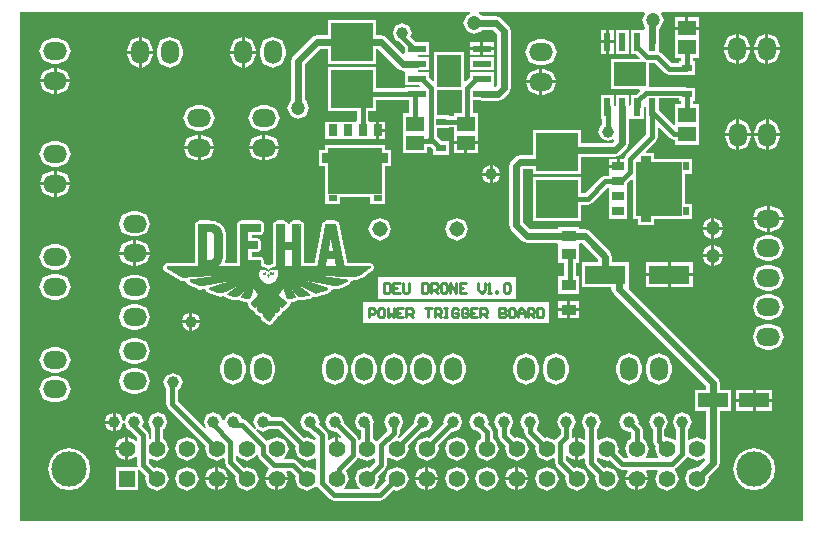
<source format=gtl>
G04*
G04 #@! TF.GenerationSoftware,Altium Limited,Altium Designer,20.0.11 (256)*
G04*
G04 Layer_Physical_Order=1*
G04 Layer_Color=255*
%FSLAX44Y44*%
%MOMM*%
G71*
G01*
G75*
%ADD10C,0.2540*%
%ADD15R,2.5000X1.3000*%
%ADD16R,3.5000X1.6000*%
%ADD17R,1.2500X0.9500*%
%ADD18R,1.2500X0.9500*%
%ADD19R,3.6000X3.2000*%
%ADD20R,0.7500X1.0000*%
%ADD21R,4.5600X3.9550*%
%ADD22R,0.7500X0.5750*%
%ADD23R,0.4950X0.9050*%
%ADD24R,1.5000X1.3000*%
%ADD25R,0.8300X0.6300*%
%ADD26R,2.0300X2.7200*%
%ADD27R,1.5200X0.6000*%
%ADD28R,2.7200X2.0300*%
%ADD29R,0.6000X1.5200*%
%ADD30R,0.9050X0.4950*%
%ADD31R,0.5750X0.7500*%
%ADD32R,3.9550X4.5600*%
%ADD33R,1.0000X0.7500*%
%ADD63C,0.4000*%
%ADD64C,0.6000*%
%ADD65O,1.5240X2.0000*%
%ADD66C,1.3080*%
%ADD67O,2.0000X1.5000*%
%ADD68C,1.3980*%
%ADD69R,1.3980X1.3980*%
%ADD70O,2.0000X1.5240*%
%ADD71C,1.0000*%
%ADD72C,1.2000*%
%ADD73C,3.0000*%
G36*
X663000Y0D02*
X0D01*
Y431000D01*
X381157D01*
X381405Y429754D01*
X378464Y428536D01*
X375756Y422000D01*
X378464Y415464D01*
X385000Y412756D01*
X391536Y415464D01*
X391760Y416003D01*
X400516D01*
X404003Y412516D01*
Y369174D01*
X402929Y368100D01*
X401664Y368252D01*
X401463Y369164D01*
X401463D01*
Y380244D01*
X381183D01*
Y376114D01*
X377586Y372517D01*
X376413Y373003D01*
Y397190D01*
X351033D01*
Y373003D01*
X349860Y372517D01*
X346263Y376114D01*
Y380244D01*
X337673D01*
X337177Y381514D01*
X337557Y381864D01*
X346263D01*
Y392944D01*
X337557D01*
X337177Y393294D01*
X337673Y394564D01*
X346263D01*
Y405644D01*
X335410D01*
X330796Y410257D01*
X332161Y413552D01*
X329771Y419323D01*
X324000Y421713D01*
X318229Y419323D01*
X315839Y413552D01*
X318229Y407781D01*
X320425Y406872D01*
X320525Y406629D01*
X325983Y401172D01*
Y396293D01*
X324713Y395767D01*
X310240Y410240D01*
X306000Y411996D01*
X301788D01*
Y424540D01*
X260708D01*
Y411996D01*
X252000D01*
X247760Y410240D01*
X231760Y394240D01*
X230004Y390000D01*
Y356760D01*
X229464Y356536D01*
X226756Y350000D01*
X229464Y343464D01*
X236000Y340756D01*
X242536Y343464D01*
X245244Y350000D01*
X242536Y356536D01*
X241996Y356760D01*
Y387516D01*
X254484Y400004D01*
X260708D01*
Y387460D01*
X301788D01*
Y400004D01*
X303516D01*
X320356Y383164D01*
X324596Y381408D01*
X325726D01*
X325983Y380244D01*
X325983Y380137D01*
Y369164D01*
X338570D01*
X338821Y368814D01*
X338167Y367544D01*
X325983D01*
Y366918D01*
X301788D01*
Y384540D01*
X260708D01*
Y347460D01*
X285436D01*
Y339356D01*
X284538Y338457D01*
X284060D01*
X282790Y338457D01*
X272510D01*
X271360Y338457D01*
X270090Y338457D01*
X258660D01*
Y323377D01*
X270090D01*
X271240Y323377D01*
X272510Y323377D01*
X282790D01*
X283940Y323377D01*
X285210Y323377D01*
X295490D01*
X296640Y323377D01*
X297910Y323377D01*
X301780D01*
Y330918D01*
Y338457D01*
X296162Y338457D01*
X295264Y339356D01*
Y347460D01*
X301788D01*
Y357090D01*
X325983D01*
Y356464D01*
X330086D01*
Y345477D01*
X324960D01*
Y327397D01*
Y311397D01*
X345040D01*
Y316776D01*
X348412D01*
X350310Y314878D01*
Y310448D01*
X363690D01*
Y321827D01*
X357260D01*
X353922Y325165D01*
X353177Y325474D01*
Y332747D01*
X363690D01*
Y333523D01*
X367753D01*
Y327397D01*
Y321707D01*
X387833D01*
Y327397D01*
Y345477D01*
X384097D01*
Y356464D01*
X390221D01*
X391323Y356008D01*
X405314D01*
X409554Y357764D01*
X414240Y362450D01*
X415997Y366690D01*
Y415000D01*
X414240Y419240D01*
X407240Y426240D01*
X403000Y427996D01*
X391760D01*
X391536Y428536D01*
X388595Y429754D01*
X388843Y431000D01*
X528281D01*
X529130Y429730D01*
X526756Y424000D01*
X529464Y417464D01*
X528905Y416363D01*
X528540Y416140D01*
X517460D01*
Y395860D01*
X521590D01*
X525187Y392263D01*
X524701Y391090D01*
X500514D01*
Y365710D01*
X524701D01*
X525187Y364537D01*
X521590Y360940D01*
X517460D01*
Y352351D01*
X516190Y351855D01*
X515840Y352234D01*
Y360940D01*
X504760D01*
Y352234D01*
X504410Y351855D01*
X503140Y352351D01*
Y360940D01*
X492060D01*
Y340660D01*
X492886D01*
Y336043D01*
X492229Y335771D01*
X489839Y330000D01*
X492229Y324229D01*
X498000Y321839D01*
X502146Y323556D01*
X503506Y322745D01*
X503579Y322059D01*
X501516Y319996D01*
X475375D01*
Y331465D01*
X434295D01*
Y309996D01*
X423515D01*
X419275Y308240D01*
X415760Y304725D01*
X414003Y300485D01*
Y251000D01*
X415760Y246760D01*
X425260Y237260D01*
X429500Y235504D01*
X455312D01*
X456210Y234606D01*
X456210Y233290D01*
X456210Y232940D01*
Y218710D01*
X461086D01*
Y207290D01*
X456210D01*
Y192710D01*
X473790D01*
Y207290D01*
X470914D01*
Y218710D01*
X473790D01*
Y232940D01*
X473790Y233290D01*
Y234233D01*
X474578Y235504D01*
X476016D01*
X480967Y230552D01*
X490004Y221516D01*
Y219165D01*
X475960D01*
Y198085D01*
X501098D01*
Y196968D01*
X502854Y192728D01*
X581003Y114579D01*
Y111540D01*
X571960D01*
Y93460D01*
X581003D01*
Y69925D01*
X579734Y69076D01*
X573363Y71715D01*
X567184Y69156D01*
X565914Y70005D01*
Y77874D01*
X566771Y78229D01*
X569161Y84000D01*
X566771Y89771D01*
X561000Y92161D01*
X555229Y89771D01*
X552839Y84000D01*
X555229Y78229D01*
X556086Y77874D01*
Y69524D01*
X554816Y68876D01*
X547963Y71715D01*
X546970Y71304D01*
X545914Y72010D01*
Y77874D01*
X546771Y78229D01*
X549161Y84000D01*
X546771Y89771D01*
X541000Y92161D01*
X535229Y89771D01*
X532839Y84000D01*
X535229Y78229D01*
X536086Y77874D01*
Y68362D01*
X537525Y64888D01*
X538633Y63780D01*
X537647Y61400D01*
X540379Y54805D01*
X539581Y53535D01*
X530945D01*
X530146Y54805D01*
X532878Y61400D01*
X529856Y68694D01*
X527477Y69680D01*
Y77438D01*
X526037Y80912D01*
X523806Y83143D01*
X524161Y84000D01*
X521771Y89771D01*
X516000Y92161D01*
X510229Y89771D01*
X507839Y84000D01*
X510229Y78229D01*
X516000Y75839D01*
X516675Y76118D01*
X517649Y75326D01*
Y69680D01*
X515269Y68694D01*
X512247Y61400D01*
X514979Y54805D01*
X514181Y53535D01*
X511977D01*
X506492Y59020D01*
X507478Y61400D01*
X504456Y68694D01*
X497163Y71715D01*
X490184Y68825D01*
X488914Y69399D01*
Y77874D01*
X489771Y78229D01*
X492161Y84000D01*
X489771Y89771D01*
X484000Y92161D01*
X478229Y89771D01*
X475839Y84000D01*
X478229Y78229D01*
X479086Y77874D01*
Y70056D01*
X477816Y69208D01*
X473033Y71189D01*
Y61400D01*
Y51611D01*
X477816Y53592D01*
X479086Y52744D01*
Y49163D01*
X480525Y45688D01*
X487833Y38380D01*
X486847Y36000D01*
X489869Y28706D01*
X497163Y25685D01*
X504456Y28706D01*
X507478Y36000D01*
X504456Y43294D01*
X497163Y46315D01*
X494783Y45329D01*
X488914Y51198D01*
Y53401D01*
X490184Y53975D01*
X497163Y51085D01*
X499542Y52071D01*
X506467Y45146D01*
X509942Y43706D01*
X514065D01*
X514913Y42436D01*
X512773Y37270D01*
X532352D01*
X530212Y42436D01*
X531060Y43706D01*
X539465D01*
X540313Y42436D01*
X537647Y36000D01*
X540669Y28706D01*
X547963Y25685D01*
X555257Y28706D01*
X558278Y36000D01*
X555257Y43294D01*
X554978Y43409D01*
Y44679D01*
X556104Y45146D01*
X564475Y53517D01*
X564759Y54202D01*
X565801D01*
X566090Y54097D01*
X573363Y51085D01*
X579424Y53595D01*
X580550Y52881D01*
X580634Y51752D01*
X574660Y45778D01*
X573363Y46315D01*
X566069Y43294D01*
X563047Y36000D01*
X566069Y28706D01*
X573363Y25685D01*
X580657Y28706D01*
X583678Y36000D01*
X583140Y37297D01*
X591240Y45397D01*
X592996Y49637D01*
Y93460D01*
X602040D01*
Y111540D01*
X592996D01*
Y117063D01*
X591240Y121303D01*
X515577Y196966D01*
X516040Y198085D01*
X516040D01*
Y219165D01*
X501996D01*
Y224000D01*
X500240Y228240D01*
X489448Y239033D01*
X482740Y245740D01*
X478500Y247496D01*
X473790D01*
Y248790D01*
X456210D01*
Y247496D01*
X431984D01*
X425997Y253484D01*
Y298001D01*
X425998Y298004D01*
X434295D01*
Y294385D01*
X475375D01*
Y308004D01*
X504000D01*
X508240Y309760D01*
X514540Y316060D01*
X516297Y320300D01*
Y340403D01*
X517460Y340660D01*
X517566Y340660D01*
X528540D01*
Y350679D01*
X528890Y351103D01*
X530160Y350646D01*
Y340660D01*
X530786D01*
Y327476D01*
X513553Y310243D01*
X512113Y306768D01*
Y306728D01*
X508187D01*
Y300438D01*
X506917D01*
Y299167D01*
X499378D01*
Y294147D01*
X499378Y294147D01*
Y294027D01*
X499378D01*
Y293550D01*
X498479Y292652D01*
X495658D01*
X492183Y291212D01*
X478809Y277839D01*
X475375D01*
Y291465D01*
X434295D01*
Y254385D01*
X475375D01*
Y268011D01*
X480845D01*
X484320Y269450D01*
X497351Y282481D01*
X498821D01*
X499378Y281925D01*
Y281448D01*
X499378Y280177D01*
Y269897D01*
X499378Y268748D01*
X499378Y267477D01*
Y256047D01*
X514458D01*
Y267477D01*
X514458Y268627D01*
X514458Y269897D01*
Y280177D01*
X514458Y281327D01*
X514458Y282598D01*
Y285948D01*
X514613Y286013D01*
X517854Y289254D01*
X519027Y288768D01*
Y256047D01*
X523278D01*
Y251098D01*
X537407D01*
Y256047D01*
X569408D01*
Y268627D01*
X563657D01*
Y294147D01*
X569408D01*
Y306728D01*
X537407D01*
Y311677D01*
X530546D01*
X530060Y312851D01*
X539175Y321966D01*
X540614Y325440D01*
Y332677D01*
X541787Y333163D01*
X550425Y324525D01*
X550425Y324525D01*
X553900Y323086D01*
X554960Y322487D01*
Y318960D01*
X575040D01*
Y334960D01*
Y353040D01*
X569914D01*
Y355802D01*
X571690D01*
Y367183D01*
X564753D01*
X563850Y367557D01*
X561370D01*
X560507Y367914D01*
X532794D01*
Y388176D01*
X537874D01*
X546525Y379525D01*
X550000Y378086D01*
X564207D01*
X564248Y378102D01*
X571690D01*
Y389482D01*
X569914D01*
Y392545D01*
X575040D01*
Y408545D01*
Y416315D01*
X554960D01*
Y408545D01*
Y392545D01*
X560086D01*
Y389482D01*
X558310D01*
Y387914D01*
X552035D01*
X543385Y396565D01*
X541240Y397453D01*
Y404898D01*
X541697Y406000D01*
Y412357D01*
X541546Y412720D01*
Y417054D01*
X542536Y417464D01*
X545244Y424000D01*
X542870Y429730D01*
X543719Y431000D01*
X663000D01*
Y0D01*
D02*
G37*
G36*
X374269Y345477D02*
X367753D01*
Y343352D01*
X363690D01*
Y344127D01*
X353177D01*
Y364910D01*
X374269D01*
Y345477D01*
D02*
G37*
G36*
X558310Y355802D02*
X560086D01*
Y353040D01*
X554960D01*
Y335686D01*
X553690Y335159D01*
X541240Y347609D01*
Y358086D01*
X558310D01*
Y355802D01*
D02*
G37*
%LPC*%
G36*
X575040Y426625D02*
X566270D01*
Y418855D01*
X575040D01*
Y426625D01*
D02*
G37*
G36*
X563730D02*
X554960D01*
Y418855D01*
X563730D01*
Y426625D01*
D02*
G37*
G36*
X503140Y416140D02*
X498870D01*
Y407270D01*
X503140D01*
Y416140D01*
D02*
G37*
G36*
X496330D02*
X492060D01*
Y407270D01*
X496330D01*
Y416140D01*
D02*
G37*
G36*
X401463Y405644D02*
X392593D01*
Y401374D01*
X401463D01*
Y405644D01*
D02*
G37*
G36*
X390053D02*
X381183D01*
Y401374D01*
X390053D01*
Y405644D01*
D02*
G37*
G36*
X608833Y412851D02*
Y401270D01*
X618560D01*
Y402380D01*
X615339Y410156D01*
X608833Y412851D01*
D02*
G37*
G36*
X633832Y412851D02*
Y401270D01*
X643560D01*
Y402380D01*
X640339Y410156D01*
X633832Y412851D01*
D02*
G37*
G36*
X631292Y412851D02*
X624786Y410156D01*
X621565Y402380D01*
Y401270D01*
X631292D01*
Y412851D01*
D02*
G37*
G36*
X606293Y412851D02*
X599786Y410156D01*
X596565Y402380D01*
Y401270D01*
X606293D01*
Y412851D01*
D02*
G37*
G36*
X103352Y409851D02*
Y398270D01*
X113080D01*
Y399380D01*
X109859Y407156D01*
X103352Y409851D01*
D02*
G37*
G36*
X190435Y409851D02*
Y398270D01*
X200162D01*
Y399380D01*
X196941Y407156D01*
X190435Y409851D01*
D02*
G37*
G36*
X187895Y409851D02*
X181389Y407156D01*
X178168Y399380D01*
Y398270D01*
X187895D01*
Y409851D01*
D02*
G37*
G36*
X100813Y409851D02*
X94306Y407156D01*
X91085Y399380D01*
Y398270D01*
X100813D01*
Y409851D01*
D02*
G37*
G36*
X515840Y416140D02*
X504760D01*
Y395860D01*
X515840D01*
Y416140D01*
D02*
G37*
G36*
X503140Y404730D02*
X498870D01*
Y395860D01*
X503140D01*
Y404730D01*
D02*
G37*
G36*
X496330D02*
X492060D01*
Y395860D01*
X496330D01*
Y404730D01*
D02*
G37*
G36*
X401463Y398834D02*
X392593D01*
Y394564D01*
X401463D01*
Y398834D01*
D02*
G37*
G36*
X390053D02*
X381183D01*
Y394564D01*
X390053D01*
Y398834D01*
D02*
G37*
G36*
X618560Y398730D02*
X608833D01*
Y387149D01*
X615339Y389844D01*
X618560Y397620D01*
Y398730D01*
D02*
G37*
G36*
X631292D02*
X621565D01*
Y397620D01*
X624786Y389844D01*
X631292Y387149D01*
Y398730D01*
D02*
G37*
G36*
X643560D02*
X633832D01*
Y387149D01*
X640339Y389844D01*
X643560Y397620D01*
Y398730D01*
D02*
G37*
G36*
X606293D02*
X596565D01*
Y397620D01*
X599786Y389844D01*
X606293Y387149D01*
Y398730D01*
D02*
G37*
G36*
X32380Y408915D02*
X27620D01*
X19844Y405694D01*
X16623Y397918D01*
X19844Y390141D01*
X27620Y386920D01*
X32380D01*
X40156Y390141D01*
X43377Y397918D01*
X40156Y405694D01*
X32380Y408915D01*
D02*
G37*
G36*
X443793Y407997D02*
X439033D01*
X431256Y404776D01*
X428036Y397000D01*
X431256Y389224D01*
X439033Y386003D01*
X443793D01*
X451569Y389224D01*
X454790Y397000D01*
X451569Y404776D01*
X443793Y407997D01*
D02*
G37*
G36*
X187895Y395730D02*
X178168D01*
Y394620D01*
X181389Y386844D01*
X187895Y384149D01*
Y395730D01*
D02*
G37*
G36*
X113080D02*
X103352D01*
Y384149D01*
X109859Y386844D01*
X113080Y394620D01*
Y395730D01*
D02*
G37*
G36*
X100813D02*
X91085D01*
Y394620D01*
X94306Y386844D01*
X100813Y384149D01*
Y395730D01*
D02*
G37*
G36*
X200162D02*
X190435D01*
Y384149D01*
X196941Y386844D01*
X200162Y394620D01*
Y395730D01*
D02*
G37*
G36*
X214165Y410377D02*
X206389Y407156D01*
X203168Y399380D01*
Y394620D01*
X206389Y386844D01*
X214165Y383623D01*
X221941Y386844D01*
X225162Y394620D01*
Y399380D01*
X221941Y407156D01*
X214165Y410377D01*
D02*
G37*
G36*
X127083D02*
X119306Y407156D01*
X116085Y399380D01*
Y394620D01*
X119306Y386844D01*
X127083Y383623D01*
X134859Y386844D01*
X138080Y394620D01*
Y399380D01*
X134859Y407156D01*
X127083Y410377D01*
D02*
G37*
G36*
X401463Y392944D02*
X381183D01*
Y381864D01*
X401463D01*
Y392944D01*
D02*
G37*
G36*
X32380Y383915D02*
X31270D01*
Y374188D01*
X42851D01*
X40156Y380694D01*
X32380Y383915D01*
D02*
G37*
G36*
X28730D02*
X27620D01*
X19844Y380694D01*
X17149Y374188D01*
X28730D01*
Y383915D01*
D02*
G37*
G36*
X443793Y382997D02*
X442683D01*
Y373270D01*
X454264D01*
X451569Y379776D01*
X443793Y382997D01*
D02*
G37*
G36*
X440143D02*
X439033D01*
X431256Y379776D01*
X428562Y373270D01*
X440143D01*
Y382997D01*
D02*
G37*
G36*
X42851Y371647D02*
X31270D01*
Y361920D01*
X32380D01*
X40156Y365141D01*
X42851Y371647D01*
D02*
G37*
G36*
X28730D02*
X17149D01*
X19844Y365141D01*
X27620Y361920D01*
X28730D01*
Y371647D01*
D02*
G37*
G36*
X454264Y370730D02*
X442683D01*
Y361003D01*
X443793D01*
X451569Y364224D01*
X454264Y370730D01*
D02*
G37*
G36*
X440143D02*
X428562D01*
X431256Y364224D01*
X439033Y361003D01*
X440143D01*
Y370730D01*
D02*
G37*
G36*
X304320Y338457D02*
Y332188D01*
X309340D01*
Y338457D01*
X304320D01*
D02*
G37*
G36*
X209293Y352305D02*
X204293D01*
X196608Y349122D01*
X193425Y341437D01*
X196608Y333753D01*
X204293Y330570D01*
X209293D01*
X216977Y333753D01*
X220160Y341437D01*
X216977Y349122D01*
X209293Y352305D01*
D02*
G37*
G36*
X154500D02*
X149500D01*
X141816Y349122D01*
X138633Y341437D01*
X141816Y333753D01*
X149500Y330570D01*
X154500D01*
X162184Y333753D01*
X165367Y341437D01*
X162184Y349122D01*
X154500Y352305D01*
D02*
G37*
G36*
X609270Y340246D02*
Y328665D01*
X618997D01*
Y329775D01*
X615776Y337551D01*
X609270Y340246D01*
D02*
G37*
G36*
X634270Y340246D02*
Y328665D01*
X643997D01*
Y329775D01*
X640776Y337551D01*
X634270Y340246D01*
D02*
G37*
G36*
X631730Y340246D02*
X625224Y337551D01*
X622003Y329775D01*
Y328665D01*
X631730D01*
Y340246D01*
D02*
G37*
G36*
X606730Y340246D02*
X600224Y337551D01*
X597003Y329775D01*
Y328665D01*
X606730D01*
Y340246D01*
D02*
G37*
G36*
X309340Y329647D02*
X304320D01*
Y323377D01*
X309340D01*
Y329647D01*
D02*
G37*
G36*
X209293Y327305D02*
X208063D01*
Y317708D01*
X219634D01*
X216977Y324122D01*
X209293Y327305D01*
D02*
G37*
G36*
X205523D02*
X204293D01*
X196608Y324122D01*
X193951Y317708D01*
X205523D01*
Y327305D01*
D02*
G37*
G36*
X154500D02*
X153270D01*
Y317708D01*
X164841D01*
X162184Y324122D01*
X154500Y327305D01*
D02*
G37*
G36*
X150730D02*
X149500D01*
X141816Y324122D01*
X139159Y317708D01*
X150730D01*
Y327305D01*
D02*
G37*
G36*
X631730Y326125D02*
X622003D01*
Y325015D01*
X625224Y317239D01*
X631730Y314544D01*
Y326125D01*
D02*
G37*
G36*
X618997D02*
X609270D01*
Y314544D01*
X615776Y317239D01*
X618997Y325015D01*
Y326125D01*
D02*
G37*
G36*
X606730D02*
X597003D01*
Y325015D01*
X600224Y317239D01*
X606730Y314544D01*
Y326125D01*
D02*
G37*
G36*
X643997D02*
X634270D01*
Y314544D01*
X640776Y317239D01*
X643997Y325015D01*
Y326125D01*
D02*
G37*
G36*
X387833Y319167D02*
X379062D01*
Y311397D01*
X387833D01*
Y319167D01*
D02*
G37*
G36*
X376522D02*
X367753D01*
Y311397D01*
X376522D01*
Y319167D01*
D02*
G37*
G36*
X219634Y315168D02*
X208063D01*
Y305570D01*
X209293D01*
X216977Y308753D01*
X219634Y315168D01*
D02*
G37*
G36*
X205523D02*
X193951D01*
X196608Y308753D01*
X204293Y305570D01*
X205523D01*
Y315168D01*
D02*
G37*
G36*
X164841Y315168D02*
X153270D01*
Y305570D01*
X154500D01*
X162184Y308753D01*
X164841Y315168D01*
D02*
G37*
G36*
X150730D02*
X139159D01*
X141816Y308753D01*
X149500Y305570D01*
X150730D01*
Y315168D01*
D02*
G37*
G36*
X505648Y306728D02*
X499378D01*
Y301707D01*
X505648D01*
Y306728D01*
D02*
G37*
G36*
X32380Y321832D02*
X27620D01*
X19844Y318611D01*
X16623Y310835D01*
X19844Y303059D01*
X27620Y299838D01*
X32380D01*
X40156Y303059D01*
X43377Y310835D01*
X40156Y318611D01*
X32380Y321832D01*
D02*
G37*
G36*
X400635Y301365D02*
Y295000D01*
X407000D01*
X405136Y299501D01*
X400635Y301365D01*
D02*
G37*
G36*
X398095D02*
X393594Y299501D01*
X391730Y295000D01*
X398095D01*
Y301365D01*
D02*
G37*
G36*
X32380Y296832D02*
X31270D01*
Y287105D01*
X42851D01*
X40156Y293611D01*
X32380Y296832D01*
D02*
G37*
G36*
X28730D02*
X27620D01*
X19844Y293611D01*
X17149Y287105D01*
X28730D01*
Y296832D01*
D02*
G37*
G36*
X407000Y292460D02*
X400635D01*
Y286095D01*
X405136Y287959D01*
X407000Y292460D01*
D02*
G37*
G36*
X398095D02*
X391730D01*
X393594Y287959D01*
X398095Y286095D01*
Y292460D01*
D02*
G37*
G36*
X42851Y284565D02*
X31270D01*
Y274838D01*
X32380D01*
X40156Y278059D01*
X42851Y284565D01*
D02*
G37*
G36*
X28730D02*
X17149D01*
X19844Y278059D01*
X27620Y274838D01*
X28730D01*
Y284565D01*
D02*
G37*
G36*
X309340Y318807D02*
X258660D01*
Y314557D01*
X253710D01*
Y300427D01*
X258660D01*
Y274177D01*
Y268427D01*
X271240D01*
Y274177D01*
X296760D01*
Y268427D01*
X309340D01*
Y274177D01*
Y300427D01*
X314290D01*
Y314557D01*
X309340D01*
Y318807D01*
D02*
G37*
G36*
X636380Y267310D02*
X635270D01*
Y257582D01*
X646851D01*
X644156Y264089D01*
X636380Y267310D01*
D02*
G37*
G36*
X632730D02*
X631620D01*
X623844Y264089D01*
X621149Y257582D01*
X632730D01*
Y267310D01*
D02*
G37*
G36*
X588270Y256717D02*
Y249270D01*
X595718D01*
X593536Y254536D01*
X588270Y256717D01*
D02*
G37*
G36*
X585730D02*
X580464Y254536D01*
X578282Y249270D01*
X585730D01*
Y256717D01*
D02*
G37*
G36*
X646851Y255042D02*
X635270D01*
Y245315D01*
X636380D01*
X644156Y248536D01*
X646851Y255042D01*
D02*
G37*
G36*
X632730D02*
X621149D01*
X623844Y248536D01*
X631620Y245315D01*
X632730D01*
Y255042D01*
D02*
G37*
G36*
X99813Y262867D02*
X94812D01*
X87128Y259684D01*
X83945Y252000D01*
X87128Y244316D01*
X94812Y241133D01*
X99813D01*
X107497Y244316D01*
X110680Y252000D01*
X107497Y259684D01*
X99813Y262867D01*
D02*
G37*
G36*
X595718Y246730D02*
X588270D01*
Y239282D01*
X593536Y241464D01*
X595718Y246730D01*
D02*
G37*
G36*
X585730D02*
X578282D01*
X580464Y241464D01*
X585730Y239282D01*
Y246730D01*
D02*
G37*
G36*
X370000Y257150D02*
X363050Y254272D01*
X360172Y247322D01*
X363050Y240373D01*
X370000Y237494D01*
X376950Y240373D01*
X379828Y247322D01*
X376950Y254272D01*
X370000Y257150D01*
D02*
G37*
G36*
X305000D02*
X298050Y254272D01*
X295172Y247322D01*
X298050Y240373D01*
X305000Y237494D01*
X311950Y240373D01*
X314828Y247322D01*
X311950Y254272D01*
X305000Y257150D01*
D02*
G37*
G36*
X99813Y237867D02*
X98582D01*
Y228270D01*
X110154D01*
X107497Y234684D01*
X99813Y237867D01*
D02*
G37*
G36*
X96042D02*
X94812D01*
X87128Y234684D01*
X84471Y228270D01*
X96042D01*
Y237867D01*
D02*
G37*
G36*
X588270Y233718D02*
Y226270D01*
X595718D01*
X593536Y231536D01*
X588270Y233718D01*
D02*
G37*
G36*
X585730D02*
X580464Y231536D01*
X578282Y226270D01*
X585730D01*
Y233718D01*
D02*
G37*
G36*
X636380Y242310D02*
X631620D01*
X623844Y239089D01*
X620623Y231313D01*
X623844Y223536D01*
X631620Y220315D01*
X636380D01*
X644156Y223536D01*
X647377Y231313D01*
X644156Y239089D01*
X636380Y242310D01*
D02*
G37*
G36*
X267375Y254651D02*
X259534D01*
X259376Y254585D01*
X259272D01*
X257328Y253780D01*
X257323Y253767D01*
X257198Y253715D01*
X257178Y253669D01*
X257132Y253650D01*
X257113Y253603D01*
X257067Y253584D01*
X257048Y253538D01*
X257002Y253519D01*
X256982Y253473D01*
X256936Y253453D01*
X256884Y253328D01*
X256871Y253323D01*
X256066Y251379D01*
Y251275D01*
X256000Y251117D01*
Y250948D01*
X255935Y250791D01*
Y250556D01*
X255870Y250399D01*
Y250230D01*
X255804Y250072D01*
Y249903D01*
X255739Y249745D01*
Y249576D01*
X255674Y249418D01*
Y249249D01*
X255608Y249092D01*
Y248857D01*
X255543Y248700D01*
Y248531D01*
X255478Y248373D01*
Y248204D01*
X255412Y248046D01*
Y247877D01*
X255347Y247719D01*
Y247485D01*
X255282Y247327D01*
Y247158D01*
X255216Y247001D01*
Y246832D01*
X255151Y246674D01*
Y246505D01*
X255086Y246347D01*
Y246178D01*
X255020Y246021D01*
Y245786D01*
X254955Y245628D01*
Y245459D01*
X254889Y245302D01*
Y245133D01*
X254824Y244975D01*
Y244806D01*
X254759Y244648D01*
Y244479D01*
X254693Y244321D01*
Y244087D01*
X254628Y243929D01*
Y243761D01*
X254563Y243603D01*
Y243434D01*
X254497Y243276D01*
Y243107D01*
X254432Y242949D01*
Y242780D01*
X254367Y242623D01*
Y242388D01*
X254301Y242230D01*
Y242062D01*
X254236Y241904D01*
Y241735D01*
X254171Y241577D01*
Y241408D01*
X254105Y241250D01*
Y241016D01*
X254040Y240858D01*
Y240689D01*
X253975Y240532D01*
Y240362D01*
X253909Y240205D01*
Y240036D01*
X253844Y239878D01*
Y239709D01*
X253779Y239551D01*
Y239317D01*
X253713Y239159D01*
Y238990D01*
X253648Y238832D01*
Y238664D01*
X253582Y238506D01*
Y238337D01*
X253517Y238179D01*
Y238010D01*
X253452Y237852D01*
Y237618D01*
X253386Y237460D01*
Y237291D01*
X253321Y237134D01*
Y236965D01*
X253256Y236807D01*
Y236638D01*
X253190Y236480D01*
Y236311D01*
X253125Y236153D01*
Y235919D01*
X253060Y235761D01*
Y235592D01*
X252994Y235435D01*
Y235266D01*
X252929Y235108D01*
Y234939D01*
X252864Y234781D01*
Y234547D01*
X252798Y234389D01*
Y234220D01*
X252733Y234062D01*
Y233893D01*
X252668Y233736D01*
Y233567D01*
X252602Y233409D01*
Y233240D01*
X252537Y233082D01*
Y232848D01*
X252472Y232690D01*
Y232521D01*
X252406Y232363D01*
Y232194D01*
X252341Y232037D01*
Y231868D01*
X252276Y231710D01*
Y231541D01*
X252210Y231383D01*
Y231149D01*
X252145Y230991D01*
Y230822D01*
X252080Y230664D01*
Y230495D01*
X252014Y230338D01*
Y230169D01*
X251949Y230011D01*
Y229842D01*
X251884Y229684D01*
Y229450D01*
X251818Y229292D01*
Y229123D01*
X251753Y228965D01*
Y228797D01*
X251688Y228639D01*
Y228470D01*
X251622Y228312D01*
Y228078D01*
X251557Y227920D01*
Y227751D01*
X251492Y227593D01*
Y227424D01*
X251426Y227266D01*
Y227097D01*
X251361Y226940D01*
Y226771D01*
X251296Y226613D01*
Y226379D01*
X251230Y226221D01*
Y226052D01*
X251165Y225894D01*
Y225725D01*
X251099Y225567D01*
Y225399D01*
X251034Y225241D01*
Y225072D01*
X250969Y224914D01*
Y224680D01*
X250903Y224522D01*
Y224353D01*
X250838Y224195D01*
Y224026D01*
X250773Y223869D01*
Y223700D01*
X250707Y223542D01*
Y223307D01*
X250642Y223150D01*
Y222981D01*
X250577Y222823D01*
Y222654D01*
X250511Y222496D01*
Y222327D01*
X250446Y222170D01*
Y222001D01*
X250381Y221843D01*
Y221609D01*
X250315Y221451D01*
Y221282D01*
X250250Y221124D01*
Y220955D01*
X250185Y220797D01*
Y220628D01*
X250119Y220471D01*
Y220302D01*
X250054Y220144D01*
Y219910D01*
X249989Y219752D01*
Y219583D01*
X249923Y219425D01*
Y219256D01*
X249858Y219098D01*
Y218930D01*
X249792Y218772D01*
Y218711D01*
X241046D01*
Y225894D01*
Y238571D01*
Y251248D01*
X240980Y251406D01*
Y251444D01*
X240175Y253388D01*
X240129Y253407D01*
X240110Y253453D01*
X240064Y253473D01*
X240045Y253519D01*
X239998Y253538D01*
X239979Y253584D01*
X239933Y253603D01*
X239914Y253650D01*
X239868Y253669D01*
X239849Y253715D01*
X239723Y253767D01*
X239718Y253780D01*
X237774Y254585D01*
X237670D01*
X237512Y254651D01*
X231762D01*
X231604Y254585D01*
X231501D01*
X229557Y253780D01*
X229551Y253767D01*
X229426Y253715D01*
X229407Y253669D01*
X229361Y253650D01*
X229342Y253603D01*
X229295Y253584D01*
X229276Y253538D01*
X229230Y253519D01*
X229211Y253473D01*
X229165Y253453D01*
X229113Y253328D01*
X229099Y253323D01*
X228561Y252024D01*
X227187D01*
X226649Y253323D01*
X226635Y253328D01*
X226583Y253453D01*
X226537Y253472D01*
X226518Y253519D01*
X226472Y253538D01*
X226453Y253584D01*
X226407Y253603D01*
X226388Y253650D01*
X226341Y253669D01*
X226322Y253715D01*
X226197Y253767D01*
X226192Y253780D01*
X224247Y254585D01*
X224144D01*
X223986Y254651D01*
X218236D01*
X218078Y254585D01*
X217974D01*
X216030Y253780D01*
X216025Y253767D01*
X215900Y253715D01*
X215881Y253669D01*
X215834Y253650D01*
X215829Y253636D01*
X215704Y253584D01*
X215652Y253459D01*
X215638Y253453D01*
X215619Y253407D01*
X215573Y253388D01*
X214768Y251444D01*
Y251406D01*
X214702Y251248D01*
Y243407D01*
Y230730D01*
Y218078D01*
X214653Y218058D01*
X214642D01*
X214484Y217992D01*
X214446D01*
X214288Y217927D01*
X214250D01*
X213934Y217796D01*
X213923D01*
X211979Y216991D01*
X211973Y216977D01*
X211848Y216926D01*
X211845Y216918D01*
X211622Y216825D01*
X211420Y216753D01*
X211075Y216664D01*
X210813Y216626D01*
X210552Y216617D01*
X210302Y216635D01*
X210118Y216662D01*
X209823Y216739D01*
X209702Y216780D01*
X209531Y216855D01*
X209529Y216860D01*
X209403Y216912D01*
X209398Y216926D01*
X207454Y217731D01*
X207443D01*
X207263Y217806D01*
Y220144D01*
X207197Y220302D01*
Y220405D01*
X206392Y222349D01*
X206378Y222355D01*
X206327Y222480D01*
X206280Y222499D01*
X206261Y222545D01*
X206215Y222565D01*
X206196Y222611D01*
X206150Y222630D01*
X206131Y222676D01*
X206084Y222695D01*
X206065Y222741D01*
X205940Y222793D01*
X205935Y222807D01*
X203990Y223612D01*
X196481D01*
Y227588D01*
X201050D01*
X201208Y227654D01*
X201246D01*
X203190Y228459D01*
X203209Y228505D01*
X203255Y228524D01*
X203275Y228571D01*
X203321Y228590D01*
X203340Y228636D01*
X203386Y228655D01*
X203405Y228701D01*
X203451Y228720D01*
X203471Y228767D01*
X203517Y228786D01*
X203569Y228911D01*
X203582Y228916D01*
X204387Y230860D01*
Y236676D01*
X203582Y238620D01*
X203569Y238626D01*
X203517Y238751D01*
X203503Y238757D01*
X203451Y238882D01*
X203405Y238901D01*
X203386Y238947D01*
X203261Y238999D01*
X203255Y239012D01*
X203209Y239031D01*
X203190Y239078D01*
X201246Y239883D01*
X201208D01*
X201050Y239948D01*
X196481D01*
Y242291D01*
X203925D01*
X205869Y243096D01*
X205875Y243110D01*
X206000Y243162D01*
X206005Y243175D01*
X206131Y243227D01*
X206150Y243273D01*
X206196Y243292D01*
X206215Y243339D01*
X206261Y243358D01*
X206280Y243404D01*
X206327Y243423D01*
X206378Y243548D01*
X206392Y243554D01*
X207197Y245498D01*
Y245601D01*
X207263Y245759D01*
Y251183D01*
X207197Y251341D01*
Y251379D01*
X206392Y253323D01*
X206378Y253328D01*
X206327Y253453D01*
X206280Y253473D01*
X206261Y253519D01*
X206215Y253538D01*
X206196Y253584D01*
X206150Y253603D01*
X206131Y253650D01*
X206084Y253669D01*
X206065Y253715D01*
X205940Y253767D01*
X205935Y253780D01*
X203990Y254585D01*
X203887D01*
X203729Y254651D01*
X187197D01*
X187039Y254585D01*
X186935D01*
X184991Y253780D01*
X184986Y253767D01*
X184861Y253715D01*
X184842Y253669D01*
X184795Y253650D01*
X184776Y253603D01*
X184730Y253584D01*
X184711Y253538D01*
X184665Y253519D01*
X184646Y253473D01*
X184599Y253453D01*
X184548Y253328D01*
X184534Y253323D01*
X183729Y251379D01*
Y251340D01*
X183663Y251183D01*
Y244060D01*
Y231383D01*
Y218711D01*
X174853D01*
X174056Y219672D01*
X173959Y219910D01*
X174002Y220013D01*
Y220025D01*
X174133Y220340D01*
Y220378D01*
X174198Y220536D01*
Y220574D01*
X174263Y220732D01*
Y220770D01*
X174329Y220928D01*
Y221032D01*
X174394Y221189D01*
Y221293D01*
X174459Y221451D01*
Y221554D01*
X174525Y221712D01*
Y221816D01*
X174590Y221973D01*
Y222142D01*
X174655Y222300D01*
Y222535D01*
X174721Y222692D01*
Y222927D01*
X174786Y223084D01*
Y223449D01*
X174851Y223607D01*
Y224103D01*
X174917Y224261D01*
Y225410D01*
X174982Y225567D01*
Y240335D01*
X174917Y240493D01*
Y241642D01*
X174851Y241800D01*
Y242296D01*
X174786Y242454D01*
Y242819D01*
X174721Y242976D01*
Y243276D01*
X174655Y243434D01*
Y243603D01*
X174590Y243761D01*
Y243929D01*
X174525Y244087D01*
Y244256D01*
X174459Y244414D01*
Y244517D01*
X174394Y244675D01*
Y244714D01*
X174329Y244871D01*
Y244975D01*
X174263Y245133D01*
Y245171D01*
X174198Y245329D01*
Y245367D01*
X174133Y245525D01*
Y245563D01*
X174067Y245721D01*
Y245759D01*
X173937Y246075D01*
Y246086D01*
X173806Y246401D01*
Y246413D01*
X173001Y248357D01*
X172987Y248362D01*
X172935Y248487D01*
X172922Y248493D01*
X172870Y248618D01*
X172856Y248624D01*
X172805Y248749D01*
X172791Y248754D01*
X172739Y248879D01*
X172726Y248885D01*
X172674Y249010D01*
X172628Y249029D01*
X172609Y249075D01*
X172595Y249081D01*
X172543Y249206D01*
X172530Y249212D01*
X172478Y249337D01*
X172464Y249342D01*
X172413Y249467D01*
X172366Y249487D01*
X172347Y249533D01*
X172334Y249538D01*
X172282Y249663D01*
X172236Y249683D01*
X172216Y249729D01*
X172203Y249734D01*
X172151Y249860D01*
X172105Y249879D01*
X172086Y249925D01*
X172072Y249930D01*
X172020Y250056D01*
X171974Y250075D01*
X171955Y250121D01*
X171909Y250140D01*
X171890Y250186D01*
X171844Y250205D01*
X171824Y250252D01*
X171811Y250257D01*
X171759Y250382D01*
X171713Y250401D01*
X171694Y250448D01*
X171648Y250467D01*
X171628Y250513D01*
X171582Y250532D01*
X171563Y250578D01*
X171517Y250597D01*
X171498Y250644D01*
X171484Y250649D01*
X171432Y250774D01*
X171386Y250793D01*
X171367Y250840D01*
X171321Y250859D01*
X171302Y250905D01*
X171255Y250924D01*
X171236Y250970D01*
X171190Y250989D01*
X171171Y251036D01*
X171125Y251055D01*
X171106Y251101D01*
X171059Y251120D01*
X171040Y251166D01*
X170994Y251185D01*
X170975Y251232D01*
X170929Y251251D01*
X170910Y251297D01*
X170785Y251349D01*
X170779Y251362D01*
X170733Y251382D01*
X170714Y251428D01*
X170667Y251447D01*
X170648Y251493D01*
X170602Y251512D01*
X170583Y251558D01*
X170537Y251578D01*
X170518Y251624D01*
X170471Y251643D01*
X170452Y251689D01*
X170327Y251741D01*
X170322Y251754D01*
X170275Y251774D01*
X170256Y251820D01*
X170210Y251839D01*
X170191Y251885D01*
X170066Y251937D01*
X170060Y251951D01*
X170014Y251970D01*
X169995Y252016D01*
X169870Y252068D01*
X169864Y252081D01*
X169818Y252100D01*
X169799Y252147D01*
X169674Y252198D01*
X169668Y252212D01*
X169622Y252231D01*
X169603Y252277D01*
X169478Y252329D01*
X169472Y252343D01*
X169347Y252394D01*
X169341Y252408D01*
X169216Y252460D01*
X169211Y252473D01*
X169165Y252492D01*
X169145Y252539D01*
X169020Y252591D01*
X169015Y252604D01*
X168890Y252656D01*
X168884Y252669D01*
X168759Y252721D01*
X168753Y252735D01*
X168299Y252923D01*
X168296Y252931D01*
X166352Y253736D01*
X166341D01*
X166025Y253867D01*
X165987D01*
X165829Y253932D01*
X165791D01*
X165633Y253997D01*
X165595D01*
X165437Y254063D01*
X165333D01*
X165176Y254128D01*
X165137D01*
X164980Y254193D01*
X164876D01*
X164718Y254259D01*
X164549D01*
X164391Y254324D01*
X164223D01*
X164065Y254389D01*
X163830D01*
X163673Y254455D01*
X163373D01*
X163215Y254520D01*
X162720D01*
X162562Y254585D01*
X161413D01*
X161255Y254651D01*
X151976D01*
X151818Y254585D01*
X151715D01*
X149770Y253780D01*
X149765Y253767D01*
X149640Y253715D01*
X149621Y253669D01*
X149574Y253650D01*
X149555Y253603D01*
X149509Y253584D01*
X149490Y253538D01*
X149444Y253519D01*
X149425Y253473D01*
X149378Y253453D01*
X149327Y253328D01*
X149313Y253323D01*
X148508Y251379D01*
Y244060D01*
Y231383D01*
Y218711D01*
X125119D01*
X123175Y217906D01*
X123169Y217892D01*
X123044Y217840D01*
X123025Y217794D01*
X122979Y217775D01*
X122973Y217762D01*
X122848Y217710D01*
X122797Y217585D01*
X122783Y217579D01*
X122764Y217533D01*
X122718Y217514D01*
X122666Y217389D01*
X122652Y217383D01*
X122600Y217258D01*
X122587Y217252D01*
X121782Y215308D01*
Y215297D01*
X121651Y214982D01*
Y214878D01*
X121586Y214720D01*
Y214459D01*
X121651Y214301D01*
Y214198D01*
X122456Y212253D01*
X122502Y212234D01*
X122522Y212188D01*
X122535Y212183D01*
X122587Y212057D01*
X122633Y212038D01*
X122652Y211992D01*
X122777Y211940D01*
X122783Y211927D01*
X122829Y211908D01*
X122848Y211861D01*
X122973Y211810D01*
X122979Y211796D01*
X123025Y211777D01*
X123044Y211731D01*
X123169Y211679D01*
X123175Y211665D01*
X123300Y211614D01*
X123306Y211600D01*
X123352Y211581D01*
X123371Y211535D01*
X123496Y211483D01*
X123502Y211469D01*
X123627Y211418D01*
X123632Y211404D01*
X123679Y211385D01*
X123698Y211339D01*
X123823Y211287D01*
X123828Y211273D01*
X123954Y211221D01*
X123959Y211208D01*
X124005Y211189D01*
X124025Y211143D01*
X124150Y211091D01*
X124155Y211077D01*
X124280Y211025D01*
X124286Y211012D01*
X124332Y210993D01*
X124351Y210947D01*
X124476Y210895D01*
X124482Y210881D01*
X124607Y210829D01*
X124613Y210816D01*
X124659Y210797D01*
X124678Y210751D01*
X124803Y210699D01*
X124809Y210685D01*
X124934Y210633D01*
X124939Y210620D01*
X124986Y210601D01*
X125005Y210555D01*
X125130Y210503D01*
X125135Y210489D01*
X125260Y210437D01*
X125266Y210424D01*
X125312Y210405D01*
X125331Y210358D01*
X125457Y210307D01*
X125462Y210293D01*
X125508Y210274D01*
X125527Y210228D01*
X125653Y210176D01*
X125658Y210162D01*
X125783Y210111D01*
X125789Y210097D01*
X125835Y210078D01*
X125854Y210032D01*
X125979Y209980D01*
X125985Y209966D01*
X126110Y209914D01*
X126116Y209901D01*
X126162Y209882D01*
X126181Y209836D01*
X126306Y209784D01*
X126312Y209770D01*
X126437Y209718D01*
X126442Y209705D01*
X126489Y209686D01*
X126508Y209640D01*
X126633Y209588D01*
X126638Y209574D01*
X126763Y209522D01*
X126769Y209509D01*
X126815Y209490D01*
X126834Y209444D01*
X126959Y209392D01*
X126965Y209378D01*
X127090Y209326D01*
X127096Y209313D01*
X127142Y209294D01*
X127161Y209248D01*
X127286Y209196D01*
X127292Y209182D01*
X127417Y209130D01*
X127423Y209117D01*
X127469Y209098D01*
X127488Y209051D01*
X127613Y209000D01*
X127619Y208986D01*
X127744Y208934D01*
X127749Y208921D01*
X127795Y208902D01*
X127815Y208855D01*
X127940Y208804D01*
X127945Y208790D01*
X127992Y208771D01*
X128011Y208725D01*
X128136Y208673D01*
X128141Y208659D01*
X128266Y208608D01*
X128272Y208594D01*
X128318Y208575D01*
X128337Y208529D01*
X128462Y208477D01*
X128468Y208463D01*
X128593Y208412D01*
X128599Y208398D01*
X128645Y208379D01*
X128664Y208333D01*
X128789Y208281D01*
X128795Y208267D01*
X128920Y208216D01*
X128925Y208202D01*
X128972Y208183D01*
X128991Y208137D01*
X129116Y208085D01*
X129122Y208071D01*
X129247Y208020D01*
X129252Y208006D01*
X129298Y207987D01*
X129318Y207941D01*
X129443Y207889D01*
X129448Y207875D01*
X129573Y207823D01*
X129579Y207810D01*
X129625Y207791D01*
X129644Y207745D01*
X129769Y207693D01*
X129775Y207679D01*
X129900Y207628D01*
X129906Y207614D01*
X129952Y207595D01*
X129971Y207549D01*
X130096Y207497D01*
X130102Y207483D01*
X130227Y207431D01*
X130232Y207418D01*
X130279Y207399D01*
X130298Y207353D01*
X130423Y207301D01*
X130428Y207287D01*
X130554Y207235D01*
X130559Y207222D01*
X130605Y207203D01*
X130624Y207157D01*
X130750Y207105D01*
X130755Y207091D01*
X130880Y207039D01*
X130886Y207026D01*
X130932Y207007D01*
X130951Y206961D01*
X131076Y206909D01*
X131082Y206895D01*
X131207Y206843D01*
X131213Y206830D01*
X131259Y206811D01*
X131278Y206764D01*
X131403Y206713D01*
X131409Y206699D01*
X131534Y206647D01*
X131539Y206634D01*
X131586Y206615D01*
X131605Y206568D01*
X131730Y206517D01*
X131735Y206503D01*
X131860Y206451D01*
X131866Y206438D01*
X131912Y206419D01*
X131931Y206372D01*
X132056Y206321D01*
X132062Y206307D01*
X132187Y206255D01*
X132193Y206242D01*
X132239Y206222D01*
X132258Y206176D01*
X132383Y206124D01*
X132389Y206111D01*
X132514Y206059D01*
X132519Y206046D01*
X132566Y206026D01*
X132585Y205980D01*
X132710Y205928D01*
X132715Y205915D01*
X132841Y205863D01*
X132846Y205850D01*
X132892Y205830D01*
X132912Y205784D01*
X133037Y205732D01*
X133042Y205719D01*
X133167Y205667D01*
X133173Y205654D01*
X133219Y205634D01*
X133238Y205588D01*
X133363Y205536D01*
X133369Y205523D01*
X133494Y205471D01*
X133500Y205458D01*
X133546Y205438D01*
X133565Y205392D01*
X133690Y205340D01*
X133696Y205327D01*
X133821Y205275D01*
X133826Y205261D01*
X133872Y205242D01*
X133892Y205196D01*
X134017Y205144D01*
X134022Y205131D01*
X134147Y205079D01*
X134153Y205065D01*
X134199Y205046D01*
X134218Y205000D01*
X134344Y204948D01*
X134349Y204935D01*
X134474Y204883D01*
X134480Y204869D01*
X134605Y204818D01*
X134610Y204804D01*
X134657Y204785D01*
X134676Y204739D01*
X134801Y204687D01*
X134806Y204673D01*
X134932Y204622D01*
X134937Y204608D01*
X134983Y204589D01*
X135002Y204543D01*
X135128Y204491D01*
X135133Y204477D01*
X135258Y204426D01*
X135264Y204412D01*
X137208Y203607D01*
X137246D01*
X137404Y203542D01*
X137442D01*
X137600Y203476D01*
X137900D01*
X138057Y203411D01*
X139168D01*
X139326Y203476D01*
X140214D01*
X141192Y202702D01*
X141864Y201080D01*
X141877Y201074D01*
X141929Y200949D01*
X141943Y200943D01*
X141994Y200818D01*
X142041Y200799D01*
X142060Y200753D01*
X142106Y200734D01*
X142125Y200687D01*
X142171Y200668D01*
X142191Y200622D01*
X142237Y200603D01*
X142256Y200557D01*
X142381Y200505D01*
X142387Y200491D01*
X142512Y200439D01*
X142517Y200426D01*
X142971Y200238D01*
X142975Y200230D01*
X143429Y200042D01*
X143432Y200034D01*
X143557Y199982D01*
X143563Y199969D01*
X144017Y199781D01*
X144020Y199772D01*
X144474Y199584D01*
X144478Y199576D01*
X144603Y199525D01*
X144608Y199511D01*
X145062Y199323D01*
X145066Y199315D01*
X145191Y199263D01*
X145196Y199250D01*
X145650Y199062D01*
X145654Y199054D01*
X146108Y198866D01*
X146111Y198858D01*
X146236Y198806D01*
X146242Y198792D01*
X146696Y198604D01*
X146699Y198596D01*
X147153Y198408D01*
X147157Y198400D01*
X147611Y198212D01*
X147614Y198204D01*
X147739Y198152D01*
X147745Y198139D01*
X148199Y197951D01*
X148202Y197943D01*
X148656Y197755D01*
X148660Y197747D01*
X149114Y197559D01*
X149117Y197551D01*
X149900Y197226D01*
X149901Y197224D01*
X150355Y197036D01*
X150359Y197028D01*
X152303Y196223D01*
X152314D01*
X152629Y196092D01*
X152798D01*
X152956Y196027D01*
X153544D01*
X153702Y196092D01*
X153936D01*
X154094Y196157D01*
X154263D01*
X154421Y196223D01*
X154590D01*
X154747Y196288D01*
X154982D01*
X155140Y196353D01*
X155374D01*
X155532Y196419D01*
X155701D01*
X155858Y196484D01*
X156093D01*
X156112Y196492D01*
X156225Y196504D01*
X156996Y196432D01*
X157692Y195744D01*
X158135Y194676D01*
X158148Y194670D01*
X158200Y194545D01*
X158214Y194539D01*
X158265Y194414D01*
X158312Y194395D01*
X158331Y194349D01*
X158377Y194330D01*
X158396Y194284D01*
X158442Y194264D01*
X158461Y194218D01*
X158587Y194166D01*
X158592Y194153D01*
X158717Y194101D01*
X158723Y194088D01*
X158848Y194036D01*
X158854Y194022D01*
X158979Y193970D01*
X158984Y193957D01*
X159438Y193769D01*
X159441Y193761D01*
X159567Y193709D01*
X159572Y193695D01*
X159697Y193644D01*
X159703Y193630D01*
X160157Y193442D01*
X160160Y193434D01*
X160285Y193382D01*
X160291Y193369D01*
X160745Y193181D01*
X160748Y193173D01*
X162693Y192367D01*
X162704D01*
X163019Y192237D01*
X163030D01*
X163346Y192106D01*
X163357D01*
X163673Y191975D01*
X163684D01*
X163999Y191845D01*
X164037D01*
X164195Y191779D01*
X164207D01*
X164522Y191649D01*
X164560D01*
X164718Y191583D01*
X164757D01*
X164914Y191518D01*
X164953D01*
X165110Y191453D01*
X165149D01*
X165306Y191387D01*
X165317D01*
X165633Y191257D01*
X165671D01*
X165829Y191191D01*
X165933D01*
X166090Y191126D01*
X166129D01*
X166287Y191061D01*
X166325D01*
X166483Y190995D01*
X166521D01*
X166679Y190930D01*
X166717D01*
X166875Y190865D01*
X166978D01*
X167136Y190799D01*
X167174D01*
X167332Y190734D01*
X167436D01*
X167593Y190669D01*
X167697D01*
X167855Y190603D01*
X167893D01*
X168051Y190538D01*
X168155D01*
X168312Y190473D01*
X168481D01*
X168639Y190407D01*
X168743D01*
X168900Y190342D01*
X169135D01*
X169292Y190276D01*
X169919D01*
X170077Y190211D01*
X170469D01*
X170626Y190276D01*
X171318D01*
X171476Y190342D01*
X171710D01*
X171868Y190407D01*
X172037D01*
X172195Y190473D01*
X172233D01*
X172390Y190538D01*
X172494D01*
X172652Y190603D01*
X172690D01*
X173006Y190734D01*
X173017D01*
X173221Y190818D01*
X174079Y189840D01*
X174091Y189835D01*
X174100Y189817D01*
X174144Y189709D01*
X174190Y189690D01*
X174209Y189644D01*
X174256Y189625D01*
X174275Y189579D01*
X174321Y189560D01*
X174340Y189513D01*
X174386Y189494D01*
X174406Y189448D01*
X174531Y189396D01*
X174536Y189383D01*
X174661Y189331D01*
X174667Y189317D01*
X175121Y189129D01*
X175124Y189121D01*
X175249Y189069D01*
X175255Y189056D01*
X175380Y189004D01*
X175386Y188991D01*
X175511Y188939D01*
X175516Y188925D01*
X177460Y188120D01*
X177499D01*
X177656Y188055D01*
X177760D01*
X177918Y187989D01*
X178022D01*
X178179Y187924D01*
X178283D01*
X178441Y187859D01*
X178544D01*
X178702Y187793D01*
X178806D01*
X178963Y187728D01*
X179067D01*
X179225Y187663D01*
X179394D01*
X179552Y187597D01*
X179655D01*
X179813Y187532D01*
X179916D01*
X180074Y187467D01*
X180243D01*
X180401Y187401D01*
X180505D01*
X180662Y187336D01*
X180897D01*
X181054Y187271D01*
X181223D01*
X181381Y187205D01*
X181681D01*
X181838Y187140D01*
X182334D01*
X182492Y187075D01*
X183342D01*
X183499Y187140D01*
X183864D01*
X184022Y187205D01*
X184191D01*
X184349Y187271D01*
X184387D01*
X184425Y187286D01*
X185090Y187325D01*
X185966Y187109D01*
X185972Y187096D01*
X187916Y186290D01*
X188019D01*
X188177Y186225D01*
X188346D01*
X188504Y186160D01*
X188673D01*
X188830Y186094D01*
X189065D01*
X189223Y186029D01*
X189391D01*
X189549Y185964D01*
X189718D01*
X189876Y185898D01*
X190045D01*
X190203Y185833D01*
X190437D01*
X190595Y185768D01*
X190829D01*
X190987Y185702D01*
X191221D01*
X191379Y185637D01*
X191613D01*
X191771Y185572D01*
X192071D01*
X192117Y185552D01*
X192324Y185420D01*
X193139Y184662D01*
Y183681D01*
X193204Y183524D01*
Y183485D01*
X193269Y183328D01*
Y183289D01*
X194074Y181345D01*
X194088Y181340D01*
X194140Y181215D01*
X194186Y181195D01*
X194205Y181149D01*
X194219Y181144D01*
X194270Y181019D01*
X194317Y180999D01*
X194336Y180953D01*
X194349Y180947D01*
X194401Y180823D01*
X194447Y180803D01*
X194466Y180757D01*
X194513Y180738D01*
X194532Y180692D01*
X194578Y180673D01*
X194597Y180627D01*
X194643Y180607D01*
X194662Y180561D01*
X194709Y180542D01*
X194728Y180496D01*
X194774Y180477D01*
X194793Y180430D01*
X194839Y180411D01*
X194858Y180365D01*
X194905Y180346D01*
X194924Y180300D01*
X194970Y180281D01*
X194989Y180234D01*
X195035Y180215D01*
X195054Y180169D01*
X195101Y180150D01*
X195120Y180104D01*
X195166Y180084D01*
X195185Y180038D01*
X195231Y180019D01*
X195251Y179973D01*
X195297Y179954D01*
X195316Y179908D01*
X195362Y179888D01*
X195381Y179842D01*
X195427Y179823D01*
X195447Y179777D01*
X195493Y179758D01*
X195512Y179712D01*
X195558Y179692D01*
X195577Y179646D01*
X195623Y179627D01*
X195643Y179581D01*
X195768Y179529D01*
X195773Y179516D01*
X195820Y179496D01*
X195839Y179450D01*
X195885Y179431D01*
X195904Y179385D01*
X195950Y179366D01*
X195969Y179320D01*
X196016Y179300D01*
X196035Y179254D01*
X196081Y179235D01*
X196100Y179189D01*
X196146Y179170D01*
X196165Y179123D01*
X196290Y179072D01*
X196296Y179058D01*
X196342Y179039D01*
X196362Y178993D01*
X196408Y178974D01*
X196427Y178927D01*
X196473Y178908D01*
X196492Y178862D01*
X196617Y178810D01*
X196623Y178797D01*
X196669Y178778D01*
X196688Y178731D01*
X198528Y177969D01*
X199106Y176575D01*
X199119Y176569D01*
X199171Y176444D01*
X199185Y176439D01*
X199237Y176314D01*
X199250Y176308D01*
X199302Y176183D01*
X199315Y176177D01*
X199367Y176052D01*
X199414Y176033D01*
X199433Y175987D01*
X199446Y175981D01*
X199498Y175856D01*
X199544Y175837D01*
X199563Y175791D01*
X199610Y175772D01*
X199629Y175726D01*
X199642Y175720D01*
X199694Y175595D01*
X199740Y175576D01*
X199759Y175529D01*
X199806Y175510D01*
X199825Y175464D01*
X199871Y175445D01*
X199890Y175399D01*
X199936Y175380D01*
X199955Y175333D01*
X200002Y175314D01*
X200021Y175268D01*
X200067Y175249D01*
X200086Y175203D01*
X200132Y175184D01*
X200152Y175138D01*
X200277Y175086D01*
X200282Y175072D01*
X200328Y175053D01*
X200347Y175007D01*
X200394Y174988D01*
X200413Y174942D01*
X200538Y174890D01*
X200543Y174876D01*
X200590Y174857D01*
X200609Y174811D01*
X200655Y174792D01*
X200674Y174745D01*
X200799Y174694D01*
X200805Y174680D01*
X200930Y174628D01*
X200936Y174615D01*
X200982Y174596D01*
X201001Y174549D01*
X201126Y174498D01*
X201132Y174484D01*
X201257Y174432D01*
X201262Y174419D01*
X201387Y174367D01*
X201393Y174353D01*
X201518Y174301D01*
X201524Y174288D01*
X201649Y174236D01*
X201654Y174223D01*
X201779Y174171D01*
X201785Y174157D01*
X203468Y173460D01*
X204072Y172001D01*
X204086Y171995D01*
X204137Y171870D01*
X204151Y171865D01*
X204203Y171740D01*
X204216Y171734D01*
X204268Y171609D01*
X204282Y171603D01*
X204333Y171478D01*
X204347Y171473D01*
X204399Y171348D01*
X204445Y171328D01*
X204464Y171282D01*
X204478Y171276D01*
X204530Y171151D01*
X204543Y171146D01*
X204595Y171021D01*
X204641Y171002D01*
X204660Y170955D01*
X204674Y170950D01*
X204726Y170825D01*
X204772Y170806D01*
X204791Y170759D01*
X204837Y170740D01*
X204856Y170694D01*
X204870Y170688D01*
X204922Y170563D01*
X204968Y170544D01*
X204987Y170498D01*
X205033Y170479D01*
X205052Y170433D01*
X205098Y170413D01*
X205118Y170367D01*
X205131Y170362D01*
X205183Y170237D01*
X205229Y170217D01*
X205248Y170171D01*
X205295Y170152D01*
X205314Y170106D01*
X205360Y170087D01*
X205379Y170041D01*
X205425Y170021D01*
X205444Y169975D01*
X205491Y169956D01*
X205510Y169910D01*
X205556Y169891D01*
X205575Y169845D01*
X205621Y169825D01*
X205640Y169779D01*
X205687Y169760D01*
X205706Y169714D01*
X205752Y169695D01*
X205771Y169648D01*
X205817Y169629D01*
X205837Y169583D01*
X205883Y169564D01*
X205902Y169518D01*
X205948Y169499D01*
X205967Y169452D01*
X206013Y169433D01*
X206033Y169387D01*
X206079Y169368D01*
X206098Y169322D01*
X206144Y169303D01*
X206163Y169256D01*
X206209Y169237D01*
X206229Y169191D01*
X206275Y169172D01*
X206294Y169126D01*
X206419Y169074D01*
X206425Y169060D01*
X206471Y169041D01*
X206490Y168995D01*
X206536Y168976D01*
X206555Y168930D01*
X206602Y168911D01*
X206621Y168864D01*
X206746Y168813D01*
X206751Y168799D01*
X206798Y168780D01*
X206817Y168734D01*
X206863Y168715D01*
X206882Y168668D01*
X207007Y168617D01*
X207013Y168603D01*
X207059Y168584D01*
X207078Y168538D01*
X207203Y168486D01*
X207209Y168472D01*
X207255Y168453D01*
X207274Y168407D01*
X207320Y168388D01*
X207339Y168342D01*
X207465Y168290D01*
X207470Y168276D01*
X207516Y168257D01*
X207535Y168211D01*
X207661Y168159D01*
X207666Y168146D01*
X207791Y168094D01*
X207797Y168080D01*
X207843Y168061D01*
X207862Y168015D01*
X207987Y167963D01*
X207993Y167950D01*
X208118Y167898D01*
X208123Y167884D01*
X208170Y167865D01*
X208189Y167819D01*
X208314Y167767D01*
X208320Y167754D01*
X208445Y167702D01*
X208450Y167688D01*
X208496Y167669D01*
X208516Y167623D01*
X208641Y167571D01*
X208646Y167558D01*
X208771Y167506D01*
X208777Y167492D01*
X208902Y167440D01*
X208908Y167427D01*
X209033Y167375D01*
X209038Y167361D01*
X209163Y167310D01*
X209169Y167296D01*
X209294Y167244D01*
X209300Y167231D01*
X211244Y166425D01*
X211347D01*
X211505Y166360D01*
X211701D01*
X211859Y166425D01*
X211963D01*
X213907Y167231D01*
X213912Y167244D01*
X214037Y167296D01*
X214056Y167342D01*
X214103Y167361D01*
X214122Y167408D01*
X214168Y167427D01*
X214187Y167473D01*
X214233Y167492D01*
X214252Y167538D01*
X214299Y167558D01*
X214318Y167604D01*
X214364Y167623D01*
X214416Y167748D01*
X214429Y167754D01*
X214449Y167800D01*
X214495Y167819D01*
X214514Y167865D01*
X214560Y167884D01*
X214612Y168009D01*
X214625Y168015D01*
X214645Y168061D01*
X214691Y168080D01*
X214710Y168126D01*
X214756Y168146D01*
X214808Y168271D01*
X214821Y168276D01*
X214841Y168323D01*
X214887Y168342D01*
X214939Y168467D01*
X214952Y168472D01*
X214971Y168519D01*
X215018Y168538D01*
X215037Y168584D01*
X215083Y168603D01*
X215135Y168728D01*
X215148Y168734D01*
X215167Y168780D01*
X215214Y168799D01*
X215233Y168845D01*
X215279Y168864D01*
X215331Y168990D01*
X215344Y168995D01*
X215363Y169041D01*
X215410Y169060D01*
X215429Y169107D01*
X215475Y169126D01*
X215527Y169251D01*
X215540Y169256D01*
X215559Y169303D01*
X215606Y169322D01*
X215625Y169368D01*
X215671Y169387D01*
X215690Y169433D01*
X215736Y169452D01*
X215788Y169578D01*
X215802Y169583D01*
X215821Y169629D01*
X215867Y169648D01*
X215886Y169695D01*
X215932Y169714D01*
X215951Y169760D01*
X215998Y169779D01*
X216017Y169825D01*
X216063Y169845D01*
X216082Y169891D01*
X216128Y169910D01*
X216147Y169956D01*
X216194Y169975D01*
X216213Y170021D01*
X216259Y170041D01*
X216278Y170087D01*
X216324Y170106D01*
X216343Y170152D01*
X216390Y170171D01*
X216409Y170217D01*
X216455Y170237D01*
X216474Y170283D01*
X216520Y170302D01*
X216540Y170348D01*
X216586Y170367D01*
X216605Y170413D01*
X216651Y170433D01*
X216670Y170479D01*
X216716Y170498D01*
X216736Y170544D01*
X216782Y170563D01*
X216801Y170610D01*
X216847Y170629D01*
X216866Y170675D01*
X216912Y170694D01*
X216932Y170740D01*
X216978Y170759D01*
X216997Y170806D01*
X217043Y170825D01*
X217062Y170871D01*
X217109Y170890D01*
X217128Y170936D01*
X217174Y170955D01*
X217193Y171002D01*
X217239Y171021D01*
X217258Y171067D01*
X217305Y171086D01*
X217324Y171132D01*
X217370Y171151D01*
X217422Y171276D01*
X217435Y171282D01*
X217454Y171328D01*
X217501Y171348D01*
X217520Y171394D01*
X217566Y171413D01*
X217585Y171459D01*
X217631Y171478D01*
X217683Y171603D01*
X217697Y171609D01*
X217716Y171655D01*
X217762Y171674D01*
X217814Y171799D01*
X217827Y171805D01*
X217879Y171930D01*
X217893Y171936D01*
X217945Y172061D01*
X217958Y172066D01*
X218010Y172191D01*
X218023Y172197D01*
X218075Y172322D01*
X218089Y172328D01*
X218638Y173654D01*
X219853Y174157D01*
X219856Y174165D01*
X220310Y174353D01*
X220316Y174367D01*
X220441Y174419D01*
X220460Y174465D01*
X220506Y174484D01*
X220512Y174498D01*
X220637Y174549D01*
X220643Y174563D01*
X220768Y174615D01*
X220773Y174628D01*
X220899Y174680D01*
X220918Y174726D01*
X220964Y174745D01*
X220970Y174759D01*
X221095Y174811D01*
X221114Y174857D01*
X221160Y174876D01*
X221166Y174890D01*
X221291Y174942D01*
X221310Y174988D01*
X221356Y175007D01*
X221375Y175053D01*
X221421Y175072D01*
X221440Y175118D01*
X221487Y175138D01*
X221506Y175184D01*
X221552Y175203D01*
X221558Y175216D01*
X221683Y175268D01*
X221702Y175314D01*
X221748Y175333D01*
X221767Y175380D01*
X221813Y175399D01*
X221865Y175524D01*
X221879Y175529D01*
X221898Y175576D01*
X221944Y175595D01*
X221963Y175641D01*
X222009Y175660D01*
X222029Y175707D01*
X222075Y175726D01*
X222127Y175851D01*
X222140Y175856D01*
X222159Y175903D01*
X222205Y175922D01*
X222257Y176047D01*
X222271Y176052D01*
X222290Y176098D01*
X222336Y176118D01*
X222388Y176243D01*
X222401Y176248D01*
X222453Y176373D01*
X222467Y176379D01*
X222981Y177621D01*
X224558Y178274D01*
X224564Y178288D01*
X224688Y178339D01*
X224708Y178386D01*
X224754Y178405D01*
X224773Y178451D01*
X224819Y178470D01*
X224838Y178516D01*
X224885Y178535D01*
X224904Y178582D01*
X224950Y178601D01*
X224969Y178647D01*
X225015Y178666D01*
X225034Y178712D01*
X225081Y178731D01*
X225100Y178778D01*
X225146Y178797D01*
X225165Y178843D01*
X225211Y178862D01*
X225230Y178908D01*
X225277Y178927D01*
X225296Y178974D01*
X225342Y178993D01*
X225361Y179039D01*
X225407Y179058D01*
X225426Y179104D01*
X225473Y179123D01*
X225492Y179170D01*
X225538Y179189D01*
X225557Y179235D01*
X225603Y179254D01*
X225623Y179300D01*
X225669Y179320D01*
X225688Y179366D01*
X225734Y179385D01*
X225753Y179431D01*
X225799Y179450D01*
X225819Y179496D01*
X225865Y179516D01*
X225884Y179562D01*
X225930Y179581D01*
X225949Y179627D01*
X225996Y179646D01*
X226015Y179692D01*
X226061Y179712D01*
X226080Y179758D01*
X226126Y179777D01*
X226145Y179823D01*
X226192Y179842D01*
X226211Y179888D01*
X226257Y179908D01*
X226276Y179954D01*
X226322Y179973D01*
X226341Y180019D01*
X226388Y180038D01*
X226407Y180085D01*
X226453Y180104D01*
X226472Y180150D01*
X226518Y180169D01*
X226537Y180215D01*
X226583Y180234D01*
X226603Y180281D01*
X226649Y180300D01*
X226668Y180346D01*
X226714Y180365D01*
X226733Y180411D01*
X226780Y180430D01*
X226799Y180477D01*
X226845Y180496D01*
X226864Y180542D01*
X226910Y180561D01*
X226929Y180607D01*
X226976Y180627D01*
X226995Y180673D01*
X227041Y180692D01*
X227060Y180738D01*
X227106Y180757D01*
X227125Y180803D01*
X227172Y180823D01*
X227191Y180869D01*
X227237Y180888D01*
X227256Y180934D01*
X227302Y180953D01*
X227354Y181078D01*
X227368Y181084D01*
X227387Y181130D01*
X227433Y181149D01*
X227452Y181195D01*
X227498Y181215D01*
X227518Y181261D01*
X227564Y181280D01*
X227583Y181326D01*
X227629Y181345D01*
X227648Y181392D01*
X227694Y181411D01*
X227714Y181457D01*
X227760Y181476D01*
X227779Y181522D01*
X227825Y181541D01*
X227844Y181588D01*
X227890Y181607D01*
X227910Y181653D01*
X227956Y181672D01*
X227975Y181718D01*
X228021Y181737D01*
X228040Y181784D01*
X228086Y181803D01*
X228106Y181849D01*
X228152Y181868D01*
X228171Y181914D01*
X228217Y181933D01*
X228236Y181980D01*
X228283Y181999D01*
X228302Y182045D01*
X228348Y182064D01*
X228367Y182110D01*
X228413Y182129D01*
X228432Y182176D01*
X228479Y182195D01*
X228530Y182320D01*
X228544Y182325D01*
X229349Y184270D01*
Y184373D01*
X229415Y184531D01*
Y184727D01*
X229740Y185183D01*
X229882Y185341D01*
X230428Y185702D01*
X230586D01*
X230744Y185768D01*
X230978D01*
X231136Y185833D01*
X231435D01*
X231593Y185898D01*
X231893D01*
X232050Y185964D01*
X232285D01*
X232443Y186029D01*
X232677D01*
X232835Y186094D01*
X232873D01*
X234817Y186900D01*
X234823Y186913D01*
X234948Y186965D01*
X234953Y186978D01*
X235078Y187030D01*
X235735Y187224D01*
X236381Y187218D01*
X236924Y187102D01*
X236990Y187075D01*
X237093D01*
X237251Y187009D01*
X238362D01*
X238520Y187075D01*
X238819D01*
X238977Y187140D01*
X239211D01*
X239369Y187205D01*
X239669D01*
X239827Y187271D01*
X239996D01*
X240153Y187336D01*
X240388D01*
X240545Y187401D01*
X240714D01*
X240872Y187467D01*
X241106D01*
X241264Y187532D01*
X241433D01*
X241591Y187597D01*
X241760D01*
X241918Y187663D01*
X242087D01*
X242244Y187728D01*
X242348D01*
X242506Y187793D01*
X242675D01*
X242833Y187859D01*
X243001D01*
X243159Y187924D01*
X243328D01*
X243486Y187989D01*
X243655D01*
X243813Y188055D01*
X243982D01*
X244139Y188120D01*
X244308D01*
X244466Y188185D01*
X244635D01*
X244793Y188251D01*
X244962D01*
X245120Y188316D01*
X245289D01*
X245446Y188381D01*
X245485D01*
X247429Y189187D01*
X247434Y189200D01*
X247559Y189252D01*
X247578Y189298D01*
X247625Y189317D01*
X247644Y189363D01*
X247690Y189383D01*
X247709Y189429D01*
X247755Y189448D01*
X247774Y189494D01*
X247821Y189513D01*
X247849Y189583D01*
X247884Y189643D01*
X247886Y189644D01*
X247891Y189656D01*
X248478Y190692D01*
X249797Y190146D01*
X249836D01*
X249993Y190080D01*
X250097D01*
X250255Y190015D01*
X250489D01*
X250647Y189950D01*
X251039D01*
X251197Y190015D01*
X251431D01*
X251589Y190080D01*
X251627D01*
X251785Y190146D01*
X251888D01*
X252046Y190211D01*
X252150D01*
X252307Y190276D01*
X252346D01*
X252504Y190342D01*
X252607D01*
X252765Y190407D01*
X252868D01*
X253026Y190473D01*
X253064D01*
X253222Y190538D01*
X253326D01*
X253484Y190603D01*
X253522D01*
X253680Y190669D01*
X253783D01*
X253941Y190734D01*
X253979D01*
X254137Y190799D01*
X254241D01*
X254398Y190865D01*
X254437D01*
X254595Y190930D01*
X254633D01*
X254791Y190995D01*
X254894D01*
X255052Y191061D01*
X255090D01*
X255248Y191126D01*
X255286D01*
X255444Y191191D01*
X255548D01*
X255705Y191257D01*
X255744D01*
X255902Y191322D01*
X255940D01*
X256098Y191387D01*
X256201D01*
X256359Y191453D01*
X256397D01*
X256555Y191518D01*
X256593D01*
X256751Y191583D01*
X256855D01*
X257012Y191649D01*
X257051D01*
X257208Y191714D01*
X257247D01*
X257404Y191779D01*
X257508D01*
X257666Y191845D01*
X257704D01*
X257862Y191910D01*
X257900D01*
X258058Y191975D01*
X258096D01*
X258254Y192041D01*
X258358D01*
X258515Y192106D01*
X258554D01*
X258711Y192171D01*
X258750D01*
X258907Y192237D01*
X258946D01*
X259103Y192302D01*
X259207D01*
X259365Y192367D01*
X259403D01*
X259561Y192433D01*
X259599D01*
X259757Y192498D01*
X259795D01*
X259953Y192563D01*
X260056D01*
X260214Y192629D01*
X260252D01*
X260410Y192694D01*
X260449D01*
X260606Y192759D01*
X260710D01*
X260868Y192825D01*
X260906D01*
X261064Y192890D01*
X261102D01*
X263046Y193695D01*
X263065Y193742D01*
X263111Y193761D01*
X263117Y193774D01*
X263242Y193826D01*
X263261Y193872D01*
X263307Y193892D01*
X263359Y194017D01*
X263373Y194022D01*
X263425Y194147D01*
X263438Y194153D01*
X263965Y195424D01*
X264079Y195637D01*
X264637Y196219D01*
X265284Y196419D01*
X265649D01*
X265807Y196353D01*
X268225D01*
X268382Y196419D01*
X268747D01*
X268905Y196484D01*
X269139D01*
X269297Y196549D01*
X269466D01*
X269624Y196615D01*
X269727D01*
X269885Y196680D01*
X269989D01*
X270147Y196746D01*
X270250D01*
X270408Y196811D01*
X270512D01*
X270669Y196876D01*
X270708D01*
X270865Y196942D01*
X270904D01*
X271061Y197007D01*
X271100D01*
X271257Y197072D01*
X271296D01*
X271454Y197138D01*
X271492D01*
X271807Y197268D01*
X271819D01*
X272134Y197399D01*
X272145D01*
X272461Y197530D01*
X272472D01*
X274416Y198335D01*
X274422Y198348D01*
X274547Y198400D01*
X274550Y198408D01*
X275004Y198596D01*
X275010Y198610D01*
X275135Y198662D01*
X275140Y198675D01*
X275266Y198727D01*
X275271Y198741D01*
X275396Y198792D01*
X275399Y198800D01*
X275854Y198988D01*
X275859Y199002D01*
X275984Y199054D01*
X275990Y199067D01*
X276115Y199119D01*
X276121Y199133D01*
X276246Y199184D01*
X276251Y199198D01*
X276376Y199250D01*
X276382Y199263D01*
X276507Y199315D01*
X276513Y199329D01*
X276638Y199380D01*
X276643Y199394D01*
X276768Y199446D01*
X276774Y199459D01*
X276899Y199511D01*
X276905Y199525D01*
X277030Y199576D01*
X277035Y199590D01*
X277161Y199642D01*
X277166Y199655D01*
X277291Y199707D01*
X277297Y199721D01*
X277422Y199772D01*
X277425Y199781D01*
X277879Y199969D01*
X277885Y199982D01*
X278010Y200034D01*
X278016Y200047D01*
X278141Y200099D01*
X278146Y200113D01*
X278271Y200165D01*
X278275Y200173D01*
X278729Y200361D01*
X278732Y200369D01*
X279186Y200557D01*
X279192Y200570D01*
X279317Y200622D01*
X279336Y200668D01*
X279382Y200687D01*
X279401Y200734D01*
X279448Y200753D01*
X279467Y200799D01*
X279513Y200818D01*
X279532Y200864D01*
X279578Y200883D01*
X279630Y201008D01*
X279644Y201014D01*
X279695Y201139D01*
X279709Y201145D01*
X280514Y203089D01*
Y203672D01*
X280902D01*
X281059Y203738D01*
X281751D01*
X281909Y203803D01*
X282339D01*
X282497Y203868D01*
X282862D01*
X283020Y203934D01*
X283254D01*
X283412Y203999D01*
X283646D01*
X283804Y204064D01*
X284038D01*
X284196Y204130D01*
X284365D01*
X284523Y204195D01*
X284626D01*
X284784Y204260D01*
X284888D01*
X285045Y204326D01*
X285149D01*
X285307Y204391D01*
X285410D01*
X285568Y204456D01*
X285672D01*
X285829Y204522D01*
X285868D01*
X286025Y204587D01*
X286064D01*
X286222Y204652D01*
X286260D01*
X286417Y204718D01*
X286456D01*
X286614Y204783D01*
X286652D01*
X286810Y204848D01*
X286848D01*
X287006Y204914D01*
X287044D01*
X287360Y205044D01*
X287371D01*
X289315Y205850D01*
X289318Y205858D01*
X289772Y206046D01*
X289778Y206059D01*
X289903Y206111D01*
X289908Y206125D01*
X290033Y206176D01*
X290039Y206190D01*
X290164Y206242D01*
X290170Y206255D01*
X290295Y206307D01*
X290301Y206321D01*
X290426Y206372D01*
X290431Y206386D01*
X290556Y206438D01*
X290562Y206451D01*
X290687Y206503D01*
X290693Y206517D01*
X290818Y206568D01*
X290823Y206582D01*
X290948Y206634D01*
X290954Y206647D01*
X291079Y206699D01*
X291085Y206713D01*
X291210Y206764D01*
X291229Y206811D01*
X291275Y206830D01*
X291281Y206843D01*
X291406Y206895D01*
X291411Y206909D01*
X291537Y206961D01*
X291542Y206974D01*
X291667Y207026D01*
X291686Y207072D01*
X291733Y207091D01*
X291738Y207105D01*
X291863Y207157D01*
X291882Y207203D01*
X291929Y207222D01*
X291934Y207235D01*
X292059Y207287D01*
X292078Y207333D01*
X292125Y207353D01*
X292130Y207366D01*
X292255Y207418D01*
X292274Y207464D01*
X292321Y207483D01*
X292326Y207497D01*
X292451Y207549D01*
X292470Y207595D01*
X292517Y207614D01*
X292522Y207628D01*
X292647Y207679D01*
X292666Y207726D01*
X292713Y207745D01*
X292718Y207758D01*
X292843Y207810D01*
X292862Y207856D01*
X292909Y207875D01*
X292928Y207922D01*
X292974Y207941D01*
X292980Y207954D01*
X293105Y208006D01*
X293124Y208052D01*
X293170Y208071D01*
X293189Y208118D01*
X293235Y208137D01*
X293255Y208183D01*
X293301Y208202D01*
X293306Y208216D01*
X293431Y208267D01*
X293451Y208314D01*
X293497Y208333D01*
X293516Y208379D01*
X293562Y208398D01*
X293581Y208444D01*
X293627Y208463D01*
X293633Y208477D01*
X293758Y208529D01*
X293777Y208575D01*
X293824Y208594D01*
X293843Y208640D01*
X293889Y208659D01*
X293908Y208706D01*
X293954Y208725D01*
X293973Y208771D01*
X294020Y208790D01*
X294039Y208836D01*
X294085Y208855D01*
X294090Y208869D01*
X294216Y208921D01*
X294235Y208967D01*
X294281Y208986D01*
X294300Y209032D01*
X294346Y209051D01*
X294365Y209098D01*
X294412Y209117D01*
X294431Y209163D01*
X294477Y209182D01*
X294496Y209228D01*
X294542Y209248D01*
X294562Y209294D01*
X294608Y209313D01*
X294613Y209326D01*
X294738Y209378D01*
X294757Y209424D01*
X294804Y209444D01*
X294823Y209490D01*
X294869Y209509D01*
X294888Y209555D01*
X294934Y209574D01*
X294940Y209588D01*
X295065Y209640D01*
X295084Y209686D01*
X295130Y209705D01*
X295149Y209751D01*
X295196Y209770D01*
X295201Y209784D01*
X295326Y209836D01*
X295346Y209882D01*
X295392Y209901D01*
X295411Y209947D01*
X295457Y209966D01*
X295463Y209980D01*
X295588Y210032D01*
X295607Y210078D01*
X295653Y210097D01*
X295659Y210111D01*
X295784Y210162D01*
X295803Y210209D01*
X295849Y210228D01*
X295855Y210241D01*
X295980Y210293D01*
X295999Y210339D01*
X296045Y210358D01*
X296051Y210372D01*
X296176Y210424D01*
X296195Y210470D01*
X296241Y210489D01*
X296247Y210503D01*
X296372Y210555D01*
X296391Y210601D01*
X296437Y210620D01*
X296443Y210633D01*
X296568Y210685D01*
X296587Y210731D01*
X296633Y210751D01*
X296639Y210764D01*
X296764Y210816D01*
X296783Y210862D01*
X296829Y210881D01*
X296835Y210895D01*
X296960Y210947D01*
X296979Y210993D01*
X297025Y211012D01*
X297031Y211025D01*
X297156Y211077D01*
X297162Y211091D01*
X297287Y211143D01*
X297306Y211189D01*
X297352Y211208D01*
X297358Y211222D01*
X297483Y211273D01*
X297502Y211319D01*
X297548Y211339D01*
X297554Y211352D01*
X297679Y211404D01*
X297698Y211450D01*
X297744Y211469D01*
X297750Y211483D01*
X297875Y211535D01*
X297880Y211548D01*
X298006Y211600D01*
X298025Y211646D01*
X298071Y211665D01*
X298076Y211679D01*
X298202Y211731D01*
X298221Y211777D01*
X298267Y211796D01*
X298273Y211810D01*
X298398Y211861D01*
X298417Y211908D01*
X298463Y211927D01*
X298469Y211940D01*
X298594Y211992D01*
X298613Y212038D01*
X298659Y212057D01*
X298665Y212071D01*
X298790Y212123D01*
X298809Y212169D01*
X298855Y212188D01*
X298861Y212202D01*
X298986Y212253D01*
X299005Y212300D01*
X299051Y212319D01*
X299057Y212332D01*
X299182Y212384D01*
X299201Y212430D01*
X299247Y212449D01*
X299266Y212496D01*
X299312Y212515D01*
X299332Y212561D01*
X299378Y212580D01*
X299397Y212626D01*
X299443Y212645D01*
X299495Y212771D01*
X299508Y212776D01*
X300314Y214720D01*
Y215439D01*
X299508Y217383D01*
X299495Y217389D01*
X299443Y217514D01*
X299397Y217533D01*
X299378Y217579D01*
X299332Y217598D01*
X299312Y217644D01*
X299266Y217664D01*
X299247Y217710D01*
X299201Y217729D01*
X299182Y217775D01*
X299057Y217827D01*
X299051Y217840D01*
X297107Y218646D01*
X294259D01*
X294101Y218711D01*
X277443D01*
Y218837D01*
X277378Y218995D01*
Y219164D01*
X277312Y219321D01*
Y219490D01*
X277247Y219648D01*
Y219817D01*
X277182Y219975D01*
Y220144D01*
X277116Y220302D01*
Y220471D01*
X277051Y220628D01*
Y220797D01*
X276986Y220955D01*
Y221059D01*
X276920Y221217D01*
Y221385D01*
X276855Y221543D01*
Y221712D01*
X276790Y221870D01*
Y222039D01*
X276724Y222197D01*
Y222366D01*
X276659Y222523D01*
Y222692D01*
X276593Y222850D01*
Y223019D01*
X276528Y223177D01*
Y223346D01*
X276463Y223504D01*
Y223673D01*
X276397Y223830D01*
Y223999D01*
X276332Y224157D01*
Y224326D01*
X276267Y224484D01*
Y224653D01*
X276201Y224810D01*
Y224979D01*
X276136Y225137D01*
Y225306D01*
X276071Y225464D01*
Y225633D01*
X276005Y225791D01*
Y225960D01*
X275940Y226117D01*
Y226286D01*
X275875Y226444D01*
Y226548D01*
X275809Y226705D01*
Y226874D01*
X275744Y227032D01*
Y227201D01*
X275679Y227359D01*
Y227528D01*
X275613Y227686D01*
Y227854D01*
X275548Y228012D01*
Y228181D01*
X275483Y228339D01*
Y228508D01*
X275417Y228666D01*
Y228835D01*
X275352Y228993D01*
Y229161D01*
X275287Y229319D01*
Y229488D01*
X275221Y229646D01*
Y229815D01*
X275156Y229973D01*
Y230142D01*
X275091Y230299D01*
Y230468D01*
X275025Y230626D01*
Y230795D01*
X274960Y230953D01*
Y231122D01*
X274895Y231280D01*
Y231449D01*
X274829Y231606D01*
Y231775D01*
X274764Y231933D01*
Y232037D01*
X274699Y232194D01*
Y232363D01*
X274633Y232521D01*
Y232690D01*
X274568Y232848D01*
Y233017D01*
X274503Y233175D01*
Y233344D01*
X274437Y233501D01*
Y233670D01*
X274372Y233828D01*
Y233997D01*
X274307Y234155D01*
Y234324D01*
X274241Y234482D01*
Y234650D01*
X274176Y234808D01*
Y234977D01*
X274110Y235135D01*
Y235304D01*
X274045Y235462D01*
Y235631D01*
X273980Y235788D01*
Y235957D01*
X273914Y236115D01*
Y236284D01*
X273849Y236442D01*
Y236611D01*
X273784Y236768D01*
Y236938D01*
X273718Y237095D01*
Y237264D01*
X273653Y237422D01*
Y237526D01*
X273588Y237683D01*
Y237852D01*
X273522Y238010D01*
Y238179D01*
X273457Y238337D01*
Y238506D01*
X273392Y238664D01*
Y238832D01*
X273326Y238990D01*
Y239159D01*
X273261Y239317D01*
Y239486D01*
X273196Y239644D01*
Y239813D01*
X273130Y239970D01*
Y240139D01*
X273065Y240297D01*
Y240466D01*
X273000Y240624D01*
Y240793D01*
X272934Y240951D01*
Y241120D01*
X272869Y241277D01*
Y241446D01*
X272803Y241604D01*
Y241773D01*
X272738Y241931D01*
Y242100D01*
X272673Y242257D01*
Y242426D01*
X272607Y242584D01*
Y242753D01*
X272542Y242911D01*
Y243015D01*
X272477Y243172D01*
Y243341D01*
X272411Y243499D01*
Y243668D01*
X272346Y243826D01*
Y243995D01*
X272281Y244153D01*
Y244321D01*
X272215Y244479D01*
Y244648D01*
X272150Y244806D01*
Y244975D01*
X272085Y245133D01*
Y245302D01*
X272019Y245459D01*
Y245628D01*
X271954Y245786D01*
Y245955D01*
X271889Y246113D01*
Y246282D01*
X271823Y246440D01*
Y246609D01*
X271758Y246766D01*
Y246935D01*
X271693Y247093D01*
Y247262D01*
X271627Y247420D01*
Y247589D01*
X271562Y247746D01*
Y247915D01*
X271497Y248073D01*
Y248242D01*
X271431Y248400D01*
Y248504D01*
X271366Y248661D01*
Y248830D01*
X271301Y248988D01*
Y249157D01*
X271235Y249315D01*
Y249484D01*
X271170Y249641D01*
Y249810D01*
X271105Y249968D01*
Y250137D01*
X271039Y250295D01*
Y250464D01*
X270974Y250622D01*
Y250791D01*
X270909Y250948D01*
Y251117D01*
X270843Y251275D01*
Y251379D01*
X270038Y253323D01*
X270024Y253328D01*
X269973Y253453D01*
X269926Y253473D01*
X269907Y253519D01*
X269861Y253538D01*
X269842Y253584D01*
X269796Y253603D01*
X269776Y253650D01*
X269730Y253669D01*
X269711Y253715D01*
X269586Y253767D01*
X269580Y253780D01*
X267637Y254585D01*
X267533D01*
X267375Y254651D01*
D02*
G37*
G36*
X595718Y223730D02*
X588270D01*
Y216282D01*
X593536Y218464D01*
X595718Y223730D01*
D02*
G37*
G36*
X585730D02*
X578282D01*
X580464Y218464D01*
X585730Y216282D01*
Y223730D01*
D02*
G37*
G36*
X110154Y225730D02*
X98582D01*
Y216133D01*
X99813D01*
X107497Y219316D01*
X110154Y225730D01*
D02*
G37*
G36*
X96042D02*
X84471D01*
X87128Y219316D01*
X94812Y216133D01*
X96042D01*
Y225730D01*
D02*
G37*
G36*
X32380Y234750D02*
X27620D01*
X19844Y231528D01*
X16623Y223752D01*
X19844Y215976D01*
X27620Y212755D01*
X32380D01*
X40156Y215976D01*
X43377Y223752D01*
X40156Y231528D01*
X32380Y234750D01*
D02*
G37*
G36*
X570040Y219165D02*
X551270D01*
Y209895D01*
X570040D01*
Y219165D01*
D02*
G37*
G36*
X548730D02*
X529960D01*
Y209895D01*
X548730D01*
Y219165D01*
D02*
G37*
G36*
X570040Y207355D02*
X551270D01*
Y198085D01*
X570040D01*
Y207355D01*
D02*
G37*
G36*
X548730D02*
X529960D01*
Y198085D01*
X548730D01*
Y207355D01*
D02*
G37*
G36*
X636380Y217310D02*
X631620D01*
X623844Y214089D01*
X620623Y206313D01*
X623844Y198536D01*
X631620Y195315D01*
X636380D01*
X644156Y198536D01*
X647377Y206313D01*
X644156Y214089D01*
X636380Y217310D01*
D02*
G37*
G36*
X420252Y206617D02*
X303460D01*
Y188460D01*
X420252D01*
Y206617D01*
D02*
G37*
G36*
X32380Y209750D02*
X27620D01*
X19844Y206528D01*
X16623Y198752D01*
X19844Y190976D01*
X27620Y187755D01*
X32380D01*
X40156Y190976D01*
X43377Y198752D01*
X40156Y206528D01*
X32380Y209750D01*
D02*
G37*
G36*
X99813Y208825D02*
X94812D01*
X87128Y205642D01*
X83945Y197957D01*
X87128Y190273D01*
X94812Y187090D01*
X99813D01*
X107497Y190273D01*
X110680Y197957D01*
X107497Y205642D01*
X99813Y208825D01*
D02*
G37*
G36*
X473790Y186290D02*
X466270D01*
Y180270D01*
X473790D01*
Y186290D01*
D02*
G37*
G36*
X463730D02*
X456210D01*
Y180270D01*
X463730D01*
Y186290D01*
D02*
G37*
G36*
X473790Y177730D02*
X466270D01*
Y171710D01*
X473790D01*
Y177730D01*
D02*
G37*
G36*
X463730D02*
X456210D01*
Y171710D01*
X463730D01*
Y177730D01*
D02*
G37*
G36*
X636380Y192310D02*
X631620D01*
X623844Y189089D01*
X620623Y181313D01*
X623844Y173536D01*
X631620Y170315D01*
X636380D01*
X644156Y173536D01*
X647377Y181313D01*
X644156Y189089D01*
X636380Y192310D01*
D02*
G37*
G36*
X146270Y176635D02*
Y170270D01*
X152635D01*
X150771Y174771D01*
X146270Y176635D01*
D02*
G37*
G36*
X143730D02*
X139229Y174771D01*
X137365Y170270D01*
X143730D01*
Y176635D01*
D02*
G37*
G36*
X448572Y185617D02*
X290460D01*
Y167460D01*
X448572D01*
Y185617D01*
D02*
G37*
G36*
X99813Y183825D02*
X94812D01*
X87128Y180642D01*
X83945Y172957D01*
X87128Y165273D01*
X94812Y162090D01*
X99813D01*
X107497Y165273D01*
X110680Y172957D01*
X107497Y180642D01*
X99813Y183825D01*
D02*
G37*
G36*
X152635Y167730D02*
X146270D01*
Y161365D01*
X150771Y163229D01*
X152635Y167730D01*
D02*
G37*
G36*
X143730D02*
X137365D01*
X139229Y163229D01*
X143730Y161365D01*
Y167730D01*
D02*
G37*
G36*
X636380Y167310D02*
X631620D01*
X623844Y164089D01*
X620623Y156313D01*
X623844Y148536D01*
X631620Y145315D01*
X636380D01*
X644156Y148536D01*
X647377Y156313D01*
X644156Y164089D01*
X636380Y167310D01*
D02*
G37*
G36*
X99813Y154782D02*
X94812D01*
X87128Y151599D01*
X83945Y143915D01*
X87128Y136231D01*
X94812Y133048D01*
X99813D01*
X107497Y136231D01*
X110680Y143915D01*
X107497Y151599D01*
X99813Y154782D01*
D02*
G37*
G36*
X32380Y147667D02*
X27620D01*
X19844Y144446D01*
X16623Y136670D01*
X19844Y128894D01*
X27620Y125673D01*
X32380D01*
X40156Y128894D01*
X43377Y136670D01*
X40156Y144446D01*
X32380Y147667D01*
D02*
G37*
G36*
X541000Y142377D02*
X533224Y139156D01*
X530003Y131380D01*
Y126620D01*
X533224Y118844D01*
X541000Y115623D01*
X548776Y118844D01*
X551997Y126620D01*
Y131380D01*
X548776Y139156D01*
X541000Y142377D01*
D02*
G37*
G36*
X516000D02*
X508224Y139156D01*
X505003Y131380D01*
Y126620D01*
X508224Y118844D01*
X516000Y115623D01*
X523776Y118844D01*
X526997Y126620D01*
Y131380D01*
X523776Y139156D01*
X516000Y142377D01*
D02*
G37*
G36*
X453835D02*
X446059Y139156D01*
X442838Y131380D01*
Y126620D01*
X446059Y118844D01*
X453835Y115623D01*
X461611Y118844D01*
X464832Y126620D01*
Y131380D01*
X461611Y139156D01*
X453835Y142377D01*
D02*
G37*
G36*
X428835D02*
X421059Y139156D01*
X417838Y131380D01*
Y126620D01*
X421059Y118844D01*
X428835Y115623D01*
X436611Y118844D01*
X439832Y126620D01*
Y131380D01*
X436611Y139156D01*
X428835Y142377D01*
D02*
G37*
G36*
X366753D02*
X358976Y139156D01*
X355755Y131380D01*
Y126620D01*
X358976Y118844D01*
X366753Y115623D01*
X374529Y118844D01*
X377750Y126620D01*
Y131380D01*
X374529Y139156D01*
X366753Y142377D01*
D02*
G37*
G36*
X341753D02*
X333976Y139156D01*
X330755Y131380D01*
Y126620D01*
X333976Y118844D01*
X341753Y115623D01*
X349529Y118844D01*
X352750Y126620D01*
Y131380D01*
X349529Y139156D01*
X341753Y142377D01*
D02*
G37*
G36*
X316752D02*
X308976Y139156D01*
X305755Y131380D01*
Y126620D01*
X308976Y118844D01*
X316752Y115623D01*
X324529Y118844D01*
X327750Y126620D01*
Y131380D01*
X324529Y139156D01*
X316752Y142377D01*
D02*
G37*
G36*
X291752D02*
X283976Y139156D01*
X280755Y131380D01*
Y126620D01*
X283976Y118844D01*
X291752Y115623D01*
X299529Y118844D01*
X302750Y126620D01*
Y131380D01*
X299529Y139156D01*
X291752Y142377D01*
D02*
G37*
G36*
X266752D02*
X258976Y139156D01*
X255755Y131380D01*
Y126620D01*
X258976Y118844D01*
X266752Y115623D01*
X274529Y118844D01*
X277750Y126620D01*
Y131380D01*
X274529Y139156D01*
X266752Y142377D01*
D02*
G37*
G36*
X205670D02*
X197894Y139156D01*
X194673Y131380D01*
Y126620D01*
X197894Y118844D01*
X205670Y115623D01*
X213446Y118844D01*
X216667Y126620D01*
Y131380D01*
X213446Y139156D01*
X205670Y142377D01*
D02*
G37*
G36*
X180670D02*
X172894Y139156D01*
X169673Y131380D01*
Y126620D01*
X172894Y118844D01*
X180670Y115623D01*
X188446Y118844D01*
X191667Y126620D01*
Y131380D01*
X188446Y139156D01*
X180670Y142377D01*
D02*
G37*
G36*
X99813Y129782D02*
X94812D01*
X87128Y126599D01*
X83945Y118915D01*
X87128Y111231D01*
X94812Y108048D01*
X99813D01*
X107497Y111231D01*
X110680Y118915D01*
X107497Y126599D01*
X99813Y129782D01*
D02*
G37*
G36*
X637040Y111540D02*
X623270D01*
Y103770D01*
X637040D01*
Y111540D01*
D02*
G37*
G36*
X620730D02*
X606960D01*
Y103770D01*
X620730D01*
Y111540D01*
D02*
G37*
G36*
X32380Y122667D02*
X27620D01*
X19844Y119446D01*
X16623Y111670D01*
X19844Y103894D01*
X27620Y100673D01*
X32380D01*
X40156Y103894D01*
X43377Y111670D01*
X40156Y119446D01*
X32380Y122667D01*
D02*
G37*
G36*
X637040Y101230D02*
X623270D01*
Y93460D01*
X637040D01*
Y101230D01*
D02*
G37*
G36*
X620730D02*
X606960D01*
Y93460D01*
X620730D01*
Y101230D01*
D02*
G37*
G36*
X78730Y91635D02*
X74229Y89771D01*
X72365Y85270D01*
X78730D01*
Y91635D01*
D02*
G37*
G36*
Y82730D02*
X72365D01*
X74229Y78229D01*
X78730Y76365D01*
Y82730D01*
D02*
G37*
G36*
X366753Y92161D02*
X360982Y89771D01*
X358591Y84000D01*
X358946Y83143D01*
X346711Y70908D01*
X344763Y71715D01*
X337469Y68694D01*
X334447Y61400D01*
X337469Y54106D01*
X344763Y51085D01*
X352057Y54106D01*
X355078Y61400D01*
X353913Y64211D01*
X365896Y76194D01*
X366753Y75839D01*
X372523Y78229D01*
X374914Y84000D01*
X372523Y89771D01*
X366753Y92161D01*
D02*
G37*
G36*
X129992Y125661D02*
X124221Y123271D01*
X121830Y117500D01*
X124086Y112055D01*
Y99362D01*
X125525Y95888D01*
X157633Y63780D01*
X156647Y61400D01*
X159669Y54106D01*
X166963Y51085D01*
X172523Y53388D01*
X173578Y52682D01*
Y49870D01*
X175018Y46395D01*
X183033Y38380D01*
X182047Y36000D01*
X185069Y28706D01*
X192363Y25685D01*
X199657Y28706D01*
X202678Y36000D01*
X199657Y43294D01*
X192363Y46315D01*
X189983Y45329D01*
X183407Y51905D01*
Y54864D01*
X184652Y55111D01*
X185069Y54106D01*
X192363Y51085D01*
X199657Y54106D01*
X200322Y55712D01*
X201696D01*
X202758Y53149D01*
X211013Y44894D01*
X210715Y43396D01*
X210469Y43294D01*
X207973Y37270D01*
X227552D01*
X225775Y41560D01*
X226480Y42616D01*
X229597D01*
X233833Y38380D01*
X232847Y36000D01*
X235869Y28706D01*
X243163Y25685D01*
X250457Y28706D01*
X250872Y29708D01*
X252142D01*
X252525Y28782D01*
X262782Y18525D01*
X266257Y17086D01*
X305000D01*
X308475Y18525D01*
X316726Y26777D01*
X319363Y25685D01*
X326656Y28706D01*
X329678Y36000D01*
X326656Y43294D01*
X319363Y46315D01*
X312069Y43294D01*
X309047Y36000D01*
X309927Y33877D01*
X302964Y26914D01*
X300185D01*
X299937Y28160D01*
X301257Y28706D01*
X304278Y36000D01*
X303292Y38380D01*
X309475Y44563D01*
X310914Y48037D01*
Y53601D01*
X312184Y54058D01*
X319363Y51085D01*
X326656Y54106D01*
X329678Y61400D01*
X328630Y63928D01*
X340896Y76194D01*
X341753Y75839D01*
X347523Y78229D01*
X349914Y84000D01*
X347523Y89771D01*
X341753Y92161D01*
X335982Y89771D01*
X333591Y84000D01*
X333946Y83143D01*
X321594Y70791D01*
X320284Y71333D01*
X320227Y71621D01*
X321666Y75096D01*
Y77874D01*
X322523Y78229D01*
X324914Y84000D01*
X322523Y89771D01*
X316752Y92161D01*
X310982Y89771D01*
X308591Y84000D01*
X310982Y78229D01*
X311202Y78138D01*
X311408Y76701D01*
X302857Y68149D01*
X301437Y68257D01*
X301257Y68694D01*
X298877Y69680D01*
Y81496D01*
X299914Y84000D01*
X297523Y89771D01*
X291752Y92161D01*
X285982Y89771D01*
X283591Y84000D01*
X285982Y78229D01*
X289049Y76959D01*
Y69680D01*
X286899Y68789D01*
X285475Y72227D01*
X274559Y83143D01*
X274914Y84000D01*
X272523Y89771D01*
X266752Y92161D01*
X260982Y89771D01*
X258591Y84000D01*
X260982Y78229D01*
X266752Y75839D01*
X267609Y76194D01*
X272279Y71524D01*
X271573Y70468D01*
X269833Y71189D01*
Y61400D01*
X267293D01*
Y71189D01*
X262184Y69073D01*
X260914Y69922D01*
Y72624D01*
X259475Y76098D01*
X253403Y82170D01*
X254161Y84000D01*
X251771Y89771D01*
X246000Y92161D01*
X240229Y89771D01*
X237839Y84000D01*
X240229Y78229D01*
X245719Y75955D01*
X250806Y70868D01*
X250708Y69727D01*
X249593Y69052D01*
X243163Y71715D01*
X240783Y70729D01*
X225037Y86475D01*
X221562Y87914D01*
X212540D01*
X211771Y89771D01*
X206000Y92161D01*
X200229Y89771D01*
X197839Y84000D01*
X199978Y78836D01*
X198901Y78117D01*
X191691Y85327D01*
X188216Y86766D01*
X188015D01*
X186771Y89771D01*
X181000Y92161D01*
X175229Y89771D01*
X173187Y84841D01*
X171813D01*
X169771Y89771D01*
X164000Y92161D01*
X158229Y89771D01*
X155839Y84000D01*
X157770Y79338D01*
X156693Y78619D01*
X133914Y101398D01*
Y110963D01*
X135762Y111729D01*
X138153Y117500D01*
X135762Y123271D01*
X129992Y125661D01*
D02*
G37*
G36*
X117000Y92161D02*
X111229Y89771D01*
X108839Y84000D01*
X111229Y78229D01*
X111667Y78048D01*
Y69931D01*
X110571Y69433D01*
X109547Y70118D01*
Y73076D01*
X108107Y76551D01*
X103842Y80816D01*
X105161Y84000D01*
X102771Y89771D01*
X97000Y92161D01*
X91229Y89771D01*
X89187Y84841D01*
X87813D01*
X85771Y89771D01*
X81270Y91635D01*
Y84000D01*
Y76365D01*
X85771Y78229D01*
X87813Y83159D01*
X89187D01*
X91229Y78229D01*
X93503Y77287D01*
X93525Y77234D01*
X99719Y71041D01*
Y67936D01*
X98473Y67689D01*
X98056Y68694D01*
X92033Y71189D01*
Y61400D01*
Y51611D01*
X98056Y54106D01*
X98473Y55111D01*
X99719Y54864D01*
Y47530D01*
X100021Y46800D01*
X99172Y45530D01*
X81233D01*
Y26470D01*
X100293D01*
Y43124D01*
X101563Y43650D01*
X106833Y38380D01*
X105847Y36000D01*
X108869Y28706D01*
X116163Y25685D01*
X123456Y28706D01*
X126478Y36000D01*
X123456Y43294D01*
X116163Y46315D01*
X113783Y45329D01*
X109547Y49566D01*
Y52682D01*
X110603Y53388D01*
X116163Y51085D01*
X123456Y54106D01*
X126478Y61400D01*
X123456Y68694D01*
X121495Y69506D01*
Y77701D01*
X122771Y78229D01*
X125161Y84000D01*
X122771Y89771D01*
X117000Y92161D01*
D02*
G37*
G36*
X462999D02*
X457228Y89771D01*
X454838Y84000D01*
X457228Y78229D01*
X458085Y77874D01*
Y73318D01*
X454418Y69651D01*
X454401Y69609D01*
X452795Y69051D01*
X446363Y71715D01*
X443983Y70729D01*
X437832Y76880D01*
X437771Y78229D01*
X440161Y84000D01*
X437771Y89771D01*
X432000Y92161D01*
X426229Y89771D01*
X423839Y84000D01*
X426229Y78229D01*
X427086Y77874D01*
Y75763D01*
X428525Y72288D01*
X437033Y63780D01*
X436047Y61400D01*
X439069Y54106D01*
X446363Y51085D01*
X451922Y53388D01*
X452979Y52682D01*
Y49870D01*
X454418Y46395D01*
X462433Y38380D01*
X461447Y36000D01*
X464469Y28706D01*
X471763Y25685D01*
X479057Y28706D01*
X482078Y36000D01*
X479057Y43294D01*
X471763Y46315D01*
X469383Y45329D01*
X462807Y51905D01*
Y54864D01*
X464052Y55111D01*
X464469Y54106D01*
X470493Y51611D01*
Y61400D01*
Y71189D01*
X468865Y70515D01*
X467913Y71495D01*
Y77874D01*
X468770Y78229D01*
X471160Y84000D01*
X468770Y89771D01*
X462999Y92161D01*
D02*
G37*
G36*
X89493Y71189D02*
X83469Y68694D01*
X80973Y62670D01*
X89493D01*
Y71189D01*
D02*
G37*
G36*
Y60130D02*
X80973D01*
X83469Y54106D01*
X89493Y51611D01*
Y60130D01*
D02*
G37*
G36*
X410000Y92161D02*
X404229Y89771D01*
X401839Y84000D01*
X404229Y78229D01*
X405086Y77874D01*
Y72362D01*
X406525Y68888D01*
X411633Y63780D01*
X410647Y61400D01*
X413669Y54106D01*
X420963Y51085D01*
X428256Y54106D01*
X431278Y61400D01*
X428256Y68694D01*
X420963Y71715D01*
X418583Y70729D01*
X414914Y74398D01*
Y77874D01*
X415771Y78229D01*
X418161Y84000D01*
X415771Y89771D01*
X410000Y92161D01*
D02*
G37*
G36*
X389000D02*
X383229Y89771D01*
X380839Y84000D01*
X383229Y78229D01*
X388297Y76130D01*
X390648Y73778D01*
Y69680D01*
X388269Y68694D01*
X385247Y61400D01*
X388269Y54106D01*
X395563Y51085D01*
X402856Y54106D01*
X405878Y61400D01*
X402856Y68694D01*
X400477Y69680D01*
Y75814D01*
X400477Y75814D01*
X399037Y79289D01*
X399037Y79289D01*
X396331Y81995D01*
X397161Y84000D01*
X394771Y89771D01*
X389000Y92161D01*
D02*
G37*
G36*
X370163Y71715D02*
X362869Y68694D01*
X359847Y61400D01*
X362869Y54106D01*
X370163Y51085D01*
X377457Y54106D01*
X380478Y61400D01*
X377457Y68694D01*
X370163Y71715D01*
D02*
G37*
G36*
X141563D02*
X134269Y68694D01*
X131247Y61400D01*
X134269Y54106D01*
X141563Y51085D01*
X148856Y54106D01*
X151878Y61400D01*
X148856Y68694D01*
X141563Y71715D01*
D02*
G37*
G36*
X422233Y45789D02*
Y37270D01*
X430752D01*
X428256Y43294D01*
X422233Y45789D01*
D02*
G37*
G36*
X419693D02*
X413669Y43294D01*
X411173Y37270D01*
X419693D01*
Y45789D01*
D02*
G37*
G36*
X346033D02*
Y37270D01*
X354552D01*
X352057Y43294D01*
X346033Y45789D01*
D02*
G37*
G36*
X343493D02*
X337469Y43294D01*
X334973Y37270D01*
X343493D01*
Y45789D01*
D02*
G37*
G36*
X168233D02*
Y37270D01*
X176752D01*
X174256Y43294D01*
X168233Y45789D01*
D02*
G37*
G36*
X165693D02*
X159669Y43294D01*
X157173Y37270D01*
X165693D01*
Y45789D01*
D02*
G37*
G36*
X532352Y34730D02*
X523833D01*
Y26211D01*
X529856Y28706D01*
X532352Y34730D01*
D02*
G37*
G36*
X521293D02*
X512773D01*
X515269Y28706D01*
X521293Y26211D01*
Y34730D01*
D02*
G37*
G36*
X430752D02*
X422233D01*
Y26211D01*
X428256Y28706D01*
X430752Y34730D01*
D02*
G37*
G36*
X419693D02*
X411173D01*
X413669Y28706D01*
X419693Y26211D01*
Y34730D01*
D02*
G37*
G36*
X354552D02*
X346033D01*
Y26211D01*
X352057Y28706D01*
X354552Y34730D01*
D02*
G37*
G36*
X343493D02*
X334973D01*
X337469Y28706D01*
X343493Y26211D01*
Y34730D01*
D02*
G37*
G36*
X227552D02*
X219033D01*
Y26211D01*
X225056Y28706D01*
X227552Y34730D01*
D02*
G37*
G36*
X216493D02*
X207973D01*
X210469Y28706D01*
X216493Y26211D01*
Y34730D01*
D02*
G37*
G36*
X176752D02*
X168233D01*
Y26211D01*
X174256Y28706D01*
X176752Y34730D01*
D02*
G37*
G36*
X165693D02*
X157173D01*
X159669Y28706D01*
X165693Y26211D01*
Y34730D01*
D02*
G37*
G36*
X622000Y61884D02*
X615156Y60522D01*
X609354Y56646D01*
X605478Y50844D01*
X604116Y44000D01*
X605478Y37156D01*
X609354Y31354D01*
X615156Y27478D01*
X622000Y26116D01*
X628844Y27478D01*
X634646Y31354D01*
X638522Y37156D01*
X639884Y44000D01*
X638522Y50844D01*
X634646Y56646D01*
X628844Y60522D01*
X622000Y61884D01*
D02*
G37*
G36*
X42000D02*
X35156Y60522D01*
X29354Y56646D01*
X25478Y50844D01*
X24116Y44000D01*
X25478Y37156D01*
X29354Y31354D01*
X35156Y27478D01*
X42000Y26116D01*
X48844Y27478D01*
X54646Y31354D01*
X58522Y37156D01*
X59884Y44000D01*
X58522Y50844D01*
X54646Y56646D01*
X48844Y60522D01*
X42000Y61884D01*
D02*
G37*
G36*
X446363Y46315D02*
X439069Y43294D01*
X436047Y36000D01*
X439069Y28706D01*
X446363Y25685D01*
X453657Y28706D01*
X456678Y36000D01*
X453657Y43294D01*
X446363Y46315D01*
D02*
G37*
G36*
X395563D02*
X388269Y43294D01*
X385247Y36000D01*
X388269Y28706D01*
X395563Y25685D01*
X402856Y28706D01*
X405878Y36000D01*
X402856Y43294D01*
X395563Y46315D01*
D02*
G37*
G36*
X370163D02*
X362869Y43294D01*
X359847Y36000D01*
X362869Y28706D01*
X370163Y25685D01*
X377457Y28706D01*
X380478Y36000D01*
X377457Y43294D01*
X370163Y46315D01*
D02*
G37*
G36*
X141563D02*
X134269Y43294D01*
X131247Y36000D01*
X134269Y28706D01*
X141563Y25685D01*
X148856Y28706D01*
X151878Y36000D01*
X148856Y43294D01*
X141563Y46315D01*
D02*
G37*
%LPD*%
G36*
X267375Y251836D02*
X267637D01*
Y251771D01*
X267767D01*
Y251705D01*
X267833D01*
Y251640D01*
X267898D01*
Y251575D01*
X267963D01*
Y251509D01*
X268029D01*
Y251444D01*
Y251379D01*
X268094D01*
Y251313D01*
Y251248D01*
Y251183D01*
Y251117D01*
X268159D01*
Y251052D01*
Y250987D01*
Y250921D01*
Y250856D01*
Y250791D01*
X268225D01*
Y250725D01*
Y250660D01*
Y250595D01*
Y250529D01*
Y250464D01*
X268290D01*
Y250399D01*
Y250333D01*
Y250268D01*
Y250203D01*
Y250137D01*
X268355D01*
Y250072D01*
Y250007D01*
Y249941D01*
Y249876D01*
Y249810D01*
X268421D01*
Y249745D01*
Y249680D01*
Y249614D01*
Y249549D01*
Y249484D01*
X268486D01*
Y249418D01*
Y249353D01*
Y249288D01*
Y249222D01*
Y249157D01*
X268551D01*
Y249092D01*
Y249026D01*
Y248961D01*
Y248896D01*
Y248830D01*
X268617D01*
Y248765D01*
Y248700D01*
Y248634D01*
Y248569D01*
Y248504D01*
X268682D01*
Y248438D01*
Y248373D01*
Y248307D01*
Y248242D01*
X268747D01*
Y248177D01*
Y248111D01*
Y248046D01*
Y247981D01*
Y247915D01*
X268813D01*
Y247850D01*
Y247785D01*
Y247719D01*
Y247654D01*
Y247589D01*
X268878D01*
Y247523D01*
Y247458D01*
Y247393D01*
Y247327D01*
Y247262D01*
X268943D01*
Y247197D01*
Y247131D01*
Y247066D01*
Y247001D01*
Y246935D01*
X269009D01*
Y246870D01*
Y246805D01*
Y246739D01*
Y246674D01*
Y246609D01*
X269074D01*
Y246543D01*
Y246478D01*
Y246413D01*
Y246347D01*
Y246282D01*
X269139D01*
Y246217D01*
Y246151D01*
Y246086D01*
Y246021D01*
Y245955D01*
X269205D01*
Y245890D01*
Y245825D01*
Y245759D01*
Y245694D01*
Y245628D01*
X269270D01*
Y245563D01*
Y245498D01*
Y245432D01*
Y245367D01*
Y245302D01*
X269335D01*
Y245236D01*
Y245171D01*
Y245106D01*
Y245040D01*
Y244975D01*
X269401D01*
Y244910D01*
Y244844D01*
Y244779D01*
Y244714D01*
Y244648D01*
X269466D01*
Y244583D01*
Y244517D01*
Y244452D01*
Y244387D01*
Y244321D01*
X269531D01*
Y244256D01*
Y244191D01*
Y244125D01*
Y244060D01*
Y243995D01*
X269597D01*
Y243929D01*
Y243864D01*
Y243799D01*
Y243733D01*
Y243668D01*
X269662D01*
Y243603D01*
Y243537D01*
Y243472D01*
Y243407D01*
Y243341D01*
X269727D01*
Y243276D01*
Y243211D01*
Y243145D01*
Y243080D01*
Y243015D01*
X269793D01*
Y242949D01*
Y242884D01*
Y242819D01*
Y242753D01*
X269858D01*
Y242688D01*
Y242623D01*
Y242557D01*
Y242492D01*
Y242426D01*
X269924D01*
Y242361D01*
Y242296D01*
Y242230D01*
Y242165D01*
Y242100D01*
X269989D01*
Y242034D01*
Y241969D01*
Y241904D01*
Y241838D01*
Y241773D01*
X270054D01*
Y241708D01*
Y241642D01*
Y241577D01*
Y241512D01*
Y241446D01*
X270120D01*
Y241381D01*
Y241316D01*
Y241250D01*
Y241185D01*
Y241120D01*
X270185D01*
Y241054D01*
Y240989D01*
Y240924D01*
Y240858D01*
Y240793D01*
X270250D01*
Y240728D01*
Y240662D01*
Y240597D01*
Y240532D01*
Y240466D01*
X270316D01*
Y240401D01*
Y240335D01*
Y240270D01*
Y240205D01*
Y240139D01*
X270381D01*
Y240074D01*
Y240009D01*
Y239943D01*
Y239878D01*
Y239813D01*
X270446D01*
Y239747D01*
Y239682D01*
Y239617D01*
Y239551D01*
Y239486D01*
X270512D01*
Y239421D01*
Y239355D01*
Y239290D01*
Y239225D01*
Y239159D01*
X270577D01*
Y239094D01*
Y239029D01*
Y238963D01*
Y238898D01*
Y238832D01*
X270642D01*
Y238767D01*
Y238702D01*
Y238636D01*
Y238571D01*
Y238506D01*
X270708D01*
Y238440D01*
Y238375D01*
Y238310D01*
Y238244D01*
Y238179D01*
X270773D01*
Y238114D01*
Y238048D01*
Y237983D01*
Y237918D01*
Y237852D01*
X270838D01*
Y237787D01*
Y237722D01*
Y237656D01*
Y237591D01*
Y237526D01*
X270904D01*
Y237460D01*
Y237395D01*
Y237330D01*
Y237264D01*
X270969D01*
Y237199D01*
Y237134D01*
Y237068D01*
Y237003D01*
Y236938D01*
X271034D01*
Y236872D01*
Y236807D01*
Y236742D01*
Y236676D01*
Y236611D01*
X271100D01*
Y236546D01*
Y236480D01*
Y236415D01*
Y236349D01*
Y236284D01*
X271165D01*
Y236219D01*
Y236153D01*
Y236088D01*
Y236023D01*
Y235957D01*
X271231D01*
Y235892D01*
Y235827D01*
Y235761D01*
Y235696D01*
Y235631D01*
X271296D01*
Y235565D01*
Y235500D01*
Y235435D01*
Y235369D01*
Y235304D01*
X271361D01*
Y235238D01*
Y235173D01*
Y235108D01*
Y235042D01*
Y234977D01*
X271427D01*
Y234912D01*
Y234846D01*
Y234781D01*
Y234716D01*
Y234650D01*
X271492D01*
Y234585D01*
Y234520D01*
Y234454D01*
Y234389D01*
Y234324D01*
X271557D01*
Y234258D01*
Y234193D01*
Y234128D01*
Y234062D01*
Y233997D01*
X271623D01*
Y233932D01*
Y233866D01*
Y233801D01*
Y233736D01*
Y233670D01*
X271688D01*
Y233605D01*
Y233540D01*
Y233474D01*
Y233409D01*
Y233344D01*
X271753D01*
Y233278D01*
Y233213D01*
Y233148D01*
Y233082D01*
Y233017D01*
X271819D01*
Y232952D01*
Y232886D01*
Y232821D01*
Y232755D01*
Y232690D01*
X271884D01*
Y232625D01*
Y232559D01*
Y232494D01*
Y232429D01*
Y232363D01*
X271949D01*
Y232298D01*
Y232233D01*
Y232167D01*
Y232102D01*
Y232037D01*
X272015D01*
Y231971D01*
Y231906D01*
Y231841D01*
Y231775D01*
X272080D01*
Y231710D01*
Y231645D01*
Y231579D01*
Y231514D01*
Y231449D01*
X272145D01*
Y231383D01*
Y231318D01*
Y231252D01*
Y231187D01*
Y231122D01*
X272211D01*
Y231056D01*
Y230991D01*
Y230926D01*
Y230860D01*
Y230795D01*
X272276D01*
Y230730D01*
Y230664D01*
Y230599D01*
Y230534D01*
Y230468D01*
X272341D01*
Y230403D01*
Y230338D01*
Y230272D01*
Y230207D01*
Y230142D01*
X272407D01*
Y230076D01*
Y230011D01*
Y229946D01*
Y229880D01*
Y229815D01*
X272472D01*
Y229750D01*
Y229684D01*
Y229619D01*
Y229554D01*
Y229488D01*
X272537D01*
Y229423D01*
Y229357D01*
Y229292D01*
Y229227D01*
Y229161D01*
X272603D01*
Y229096D01*
Y229031D01*
Y228965D01*
Y228900D01*
Y228835D01*
X272668D01*
Y228769D01*
Y228704D01*
Y228639D01*
Y228573D01*
Y228508D01*
X272733D01*
Y228443D01*
Y228377D01*
Y228312D01*
Y228247D01*
Y228181D01*
X272799D01*
Y228116D01*
Y228051D01*
Y227985D01*
Y227920D01*
Y227854D01*
X272864D01*
Y227789D01*
Y227724D01*
Y227659D01*
Y227593D01*
Y227528D01*
X272929D01*
Y227463D01*
Y227397D01*
Y227332D01*
Y227266D01*
Y227201D01*
X272995D01*
Y227136D01*
Y227070D01*
Y227005D01*
Y226940D01*
Y226874D01*
X273060D01*
Y226809D01*
Y226744D01*
Y226678D01*
Y226613D01*
Y226548D01*
X273125D01*
Y226482D01*
Y226417D01*
Y226352D01*
Y226286D01*
X273191D01*
Y226221D01*
Y226156D01*
Y226090D01*
Y226025D01*
Y225960D01*
X273256D01*
Y225894D01*
Y225829D01*
Y225763D01*
Y225698D01*
Y225633D01*
X273321D01*
Y225567D01*
Y225502D01*
Y225437D01*
Y225371D01*
Y225306D01*
X273387D01*
Y225241D01*
Y225175D01*
Y225110D01*
Y225045D01*
Y224979D01*
X273452D01*
Y224914D01*
Y224849D01*
Y224783D01*
Y224718D01*
Y224653D01*
X273517D01*
Y224587D01*
Y224522D01*
Y224457D01*
Y224391D01*
Y224326D01*
X273583D01*
Y224261D01*
Y224195D01*
Y224130D01*
Y224065D01*
Y223999D01*
X273648D01*
Y223934D01*
Y223869D01*
Y223803D01*
Y223738D01*
Y223673D01*
X273714D01*
Y223607D01*
Y223542D01*
Y223476D01*
Y223411D01*
Y223346D01*
X273779D01*
Y223280D01*
Y223215D01*
Y223150D01*
Y223084D01*
Y223019D01*
X273844D01*
Y222954D01*
Y222888D01*
Y222823D01*
Y222758D01*
Y222692D01*
X273910D01*
Y222627D01*
Y222562D01*
Y222496D01*
Y222431D01*
Y222366D01*
X273975D01*
Y222300D01*
Y222235D01*
Y222170D01*
Y222104D01*
Y222039D01*
X274040D01*
Y221973D01*
Y221908D01*
Y221843D01*
Y221777D01*
Y221712D01*
X274106D01*
Y221647D01*
Y221581D01*
Y221516D01*
Y221451D01*
Y221385D01*
X274171D01*
Y221320D01*
Y221255D01*
Y221189D01*
Y221124D01*
Y221059D01*
X274236D01*
Y220993D01*
Y220928D01*
Y220863D01*
Y220797D01*
X274302D01*
Y220732D01*
Y220667D01*
Y220601D01*
Y220536D01*
Y220471D01*
X274367D01*
Y220405D01*
Y220340D01*
Y220275D01*
Y220209D01*
Y220144D01*
X274432D01*
Y220079D01*
Y220013D01*
Y219948D01*
Y219883D01*
Y219817D01*
X274498D01*
Y219752D01*
Y219687D01*
Y219621D01*
Y219556D01*
Y219490D01*
X274563D01*
Y219425D01*
Y219360D01*
Y219294D01*
Y219229D01*
Y219164D01*
X274628D01*
Y219098D01*
Y219033D01*
Y218968D01*
Y218902D01*
Y218837D01*
X274694D01*
Y218772D01*
Y218706D01*
Y218641D01*
Y218576D01*
Y218510D01*
X274759D01*
Y218445D01*
Y218379D01*
Y218314D01*
Y218249D01*
Y218183D01*
X274824D01*
Y218118D01*
Y218053D01*
Y217987D01*
Y217922D01*
Y217857D01*
X274890D01*
Y217791D01*
Y217726D01*
Y217661D01*
Y217595D01*
Y217530D01*
X274955D01*
Y217465D01*
Y217399D01*
Y217334D01*
Y217269D01*
Y217203D01*
X275021D01*
Y217138D01*
Y217073D01*
Y217007D01*
Y216942D01*
Y216877D01*
X275086D01*
Y216811D01*
Y216746D01*
Y216681D01*
Y216615D01*
Y216550D01*
X275151D01*
Y216485D01*
Y216419D01*
Y216354D01*
Y216289D01*
Y216223D01*
X275217D01*
Y216158D01*
Y216092D01*
Y216027D01*
Y215962D01*
X294101D01*
Y215896D01*
X297107D01*
Y215831D01*
X297238D01*
Y215766D01*
X297303D01*
Y215700D01*
X297368D01*
Y215635D01*
X297434D01*
Y215570D01*
X297499D01*
Y215504D01*
Y215439D01*
X297565D01*
Y215374D01*
Y215308D01*
Y215243D01*
Y215178D01*
Y215112D01*
Y215047D01*
Y214982D01*
Y214916D01*
Y214851D01*
Y214785D01*
Y214720D01*
X297499D01*
Y214655D01*
Y214590D01*
X297434D01*
Y214524D01*
X297368D01*
Y214459D01*
X297303D01*
Y214394D01*
X297238D01*
Y214328D01*
X297107D01*
Y214263D01*
X297042D01*
Y214198D01*
X296911D01*
Y214132D01*
X296846D01*
Y214067D01*
X296715D01*
Y214001D01*
X296650D01*
Y213936D01*
X296519D01*
Y213871D01*
X296454D01*
Y213805D01*
X296323D01*
Y213740D01*
X296257D01*
Y213675D01*
X296127D01*
Y213609D01*
X296061D01*
Y213544D01*
X295931D01*
Y213479D01*
X295800D01*
Y213413D01*
X295735D01*
Y213348D01*
X295604D01*
Y213283D01*
X295539D01*
Y213217D01*
X295408D01*
Y213152D01*
X295343D01*
Y213087D01*
X295212D01*
Y213021D01*
X295081D01*
Y212956D01*
X295016D01*
Y212891D01*
X294885D01*
Y212825D01*
X294820D01*
Y212760D01*
X294689D01*
Y212695D01*
X294624D01*
Y212629D01*
X294493D01*
Y212564D01*
X294428D01*
Y212498D01*
X294297D01*
Y212433D01*
X294232D01*
Y212368D01*
X294101D01*
Y212302D01*
X294036D01*
Y212237D01*
X293905D01*
Y212172D01*
X293840D01*
Y212106D01*
X293709D01*
Y212041D01*
X293644D01*
Y211976D01*
X293513D01*
Y211910D01*
X293448D01*
Y211845D01*
X293382D01*
Y211780D01*
X293252D01*
Y211714D01*
X293186D01*
Y211649D01*
X293121D01*
Y211584D01*
X292990D01*
Y211518D01*
X292925D01*
Y211453D01*
X292860D01*
Y211388D01*
X292794D01*
Y211322D01*
X292664D01*
Y211257D01*
X292598D01*
Y211192D01*
X292533D01*
Y211126D01*
X292468D01*
Y211061D01*
X292402D01*
Y210996D01*
X292337D01*
Y210930D01*
X292272D01*
Y210865D01*
X292141D01*
Y210800D01*
X292076D01*
Y210734D01*
X292010D01*
Y210669D01*
X291945D01*
Y210604D01*
X291880D01*
Y210538D01*
X291814D01*
Y210473D01*
X291683D01*
Y210407D01*
X291618D01*
Y210342D01*
X291553D01*
Y210277D01*
X291487D01*
Y210211D01*
X291357D01*
Y210146D01*
X291291D01*
Y210081D01*
X291226D01*
Y210015D01*
X291161D01*
Y209950D01*
X291030D01*
Y209885D01*
X290965D01*
Y209819D01*
X290899D01*
Y209754D01*
X290769D01*
Y209689D01*
X290703D01*
Y209623D01*
X290573D01*
Y209558D01*
X290507D01*
Y209493D01*
X290377D01*
Y209427D01*
X290311D01*
Y209362D01*
X290180D01*
Y209297D01*
X290115D01*
Y209231D01*
X289984D01*
Y209166D01*
X289919D01*
Y209100D01*
X289788D01*
Y209035D01*
X289723D01*
Y208970D01*
X289592D01*
Y208904D01*
X289462D01*
Y208839D01*
X289331D01*
Y208774D01*
X289266D01*
Y208708D01*
X289135D01*
Y208643D01*
X289004D01*
Y208578D01*
X288874D01*
Y208512D01*
X288743D01*
Y208447D01*
X288612D01*
Y208382D01*
X288482D01*
Y208316D01*
X288351D01*
Y208251D01*
X288220D01*
Y208186D01*
X288090D01*
Y208120D01*
X287959D01*
Y208055D01*
X287828D01*
Y207990D01*
X287632D01*
Y207924D01*
X287501D01*
Y207859D01*
X287371D01*
Y207794D01*
X287175D01*
Y207728D01*
X287044D01*
Y207663D01*
X286848D01*
Y207598D01*
X286652D01*
Y207532D01*
X286456D01*
Y207467D01*
X286260D01*
Y207402D01*
X286064D01*
Y207336D01*
X285868D01*
Y207271D01*
X285672D01*
Y207206D01*
X285410D01*
Y207140D01*
X285149D01*
Y207075D01*
X284888D01*
Y207010D01*
X284626D01*
Y206944D01*
X284365D01*
Y206879D01*
X284038D01*
Y206814D01*
X283646D01*
Y206748D01*
X283254D01*
Y206683D01*
X282862D01*
Y206617D01*
X282339D01*
Y206552D01*
X281751D01*
Y206487D01*
X280902D01*
Y206421D01*
X276719D01*
Y206487D01*
X275609D01*
Y206552D01*
X274694D01*
Y206617D01*
X273910D01*
Y206683D01*
X273191D01*
Y206748D01*
X272472D01*
Y206814D01*
X271753D01*
Y206879D01*
X270969D01*
Y206944D01*
X270185D01*
Y207010D01*
X269401D01*
Y207075D01*
X268551D01*
Y207140D01*
X267702D01*
Y207206D01*
X266852D01*
Y207271D01*
X265938D01*
Y207336D01*
X265023D01*
Y207402D01*
X264108D01*
Y207467D01*
X263128D01*
Y207532D01*
X262148D01*
Y207598D01*
X261102D01*
Y207663D01*
X260056D01*
Y207728D01*
X259011D01*
Y207794D01*
X257900D01*
Y207859D01*
X256855D01*
Y207924D01*
X255744D01*
Y207990D01*
X254568D01*
Y208055D01*
X253914D01*
Y207990D01*
X254371D01*
Y207924D01*
X254829D01*
Y207859D01*
X255286D01*
Y207794D01*
X255744D01*
Y207728D01*
X256201D01*
Y207663D01*
X256658D01*
Y207598D01*
X257116D01*
Y207532D01*
X257639D01*
Y207467D01*
X258096D01*
Y207402D01*
X258554D01*
Y207336D01*
X259011D01*
Y207271D01*
X259468D01*
Y207206D01*
X259926D01*
Y207140D01*
X260383D01*
Y207075D01*
X260841D01*
Y207010D01*
X261298D01*
Y206944D01*
X261755D01*
Y206879D01*
X262213D01*
Y206814D01*
X262670D01*
Y206748D01*
X263128D01*
Y206683D01*
X263585D01*
Y206617D01*
X264042D01*
Y206552D01*
X264500D01*
Y206487D01*
X264957D01*
Y206421D01*
X265415D01*
Y206356D01*
X265872D01*
Y206291D01*
X266330D01*
Y206225D01*
X266787D01*
Y206160D01*
X267244D01*
Y206095D01*
X267702D01*
Y206029D01*
X268159D01*
Y205964D01*
X268617D01*
Y205899D01*
X269074D01*
Y205833D01*
X269531D01*
Y205768D01*
X270054D01*
Y205703D01*
X270512D01*
Y205637D01*
X270969D01*
Y205572D01*
X271427D01*
Y205507D01*
X271884D01*
Y205441D01*
X272341D01*
Y205376D01*
X272799D01*
Y205311D01*
X273256D01*
Y205245D01*
X273714D01*
Y205180D01*
X274171D01*
Y205114D01*
X274628D01*
Y205049D01*
X275086D01*
Y204984D01*
X275543D01*
Y204918D01*
X276001D01*
Y204853D01*
X276458D01*
Y204788D01*
X276915D01*
Y204722D01*
X277242D01*
Y204657D01*
X277373D01*
Y204592D01*
X277438D01*
Y204526D01*
X277504D01*
Y204461D01*
X277569D01*
Y204396D01*
X277634D01*
Y204330D01*
Y204265D01*
X277700D01*
Y204200D01*
Y204134D01*
Y204069D01*
Y204004D01*
Y203938D01*
Y203873D01*
X277765D01*
Y203808D01*
Y203742D01*
Y203677D01*
Y203612D01*
Y203546D01*
Y203481D01*
Y203416D01*
Y203350D01*
Y203285D01*
Y203220D01*
Y203154D01*
Y203089D01*
X277700D01*
Y203023D01*
Y202958D01*
X277634D01*
Y202893D01*
Y202827D01*
X277569D01*
Y202762D01*
X277504D01*
Y202697D01*
X277438D01*
Y202631D01*
X277373D01*
Y202566D01*
X277242D01*
Y202501D01*
X277046D01*
Y202435D01*
X276915D01*
Y202370D01*
X276785D01*
Y202305D01*
X276589D01*
Y202239D01*
X276458D01*
Y202174D01*
X276327D01*
Y202109D01*
X276197D01*
Y202043D01*
X276066D01*
Y201978D01*
X275935D01*
Y201913D01*
X275739D01*
Y201847D01*
X275609D01*
Y201782D01*
X275478D01*
Y201717D01*
X275347D01*
Y201651D01*
X275217D01*
Y201586D01*
X275086D01*
Y201521D01*
X274955D01*
Y201455D01*
X274824D01*
Y201390D01*
X274694D01*
Y201325D01*
X274563D01*
Y201259D01*
X274432D01*
Y201194D01*
X274302D01*
Y201129D01*
X274171D01*
Y201063D01*
X274040D01*
Y200998D01*
X273910D01*
Y200932D01*
X273714D01*
Y200867D01*
X273583D01*
Y200802D01*
X273452D01*
Y200736D01*
X273321D01*
Y200671D01*
X273191D01*
Y200606D01*
X273060D01*
Y200540D01*
X272864D01*
Y200475D01*
X272733D01*
Y200410D01*
X272603D01*
Y200344D01*
X272472D01*
Y200279D01*
X272276D01*
Y200214D01*
X272145D01*
Y200148D01*
X271949D01*
Y200083D01*
X271819D01*
Y200018D01*
X271623D01*
Y199952D01*
X271492D01*
Y199887D01*
X271296D01*
Y199821D01*
X271100D01*
Y199756D01*
X270904D01*
Y199691D01*
X270708D01*
Y199625D01*
X270512D01*
Y199560D01*
X270250D01*
Y199495D01*
X269989D01*
Y199429D01*
X269727D01*
Y199364D01*
X269466D01*
Y199299D01*
X269139D01*
Y199233D01*
X268747D01*
Y199168D01*
X268225D01*
Y199103D01*
X265807D01*
Y199168D01*
X265284D01*
Y199233D01*
X264892D01*
Y199299D01*
X264565D01*
Y199364D01*
X264304D01*
Y199429D01*
X263977D01*
Y199495D01*
X263716D01*
Y199560D01*
X263389D01*
Y199625D01*
X263128D01*
Y199691D01*
X262801D01*
Y199756D01*
X262540D01*
Y199821D01*
X262213D01*
Y199887D01*
X261886D01*
Y199952D01*
X261625D01*
Y200018D01*
X261298D01*
Y200083D01*
X260971D01*
Y200148D01*
X260645D01*
Y200214D01*
X260318D01*
Y200279D01*
X259991D01*
Y200344D01*
X259664D01*
Y200410D01*
X259338D01*
Y200475D01*
X259011D01*
Y200540D01*
X258684D01*
Y200606D01*
X258358D01*
Y200671D01*
X258031D01*
Y200736D01*
X257639D01*
Y200802D01*
X257312D01*
Y200867D01*
X256985D01*
Y200932D01*
X256593D01*
Y200998D01*
X256266D01*
Y201063D01*
X255874D01*
Y201129D01*
X255548D01*
Y201194D01*
X255156D01*
Y201259D01*
X254829D01*
Y201325D01*
X254437D01*
Y201390D01*
X254110D01*
Y201455D01*
X253718D01*
Y201521D01*
X253326D01*
Y201586D01*
X252934D01*
Y201651D01*
X252607D01*
Y201717D01*
X252215D01*
Y201782D01*
X251823D01*
Y201847D01*
X251431D01*
Y201913D01*
X251039D01*
Y201978D01*
X250647D01*
Y202043D01*
X250255D01*
Y202109D01*
X249863D01*
Y202174D01*
X249471D01*
Y202239D01*
X249079D01*
Y202305D01*
X248686D01*
Y202370D01*
X248294D01*
Y202435D01*
X247902D01*
Y202501D01*
X247510D01*
Y202566D01*
X247118D01*
Y202631D01*
X246726D01*
Y202697D01*
X246334D01*
Y202762D01*
X245942D01*
Y202827D01*
X245550D01*
Y202893D01*
X245158D01*
Y202958D01*
X244766D01*
Y203023D01*
X244570D01*
Y202958D01*
X244766D01*
Y202893D01*
X244962D01*
Y202827D01*
X245158D01*
Y202762D01*
X245354D01*
Y202697D01*
X245550D01*
Y202631D01*
X245746D01*
Y202566D01*
X245942D01*
Y202501D01*
X246203D01*
Y202435D01*
X246399D01*
Y202370D01*
X246595D01*
Y202305D01*
X246791D01*
Y202239D01*
X246987D01*
Y202174D01*
X247183D01*
Y202109D01*
X247379D01*
Y202043D01*
X247576D01*
Y201978D01*
X247772D01*
Y201913D01*
X248033D01*
Y201847D01*
X248229D01*
Y201782D01*
X248425D01*
Y201717D01*
X248621D01*
Y201651D01*
X248817D01*
Y201586D01*
X249013D01*
Y201521D01*
X249209D01*
Y201455D01*
X249405D01*
Y201390D01*
X249601D01*
Y201325D01*
X249863D01*
Y201259D01*
X250059D01*
Y201194D01*
X250255D01*
Y201129D01*
X250451D01*
Y201063D01*
X250647D01*
Y200998D01*
X250843D01*
Y200932D01*
X251039D01*
Y200867D01*
X251235D01*
Y200802D01*
X251496D01*
Y200736D01*
X251692D01*
Y200671D01*
X251888D01*
Y200606D01*
X252084D01*
Y200540D01*
X252280D01*
Y200475D01*
X252477D01*
Y200410D01*
X252673D01*
Y200344D01*
X252868D01*
Y200279D01*
X253064D01*
Y200214D01*
X253326D01*
Y200148D01*
X253522D01*
Y200083D01*
X253718D01*
Y200018D01*
X253914D01*
Y199952D01*
X254110D01*
Y199887D01*
X254306D01*
Y199821D01*
X254502D01*
Y199756D01*
X254698D01*
Y199691D01*
X254960D01*
Y199625D01*
X255156D01*
Y199560D01*
X255352D01*
Y199495D01*
X255548D01*
Y199429D01*
X255744D01*
Y199364D01*
X255940D01*
Y199299D01*
X256136D01*
Y199233D01*
X256332D01*
Y199168D01*
X256528D01*
Y199103D01*
X256789D01*
Y199037D01*
X256985D01*
Y198972D01*
X257181D01*
Y198907D01*
X257377D01*
Y198841D01*
X257573D01*
Y198776D01*
X257769D01*
Y198711D01*
X257966D01*
Y198645D01*
X258161D01*
Y198580D01*
X258358D01*
Y198515D01*
X258619D01*
Y198449D01*
X258815D01*
Y198384D01*
X259011D01*
Y198319D01*
X259207D01*
Y198253D01*
X259403D01*
Y198188D01*
X259599D01*
Y198123D01*
X259795D01*
Y198057D01*
X259991D01*
Y197992D01*
X260252D01*
Y197927D01*
X260449D01*
Y197861D01*
X260645D01*
Y197796D01*
X260841D01*
Y197731D01*
X261037D01*
Y197665D01*
X261102D01*
Y197600D01*
X261167D01*
Y197535D01*
X261233D01*
Y197469D01*
X261298D01*
Y197404D01*
X261363D01*
Y197339D01*
Y197273D01*
X261429D01*
Y197208D01*
Y197142D01*
Y197077D01*
Y197012D01*
X261494D01*
Y196946D01*
Y196881D01*
Y196816D01*
Y196750D01*
Y196685D01*
Y196620D01*
X261559D01*
Y196554D01*
Y196489D01*
Y196424D01*
Y196358D01*
Y196293D01*
X261494D01*
Y196228D01*
Y196162D01*
Y196097D01*
X261429D01*
Y196032D01*
Y195966D01*
X261363D01*
Y195901D01*
Y195835D01*
X261298D01*
Y195770D01*
X261167D01*
Y195705D01*
X261102D01*
Y195639D01*
X260906D01*
Y195574D01*
X260710D01*
Y195509D01*
X260449D01*
Y195443D01*
X260252D01*
Y195378D01*
X260056D01*
Y195313D01*
X259795D01*
Y195247D01*
X259599D01*
Y195182D01*
X259403D01*
Y195117D01*
X259207D01*
Y195051D01*
X258946D01*
Y194986D01*
X258750D01*
Y194921D01*
X258554D01*
Y194855D01*
X258358D01*
Y194790D01*
X258096D01*
Y194725D01*
X257900D01*
Y194659D01*
X257704D01*
Y194594D01*
X257508D01*
Y194529D01*
X257247D01*
Y194463D01*
X257051D01*
Y194398D01*
X256855D01*
Y194333D01*
X256593D01*
Y194267D01*
X256397D01*
Y194202D01*
X256201D01*
Y194137D01*
X255940D01*
Y194071D01*
X255744D01*
Y194006D01*
X255548D01*
Y193941D01*
X255286D01*
Y193875D01*
X255090D01*
Y193810D01*
X254894D01*
Y193745D01*
X254633D01*
Y193679D01*
X254437D01*
Y193614D01*
X254241D01*
Y193549D01*
X253979D01*
Y193483D01*
X253783D01*
Y193418D01*
X253522D01*
Y193352D01*
X253326D01*
Y193287D01*
X253064D01*
Y193222D01*
X252868D01*
Y193156D01*
X252607D01*
Y193091D01*
X252346D01*
Y193026D01*
X252150D01*
Y192960D01*
X251888D01*
Y192895D01*
X251627D01*
Y192830D01*
X251431D01*
Y192764D01*
X251039D01*
Y192699D01*
X250647D01*
Y192764D01*
X250255D01*
Y192830D01*
X249993D01*
Y192895D01*
X249797D01*
Y192960D01*
X249667D01*
Y193026D01*
X249536D01*
Y193091D01*
X249340D01*
Y193156D01*
X249209D01*
Y193222D01*
X249079D01*
Y193287D01*
X248948D01*
Y193352D01*
X248817D01*
Y193418D01*
X248686D01*
Y193483D01*
X248556D01*
Y193549D01*
X248425D01*
Y193614D01*
X248294D01*
Y193679D01*
X248164D01*
Y193745D01*
X248033D01*
Y193810D01*
X247902D01*
Y193875D01*
X247772D01*
Y193941D01*
X247641D01*
Y194006D01*
X247510D01*
Y194071D01*
X247379D01*
Y194137D01*
X247183D01*
Y194202D01*
X247053D01*
Y194267D01*
X246922D01*
Y194333D01*
X246791D01*
Y194398D01*
X246661D01*
Y194463D01*
X246530D01*
Y194529D01*
X246399D01*
Y194594D01*
X246269D01*
Y194659D01*
X246138D01*
Y194725D01*
X246007D01*
Y194790D01*
X245877D01*
Y194855D01*
X245746D01*
Y194921D01*
X245615D01*
Y194986D01*
X245485D01*
Y195051D01*
X245354D01*
Y195117D01*
X245223D01*
Y195182D01*
X245092D01*
Y195247D01*
X244896D01*
Y195313D01*
X244766D01*
Y195378D01*
X244635D01*
Y195443D01*
X244504D01*
Y195509D01*
X244374D01*
Y195574D01*
X244243D01*
Y195639D01*
X244112D01*
Y195705D01*
X243982D01*
Y195770D01*
X243851D01*
Y195835D01*
X243720D01*
Y195901D01*
X243590D01*
Y195966D01*
X243459D01*
Y196032D01*
X243328D01*
Y196097D01*
X243197D01*
Y196162D01*
X243067D01*
Y196228D01*
X242936D01*
Y196293D01*
X242805D01*
Y196358D01*
X242675D01*
Y196424D01*
X242544D01*
Y196489D01*
X242348D01*
Y196554D01*
X242217D01*
Y196620D01*
X242087D01*
Y196685D01*
X241956D01*
Y196750D01*
X241825D01*
Y196816D01*
X241695D01*
Y196881D01*
X241564D01*
Y196946D01*
X241433D01*
Y197012D01*
X241303D01*
Y197077D01*
X241172D01*
Y197142D01*
X241041D01*
Y197208D01*
X240910D01*
Y197273D01*
X240780D01*
Y197339D01*
X240649D01*
Y197404D01*
X240518D01*
Y197469D01*
X240388D01*
Y197535D01*
X240257D01*
Y197600D01*
X240126D01*
Y197665D01*
X239996D01*
Y197731D01*
X239865D01*
Y197796D01*
X239734D01*
Y197861D01*
X239538D01*
Y197927D01*
X239408D01*
Y197992D01*
X239277D01*
Y198057D01*
X239146D01*
Y198123D01*
X239015D01*
Y198188D01*
X238885D01*
Y198253D01*
X238754D01*
Y198319D01*
X238623D01*
Y198384D01*
X238493D01*
Y198449D01*
X238362D01*
Y198515D01*
X238231D01*
Y198580D01*
X238100D01*
Y198645D01*
X237970D01*
Y198711D01*
X237839D01*
Y198776D01*
X237708D01*
Y198841D01*
X237578D01*
Y198907D01*
X237447D01*
Y198972D01*
X237316D01*
Y199037D01*
X237186D01*
Y199103D01*
X237055D01*
Y199168D01*
X236990D01*
Y199103D01*
X237055D01*
Y199037D01*
X237120D01*
Y198972D01*
X237251D01*
Y198907D01*
X237316D01*
Y198841D01*
X237382D01*
Y198776D01*
X237512D01*
Y198711D01*
X237578D01*
Y198645D01*
X237643D01*
Y198580D01*
X237774D01*
Y198515D01*
X237839D01*
Y198449D01*
X237905D01*
Y198384D01*
X238035D01*
Y198319D01*
X238100D01*
Y198253D01*
X238166D01*
Y198188D01*
X238297D01*
Y198123D01*
X238362D01*
Y198057D01*
X238427D01*
Y197992D01*
X238558D01*
Y197927D01*
X238623D01*
Y197861D01*
X238689D01*
Y197796D01*
X238819D01*
Y197731D01*
X238885D01*
Y197665D01*
X238950D01*
Y197600D01*
X239081D01*
Y197535D01*
X239146D01*
Y197469D01*
X239211D01*
Y197404D01*
X239342D01*
Y197339D01*
X239408D01*
Y197273D01*
X239473D01*
Y197208D01*
X239604D01*
Y197142D01*
X239669D01*
Y197077D01*
X239734D01*
Y197012D01*
X239865D01*
Y196946D01*
X239930D01*
Y196881D01*
X239996D01*
Y196816D01*
X240126D01*
Y196750D01*
X240192D01*
Y196685D01*
X240257D01*
Y196620D01*
X240388D01*
Y196554D01*
X240453D01*
Y196489D01*
X240518D01*
Y196424D01*
X240649D01*
Y196358D01*
X240714D01*
Y196293D01*
X240780D01*
Y196228D01*
X240910D01*
Y196162D01*
X240976D01*
Y196097D01*
X241106D01*
Y196032D01*
X241172D01*
Y195966D01*
X241237D01*
Y195901D01*
X241368D01*
Y195835D01*
X241433D01*
Y195770D01*
X241499D01*
Y195705D01*
X241629D01*
Y195639D01*
X241695D01*
Y195574D01*
X241760D01*
Y195509D01*
X241891D01*
Y195443D01*
X241956D01*
Y195378D01*
X242021D01*
Y195313D01*
X242152D01*
Y195247D01*
X242217D01*
Y195182D01*
X242283D01*
Y195117D01*
X242413D01*
Y195051D01*
X242479D01*
Y194986D01*
X242544D01*
Y194921D01*
X242675D01*
Y194855D01*
X242740D01*
Y194790D01*
X242805D01*
Y194725D01*
X242936D01*
Y194659D01*
X243001D01*
Y194594D01*
X243067D01*
Y194529D01*
X243197D01*
Y194463D01*
X243263D01*
Y194398D01*
X243328D01*
Y194333D01*
X243459D01*
Y194267D01*
X243524D01*
Y194202D01*
X243590D01*
Y194137D01*
X243720D01*
Y194071D01*
X243786D01*
Y194006D01*
X243851D01*
Y193941D01*
X243982D01*
Y193875D01*
X244047D01*
Y193810D01*
X244112D01*
Y193745D01*
X244243D01*
Y193679D01*
X244308D01*
Y193614D01*
X244374D01*
Y193549D01*
X244504D01*
Y193483D01*
X244570D01*
Y193418D01*
X244635D01*
Y193352D01*
X244766D01*
Y193287D01*
X244831D01*
Y193222D01*
X244896D01*
Y193156D01*
X245027D01*
Y193091D01*
X245092D01*
Y193026D01*
X245158D01*
Y192960D01*
X245289D01*
Y192895D01*
X245354D01*
Y192830D01*
X245419D01*
Y192764D01*
X245550D01*
Y192699D01*
X245615D01*
Y192634D01*
X245681D01*
Y192568D01*
X245746D01*
Y192503D01*
X245811D01*
Y192438D01*
X245877D01*
Y192372D01*
Y192307D01*
X245942D01*
Y192242D01*
Y192176D01*
Y192111D01*
X246007D01*
Y192045D01*
Y191980D01*
Y191915D01*
Y191849D01*
Y191784D01*
X245942D01*
Y191719D01*
Y191653D01*
Y191588D01*
X245877D01*
Y191523D01*
Y191457D01*
X245811D01*
Y191392D01*
X245746D01*
Y191327D01*
X245681D01*
Y191261D01*
X245615D01*
Y191196D01*
X245485D01*
Y191131D01*
X245289D01*
Y191065D01*
X244962D01*
Y191000D01*
X244635D01*
Y190935D01*
X244308D01*
Y190869D01*
X243982D01*
Y190804D01*
X243655D01*
Y190739D01*
X243328D01*
Y190673D01*
X243001D01*
Y190608D01*
X242675D01*
Y190543D01*
X242348D01*
Y190477D01*
X242087D01*
Y190412D01*
X241760D01*
Y190347D01*
X241433D01*
Y190281D01*
X241106D01*
Y190216D01*
X240714D01*
Y190151D01*
X240388D01*
Y190085D01*
X239996D01*
Y190020D01*
X239669D01*
Y189954D01*
X239211D01*
Y189889D01*
X238819D01*
Y189824D01*
X238362D01*
Y189758D01*
X237251D01*
Y189824D01*
X236990D01*
Y189889D01*
X236859D01*
Y189954D01*
X236728D01*
Y190020D01*
X236598D01*
Y190085D01*
X236467D01*
Y190151D01*
X236336D01*
Y190216D01*
X236206D01*
Y190281D01*
X236140D01*
Y190347D01*
X236075D01*
Y190412D01*
X235944D01*
Y190477D01*
X235879D01*
Y190543D01*
X235814D01*
Y190608D01*
X235683D01*
Y190673D01*
X235618D01*
Y190739D01*
X235552D01*
Y190804D01*
X235487D01*
Y190869D01*
X235421D01*
Y190935D01*
X235356D01*
Y191000D01*
X235291D01*
Y191065D01*
X235225D01*
Y191131D01*
X235160D01*
Y191196D01*
X235095D01*
Y191261D01*
X235029D01*
Y191327D01*
X234964D01*
Y191392D01*
X234899D01*
Y191457D01*
X234833D01*
Y191523D01*
X234768D01*
Y191588D01*
X234703D01*
Y191653D01*
X234637D01*
Y191719D01*
X234572D01*
Y191784D01*
X234507D01*
Y191849D01*
X234441D01*
Y191915D01*
X234376D01*
Y191980D01*
X234311D01*
Y192045D01*
X234245D01*
Y192111D01*
X234180D01*
Y192176D01*
X234114D01*
Y192242D01*
X234049D01*
Y192307D01*
X233984D01*
Y192372D01*
X233918D01*
Y192438D01*
Y192503D01*
X233853D01*
Y192568D01*
X233788D01*
Y192634D01*
X233722D01*
Y192699D01*
X233657D01*
Y192764D01*
X233592D01*
Y192830D01*
X233526D01*
Y192895D01*
X233461D01*
Y192960D01*
X233396D01*
Y193026D01*
X233330D01*
Y193091D01*
X233265D01*
Y193156D01*
X233200D01*
Y193222D01*
X233134D01*
Y193287D01*
X233069D01*
Y193352D01*
X233004D01*
Y193418D01*
X232938D01*
Y193483D01*
X232873D01*
Y193549D01*
X232808D01*
Y193614D01*
X232742D01*
Y193679D01*
X232677D01*
Y193745D01*
X232612D01*
Y193810D01*
Y193875D01*
X232546D01*
Y193941D01*
X232481D01*
Y194006D01*
X232416D01*
Y194071D01*
X232350D01*
Y194137D01*
X232285D01*
Y194202D01*
X232220D01*
Y194267D01*
X232154D01*
Y194333D01*
X232089D01*
Y194398D01*
X232024D01*
Y194463D01*
X231958D01*
Y194529D01*
X231893D01*
Y194594D01*
X231828D01*
Y194659D01*
X231762D01*
Y194725D01*
X231697D01*
Y194790D01*
X231631D01*
Y194855D01*
X231566D01*
Y194921D01*
X231501D01*
Y194986D01*
X231435D01*
Y195051D01*
Y195117D01*
X231370D01*
Y195182D01*
X231305D01*
Y195247D01*
X231239D01*
Y195313D01*
X231174D01*
Y195378D01*
X231109D01*
Y195443D01*
X231043D01*
Y195509D01*
X230978D01*
Y195574D01*
X230913D01*
Y195639D01*
X230847D01*
Y195705D01*
X230782D01*
Y195639D01*
X230847D01*
Y195574D01*
Y195509D01*
X230913D01*
Y195443D01*
X230978D01*
Y195378D01*
Y195313D01*
X231043D01*
Y195247D01*
Y195182D01*
X231109D01*
Y195117D01*
X231174D01*
Y195051D01*
Y194986D01*
X231239D01*
Y194921D01*
X231305D01*
Y194855D01*
Y194790D01*
X231370D01*
Y194725D01*
Y194659D01*
X231435D01*
Y194594D01*
X231501D01*
Y194529D01*
Y194463D01*
X231566D01*
Y194398D01*
Y194333D01*
X231631D01*
Y194267D01*
X231697D01*
Y194202D01*
Y194137D01*
X231762D01*
Y194071D01*
Y194006D01*
X231828D01*
Y193941D01*
X231893D01*
Y193875D01*
Y193810D01*
X231958D01*
Y193745D01*
X232024D01*
Y193679D01*
Y193614D01*
X232089D01*
Y193549D01*
Y193483D01*
X232154D01*
Y193418D01*
X232220D01*
Y193352D01*
Y193287D01*
X232285D01*
Y193222D01*
Y193156D01*
X232350D01*
Y193091D01*
X232416D01*
Y193026D01*
Y192960D01*
X232481D01*
Y192895D01*
Y192830D01*
X232546D01*
Y192764D01*
X232612D01*
Y192699D01*
Y192634D01*
X232677D01*
Y192568D01*
X232742D01*
Y192503D01*
Y192438D01*
X232808D01*
Y192372D01*
Y192307D01*
X232873D01*
Y192242D01*
X232938D01*
Y192176D01*
Y192111D01*
X233004D01*
Y192045D01*
Y191980D01*
X233069D01*
Y191915D01*
X233134D01*
Y191849D01*
Y191784D01*
X233200D01*
Y191719D01*
Y191653D01*
X233265D01*
Y191588D01*
X233330D01*
Y191523D01*
Y191457D01*
X233396D01*
Y191392D01*
X233461D01*
Y191327D01*
Y191261D01*
X233526D01*
Y191196D01*
Y191131D01*
X233592D01*
Y191065D01*
X233657D01*
Y191000D01*
Y190935D01*
X233722D01*
Y190869D01*
Y190804D01*
X233788D01*
Y190739D01*
X233853D01*
Y190673D01*
Y190608D01*
X233918D01*
Y190543D01*
X233984D01*
Y190477D01*
Y190412D01*
X234049D01*
Y190347D01*
Y190281D01*
Y190216D01*
Y190151D01*
X234114D01*
Y190085D01*
Y190020D01*
Y189954D01*
Y189889D01*
X234049D01*
Y189824D01*
Y189758D01*
Y189693D01*
Y189628D01*
X233984D01*
Y189562D01*
X233918D01*
Y189497D01*
Y189432D01*
X233853D01*
Y189366D01*
X233788D01*
Y189301D01*
X233657D01*
Y189236D01*
X233526D01*
Y189170D01*
X233396D01*
Y189105D01*
X233265D01*
Y189040D01*
X233134D01*
Y188974D01*
X233004D01*
Y188909D01*
X232873D01*
Y188844D01*
X232677D01*
Y188778D01*
X232285D01*
Y188713D01*
X231893D01*
Y188648D01*
X231435D01*
Y188582D01*
X230978D01*
Y188517D01*
X230586D01*
Y188452D01*
X230063D01*
Y188386D01*
X229540D01*
Y188321D01*
X228952D01*
Y188256D01*
X227515D01*
Y188321D01*
X227188D01*
Y188386D01*
X226927D01*
Y188452D01*
X226796D01*
Y188517D01*
X226665D01*
Y188582D01*
X226535D01*
Y188648D01*
X226404D01*
Y188713D01*
X226339D01*
Y188778D01*
X226273D01*
Y188844D01*
X226208D01*
Y188909D01*
X226142D01*
Y188974D01*
X226077D01*
Y189040D01*
X226012D01*
Y189105D01*
X225946D01*
Y189170D01*
Y189236D01*
X225881D01*
Y189301D01*
X225816D01*
Y189366D01*
Y189432D01*
X225750D01*
Y189497D01*
Y189562D01*
X225685D01*
Y189628D01*
Y189693D01*
X225620D01*
Y189758D01*
Y189824D01*
X225554D01*
Y189889D01*
Y189954D01*
Y190020D01*
X225489D01*
Y190085D01*
Y190151D01*
X225424D01*
Y190216D01*
Y190281D01*
Y190347D01*
X225358D01*
Y190412D01*
Y190477D01*
Y190543D01*
Y190608D01*
X225293D01*
Y190673D01*
Y190739D01*
Y190804D01*
X225228D01*
Y190869D01*
Y190935D01*
Y191000D01*
Y191065D01*
X225162D01*
Y191131D01*
Y191196D01*
Y191261D01*
X225097D01*
Y191327D01*
Y191392D01*
Y191457D01*
Y191523D01*
X225032D01*
Y191588D01*
Y191653D01*
Y191719D01*
Y191784D01*
X224966D01*
Y191849D01*
Y191915D01*
Y191980D01*
Y192045D01*
X224901D01*
Y192111D01*
Y192176D01*
Y192242D01*
X224835D01*
Y192307D01*
Y192372D01*
Y192438D01*
Y192503D01*
X224770D01*
Y192568D01*
Y192634D01*
Y192699D01*
X224705D01*
Y192764D01*
Y192830D01*
Y192895D01*
Y192960D01*
X224639D01*
Y193026D01*
Y193091D01*
Y193156D01*
X224574D01*
Y193222D01*
Y193287D01*
Y193352D01*
X224509D01*
Y193418D01*
Y193483D01*
Y193549D01*
Y193614D01*
X224443D01*
Y193679D01*
Y193745D01*
Y193810D01*
X224378D01*
Y193875D01*
Y193941D01*
Y194006D01*
X224313D01*
Y194071D01*
Y194137D01*
Y194202D01*
X224247D01*
Y194267D01*
Y194333D01*
Y194398D01*
X224182D01*
Y194463D01*
Y194529D01*
Y194594D01*
Y194659D01*
X224117D01*
Y194725D01*
Y194790D01*
Y194855D01*
X224051D01*
Y194921D01*
Y194986D01*
Y195051D01*
X223986D01*
Y195117D01*
Y195182D01*
Y195247D01*
X223921D01*
Y195313D01*
Y195378D01*
Y195443D01*
X223855D01*
Y195509D01*
Y195574D01*
Y195639D01*
Y195705D01*
X223790D01*
Y195770D01*
Y195835D01*
Y195901D01*
X223725D01*
Y195966D01*
Y196032D01*
Y196097D01*
X223659D01*
Y196162D01*
Y196228D01*
Y196293D01*
X223594D01*
Y196358D01*
Y196424D01*
Y196489D01*
X223529D01*
Y196554D01*
Y196620D01*
Y196685D01*
Y196750D01*
X223463D01*
Y196816D01*
Y196881D01*
Y196946D01*
X223398D01*
Y197012D01*
Y197077D01*
Y197142D01*
X223333D01*
Y197077D01*
Y197012D01*
X223267D01*
Y196946D01*
X223202D01*
Y196881D01*
Y196816D01*
X223137D01*
Y196750D01*
X223071D01*
Y196685D01*
Y196620D01*
X223006D01*
Y196554D01*
X222941D01*
Y196489D01*
Y196424D01*
X222875D01*
Y196358D01*
X222810D01*
Y196293D01*
Y196228D01*
X222745D01*
Y196162D01*
X222679D01*
Y196097D01*
Y196032D01*
X222614D01*
Y195966D01*
X222549D01*
Y195901D01*
Y195835D01*
X222483D01*
Y195770D01*
X222418D01*
Y195705D01*
Y195639D01*
X222352D01*
Y195574D01*
X222287D01*
Y195509D01*
X222222D01*
Y195443D01*
Y195378D01*
X222156D01*
Y195313D01*
Y195247D01*
X222091D01*
Y195182D01*
X222026D01*
Y195117D01*
Y195051D01*
X221960D01*
Y194986D01*
X221895D01*
Y194921D01*
Y194855D01*
X221830D01*
Y194790D01*
X221764D01*
Y194725D01*
Y194659D01*
X221699D01*
Y194594D01*
X221634D01*
Y194529D01*
Y194463D01*
X221568D01*
Y194398D01*
X221503D01*
Y194333D01*
Y194267D01*
X221438D01*
Y194202D01*
X221372D01*
Y194137D01*
Y194071D01*
X221307D01*
Y194006D01*
X221242D01*
Y193941D01*
Y193875D01*
X221176D01*
Y193810D01*
X221111D01*
Y193745D01*
Y193679D01*
X221045D01*
Y193614D01*
X220980D01*
Y193549D01*
Y193483D01*
X220915D01*
Y193418D01*
Y193352D01*
X220849D01*
Y193287D01*
X220784D01*
Y193222D01*
Y193156D01*
X220719D01*
Y193091D01*
X220653D01*
Y193026D01*
Y192960D01*
X220588D01*
Y192895D01*
X220523D01*
Y192830D01*
Y192764D01*
X220457D01*
Y192699D01*
Y192634D01*
X220392D01*
Y192568D01*
X220327D01*
Y192503D01*
Y192438D01*
X220261D01*
Y192372D01*
X220196D01*
Y192307D01*
Y192242D01*
X220131D01*
Y192176D01*
Y192111D01*
X220065D01*
Y192045D01*
X220000D01*
Y191980D01*
Y191915D01*
X219935D01*
Y191849D01*
Y191784D01*
X219869D01*
Y191719D01*
X219804D01*
Y191653D01*
Y191588D01*
Y191523D01*
Y191457D01*
Y191392D01*
X219869D01*
Y191327D01*
Y191261D01*
X219935D01*
Y191196D01*
Y191131D01*
X220000D01*
Y191065D01*
Y191000D01*
X220065D01*
Y190935D01*
X220131D01*
Y190869D01*
X220196D01*
Y190804D01*
Y190739D01*
X220261D01*
Y190673D01*
X220392D01*
Y190608D01*
X220457D01*
Y190543D01*
X220523D01*
Y190477D01*
X220588D01*
Y190412D01*
X220653D01*
Y190347D01*
X220719D01*
Y190281D01*
X220784D01*
Y190216D01*
X220849D01*
Y190151D01*
X220915D01*
Y190085D01*
X220980D01*
Y190020D01*
X221045D01*
Y189954D01*
X221111D01*
Y189889D01*
X221176D01*
Y189824D01*
X221242D01*
Y189758D01*
X221372D01*
Y189693D01*
X221438D01*
Y189628D01*
X221503D01*
Y189562D01*
X221568D01*
Y189497D01*
X221634D01*
Y189432D01*
X221699D01*
Y189366D01*
X221764D01*
Y189301D01*
X221830D01*
Y189236D01*
X221895D01*
Y189170D01*
X221960D01*
Y189105D01*
X222091D01*
Y189040D01*
X222156D01*
Y188974D01*
X222222D01*
Y188909D01*
X222287D01*
Y188844D01*
X222352D01*
Y188778D01*
X222418D01*
Y188713D01*
X222483D01*
Y188648D01*
X222549D01*
Y188582D01*
X222679D01*
Y188517D01*
X222745D01*
Y188452D01*
X222810D01*
Y188386D01*
X222875D01*
Y188321D01*
X222941D01*
Y188256D01*
X223006D01*
Y188190D01*
X223071D01*
Y188125D01*
X223137D01*
Y188060D01*
X223267D01*
Y187994D01*
X223333D01*
Y187929D01*
X223398D01*
Y187864D01*
X223463D01*
Y187798D01*
X223529D01*
Y187733D01*
X223594D01*
Y187667D01*
X223659D01*
Y187602D01*
X223790D01*
Y187537D01*
X223855D01*
Y187471D01*
X223921D01*
Y187406D01*
X223986D01*
Y187341D01*
X224051D01*
Y187275D01*
X224117D01*
Y187210D01*
X224182D01*
Y187145D01*
X224247D01*
Y187079D01*
X224378D01*
Y187014D01*
X224443D01*
Y186949D01*
X224509D01*
Y186883D01*
X224574D01*
Y186818D01*
X224639D01*
Y186753D01*
X224705D01*
Y186687D01*
X224770D01*
Y186622D01*
X224901D01*
Y186556D01*
X224966D01*
Y186491D01*
X225032D01*
Y186426D01*
X225097D01*
Y186360D01*
X225162D01*
Y186295D01*
X225228D01*
Y186230D01*
X225293D01*
Y186164D01*
X225424D01*
Y186099D01*
X225489D01*
Y186034D01*
X225554D01*
Y185968D01*
X225620D01*
Y185903D01*
X225685D01*
Y185838D01*
X225750D01*
Y185772D01*
X225816D01*
Y185707D01*
X225946D01*
Y185642D01*
X226012D01*
Y185576D01*
X226077D01*
Y185511D01*
X226142D01*
Y185446D01*
X226208D01*
Y185380D01*
X226273D01*
Y185315D01*
X226339D01*
Y185250D01*
X226404D01*
Y185184D01*
X226469D01*
Y185119D01*
X226535D01*
Y185054D01*
Y184988D01*
X226600D01*
Y184923D01*
Y184858D01*
Y184792D01*
Y184727D01*
X226665D01*
Y184662D01*
Y184596D01*
Y184531D01*
X226600D01*
Y184466D01*
Y184400D01*
Y184335D01*
Y184270D01*
X226535D01*
Y184204D01*
Y184139D01*
X226469D01*
Y184073D01*
X226404D01*
Y184008D01*
X226339D01*
Y183943D01*
X226273D01*
Y183877D01*
X226208D01*
Y183812D01*
X226142D01*
Y183747D01*
X226077D01*
Y183681D01*
X226012D01*
Y183616D01*
X225946D01*
Y183551D01*
X225881D01*
Y183485D01*
X225816D01*
Y183420D01*
X225750D01*
Y183355D01*
X225685D01*
Y183289D01*
X225620D01*
Y183224D01*
X225554D01*
Y183159D01*
X225489D01*
Y183093D01*
X225424D01*
Y183028D01*
X225358D01*
Y182962D01*
Y182897D01*
X225293D01*
Y182832D01*
X225228D01*
Y182766D01*
X225162D01*
Y182701D01*
X225097D01*
Y182636D01*
X225032D01*
Y182570D01*
X224966D01*
Y182505D01*
X224901D01*
Y182440D01*
X224835D01*
Y182374D01*
X224770D01*
Y182309D01*
X224705D01*
Y182244D01*
X224639D01*
Y182178D01*
X224574D01*
Y182113D01*
X224509D01*
Y182048D01*
X224443D01*
Y181982D01*
X224378D01*
Y181917D01*
X224313D01*
Y181852D01*
X224247D01*
Y181786D01*
X224182D01*
Y181721D01*
X224117D01*
Y181656D01*
X224051D01*
Y181590D01*
X223986D01*
Y181525D01*
X223921D01*
Y181460D01*
X223855D01*
Y181394D01*
X223790D01*
Y181329D01*
X223725D01*
Y181264D01*
X223659D01*
Y181198D01*
X223594D01*
Y181133D01*
X223529D01*
Y181068D01*
X223463D01*
Y181002D01*
X223398D01*
Y180937D01*
X223333D01*
Y180872D01*
X223267D01*
Y180806D01*
X223202D01*
Y180741D01*
X223137D01*
Y180676D01*
X223071D01*
Y180610D01*
X223006D01*
Y180545D01*
X222941D01*
Y180480D01*
X222875D01*
Y180414D01*
X222810D01*
Y180349D01*
X222745D01*
Y180283D01*
X222614D01*
Y180218D01*
X222418D01*
Y180153D01*
X222091D01*
Y180218D01*
X221895D01*
Y180283D01*
X221764D01*
Y180349D01*
X221699D01*
Y180414D01*
X221634D01*
Y180480D01*
X221568D01*
Y180545D01*
X221503D01*
Y180610D01*
X221438D01*
Y180676D01*
Y180741D01*
X221372D01*
Y180806D01*
X221307D01*
Y180872D01*
X221242D01*
Y180937D01*
X221176D01*
Y181002D01*
Y181068D01*
X221111D01*
Y181133D01*
X221045D01*
Y181198D01*
X220980D01*
Y181264D01*
X220915D01*
Y181329D01*
Y181394D01*
X220849D01*
Y181460D01*
X220784D01*
Y181525D01*
X220719D01*
Y181590D01*
Y181656D01*
X220653D01*
Y181721D01*
X220588D01*
Y181786D01*
X220523D01*
Y181852D01*
X220457D01*
Y181786D01*
X220523D01*
Y181721D01*
Y181656D01*
Y181590D01*
Y181525D01*
X220588D01*
Y181460D01*
Y181394D01*
Y181329D01*
Y181264D01*
Y181198D01*
X220653D01*
Y181133D01*
Y181068D01*
Y181002D01*
Y180937D01*
Y180872D01*
Y180806D01*
X220719D01*
Y180741D01*
Y180676D01*
Y180610D01*
Y180545D01*
Y180480D01*
Y180414D01*
Y180349D01*
Y180283D01*
X220784D01*
Y180218D01*
Y180153D01*
Y180087D01*
Y180022D01*
Y179957D01*
Y179891D01*
Y179826D01*
Y179761D01*
Y179695D01*
Y179630D01*
Y179565D01*
Y179499D01*
Y179434D01*
X220719D01*
Y179369D01*
Y179303D01*
Y179238D01*
Y179173D01*
Y179107D01*
Y179042D01*
Y178976D01*
X220653D01*
Y178911D01*
Y178846D01*
Y178780D01*
Y178715D01*
X220588D01*
Y178650D01*
Y178584D01*
Y178519D01*
X220523D01*
Y178454D01*
Y178388D01*
Y178323D01*
X220457D01*
Y178258D01*
Y178192D01*
X220392D01*
Y178127D01*
Y178062D01*
X220327D01*
Y177996D01*
X220261D01*
Y177931D01*
Y177866D01*
X220196D01*
Y177800D01*
X220131D01*
Y177735D01*
Y177670D01*
X220065D01*
Y177604D01*
X220000D01*
Y177539D01*
X219935D01*
Y177474D01*
X219869D01*
Y177408D01*
Y177343D01*
X219804D01*
Y177278D01*
X219739D01*
Y177212D01*
X219608D01*
Y177147D01*
X219543D01*
Y177082D01*
X219477D01*
Y177016D01*
X219412D01*
Y176951D01*
X219347D01*
Y176886D01*
X219216D01*
Y176820D01*
X219151D01*
Y176755D01*
X219020D01*
Y176689D01*
X218955D01*
Y176624D01*
X218824D01*
Y176559D01*
X218693D01*
Y176493D01*
X218562D01*
Y176428D01*
X218497D01*
Y176363D01*
X218366D01*
Y176297D01*
X218170D01*
Y176232D01*
X218040D01*
Y176167D01*
X217909D01*
Y176101D01*
X217713D01*
Y176036D01*
X217190D01*
Y176101D01*
X217059D01*
Y176167D01*
X216929D01*
Y176232D01*
X216863D01*
Y176297D01*
X216798D01*
Y176363D01*
X216733D01*
Y176428D01*
Y176493D01*
X216667D01*
Y176559D01*
Y176624D01*
X216602D01*
Y176689D01*
X216537D01*
Y176755D01*
Y176820D01*
X216471D01*
Y176886D01*
Y176951D01*
X216406D01*
Y177016D01*
X216341D01*
Y177082D01*
Y177147D01*
X216275D01*
Y177212D01*
Y177278D01*
X216210D01*
Y177343D01*
Y177408D01*
X216145D01*
Y177474D01*
X216079D01*
Y177539D01*
Y177604D01*
X216014D01*
Y177670D01*
Y177735D01*
X215949D01*
Y177670D01*
Y177604D01*
X216014D01*
Y177539D01*
Y177474D01*
Y177408D01*
X216079D01*
Y177343D01*
Y177278D01*
Y177212D01*
X216145D01*
Y177147D01*
Y177082D01*
Y177016D01*
X216210D01*
Y176951D01*
Y176886D01*
Y176820D01*
Y176755D01*
X216275D01*
Y176689D01*
Y176624D01*
Y176559D01*
Y176493D01*
X216341D01*
Y176428D01*
Y176363D01*
Y176297D01*
Y176232D01*
Y176167D01*
Y176101D01*
Y176036D01*
Y175971D01*
X216406D01*
Y175905D01*
Y175840D01*
Y175775D01*
Y175709D01*
Y175644D01*
Y175579D01*
Y175513D01*
Y175448D01*
Y175383D01*
X216341D01*
Y175317D01*
Y175252D01*
Y175187D01*
Y175121D01*
Y175056D01*
Y174991D01*
Y174925D01*
X216275D01*
Y174860D01*
Y174795D01*
Y174729D01*
Y174664D01*
X216210D01*
Y174598D01*
Y174533D01*
Y174468D01*
X216145D01*
Y174402D01*
Y174337D01*
Y174272D01*
X216079D01*
Y174206D01*
Y174141D01*
X216014D01*
Y174076D01*
Y174010D01*
X215949D01*
Y173945D01*
Y173880D01*
X215883D01*
Y173814D01*
Y173749D01*
X215818D01*
Y173684D01*
Y173618D01*
X215753D01*
Y173553D01*
X215687D01*
Y173488D01*
Y173422D01*
X215622D01*
Y173357D01*
X215557D01*
Y173291D01*
X215491D01*
Y173226D01*
X215426D01*
Y173161D01*
Y173095D01*
X215361D01*
Y173030D01*
X215295D01*
Y172965D01*
X215230D01*
Y172899D01*
X215165D01*
Y172834D01*
X215099D01*
Y172769D01*
X215034D01*
Y172703D01*
X214968D01*
Y172638D01*
X214903D01*
Y172573D01*
X214838D01*
Y172507D01*
X214772D01*
Y172442D01*
X214707D01*
Y172377D01*
X214642D01*
Y172311D01*
X214576D01*
Y172246D01*
X214511D01*
Y172181D01*
X214446D01*
Y172115D01*
X214380D01*
Y172050D01*
X214315D01*
Y171985D01*
X214250D01*
Y171919D01*
X214184D01*
Y171854D01*
X214119D01*
Y171789D01*
X214054D01*
Y171723D01*
X213988D01*
Y171658D01*
X213923D01*
Y171593D01*
X213858D01*
Y171527D01*
X213792D01*
Y171462D01*
Y171397D01*
X213727D01*
Y171331D01*
X213661D01*
Y171266D01*
X213596D01*
Y171201D01*
X213531D01*
Y171135D01*
Y171070D01*
X213465D01*
Y171005D01*
X213400D01*
Y170939D01*
X213335D01*
Y170874D01*
Y170808D01*
X213270D01*
Y170743D01*
X213204D01*
Y170678D01*
X213139D01*
Y170612D01*
Y170547D01*
X213073D01*
Y170482D01*
X213008D01*
Y170416D01*
X212943D01*
Y170351D01*
Y170286D01*
X212877D01*
Y170220D01*
X212812D01*
Y170155D01*
Y170090D01*
X212747D01*
Y170024D01*
X212681D01*
Y169959D01*
X212616D01*
Y169894D01*
Y169828D01*
X212551D01*
Y169763D01*
X212485D01*
Y169698D01*
X212420D01*
Y169632D01*
Y169567D01*
X212355D01*
Y169501D01*
X212289D01*
Y169436D01*
X212224D01*
Y169371D01*
X212159D01*
Y169305D01*
X212093D01*
Y169240D01*
X211963D01*
Y169175D01*
X211701D01*
Y169109D01*
X211505D01*
Y169175D01*
X211244D01*
Y169240D01*
X211113D01*
Y169305D01*
X210982D01*
Y169371D01*
X210852D01*
Y169436D01*
X210721D01*
Y169501D01*
X210590D01*
Y169567D01*
X210460D01*
Y169632D01*
X210394D01*
Y169698D01*
X210264D01*
Y169763D01*
X210133D01*
Y169828D01*
X210068D01*
Y169894D01*
X209937D01*
Y169959D01*
X209806D01*
Y170024D01*
X209741D01*
Y170090D01*
X209610D01*
Y170155D01*
X209480D01*
Y170220D01*
X209414D01*
Y170286D01*
X209284D01*
Y170351D01*
X209218D01*
Y170416D01*
X209153D01*
Y170482D01*
X209022D01*
Y170547D01*
X208957D01*
Y170612D01*
X208826D01*
Y170678D01*
X208761D01*
Y170743D01*
X208695D01*
Y170808D01*
X208565D01*
Y170874D01*
X208499D01*
Y170939D01*
X208434D01*
Y171005D01*
X208369D01*
Y171070D01*
X208238D01*
Y171135D01*
X208173D01*
Y171201D01*
X208107D01*
Y171266D01*
X208042D01*
Y171331D01*
X207977D01*
Y171397D01*
X207911D01*
Y171462D01*
X207846D01*
Y171527D01*
X207780D01*
Y171593D01*
X207715D01*
Y171658D01*
X207650D01*
Y171723D01*
X207584D01*
Y171789D01*
X207519D01*
Y171854D01*
X207454D01*
Y171919D01*
X207388D01*
Y171985D01*
X207323D01*
Y172050D01*
X207258D01*
Y172115D01*
X207192D01*
Y172181D01*
X207127D01*
Y172246D01*
Y172311D01*
X207062D01*
Y172377D01*
X206996D01*
Y172442D01*
X206931D01*
Y172507D01*
X206866D01*
Y172573D01*
Y172638D01*
X206800D01*
Y172703D01*
X206735D01*
Y172769D01*
X206670D01*
Y172834D01*
Y172899D01*
X206604D01*
Y172965D01*
X206539D01*
Y173030D01*
Y173095D01*
X206474D01*
Y173161D01*
Y173226D01*
X206408D01*
Y173291D01*
X206343D01*
Y173357D01*
Y173422D01*
X206278D01*
Y173488D01*
Y173553D01*
X206212D01*
Y173618D01*
Y173684D01*
X206147D01*
Y173749D01*
Y173814D01*
X206082D01*
Y173880D01*
Y173945D01*
X206016D01*
Y174010D01*
Y174076D01*
Y174141D01*
X205951D01*
Y174206D01*
Y174272D01*
X205886D01*
Y174337D01*
Y174402D01*
Y174468D01*
X205820D01*
Y174533D01*
Y174598D01*
Y174664D01*
X205755D01*
Y174729D01*
Y174795D01*
Y174860D01*
Y174925D01*
X205690D01*
Y174991D01*
Y175056D01*
Y175121D01*
Y175187D01*
X205624D01*
Y175252D01*
Y175317D01*
Y175383D01*
Y175448D01*
Y175513D01*
X205559D01*
Y175579D01*
Y175644D01*
Y175709D01*
Y175775D01*
Y175840D01*
Y175905D01*
Y175971D01*
Y176036D01*
X205493D01*
Y176101D01*
Y176167D01*
Y176232D01*
Y176297D01*
Y176363D01*
Y176428D01*
Y176493D01*
Y176559D01*
Y176624D01*
Y176689D01*
Y176755D01*
Y176820D01*
Y176886D01*
Y176951D01*
Y177016D01*
Y177082D01*
Y177147D01*
Y177212D01*
Y177278D01*
Y177343D01*
X205428D01*
Y177278D01*
X205363D01*
Y177212D01*
Y177147D01*
X205297D01*
Y177082D01*
X205232D01*
Y177016D01*
Y176951D01*
X205167D01*
Y176886D01*
Y176820D01*
X205101D01*
Y176755D01*
X205036D01*
Y176689D01*
Y176624D01*
X204971D01*
Y176559D01*
X204905D01*
Y176493D01*
Y176428D01*
X204840D01*
Y176363D01*
X204775D01*
Y176297D01*
X204709D01*
Y176232D01*
X204644D01*
Y176167D01*
X204513D01*
Y176101D01*
X204383D01*
Y176036D01*
X203925D01*
Y176101D01*
X203729D01*
Y176167D01*
X203598D01*
Y176232D01*
X203468D01*
Y176297D01*
X203337D01*
Y176363D01*
X203206D01*
Y176428D01*
X203076D01*
Y176493D01*
X202945D01*
Y176559D01*
X202880D01*
Y176624D01*
X202749D01*
Y176689D01*
X202618D01*
Y176755D01*
X202553D01*
Y176820D01*
X202488D01*
Y176886D01*
X202357D01*
Y176951D01*
X202292D01*
Y177016D01*
X202226D01*
Y177082D01*
X202096D01*
Y177147D01*
X202030D01*
Y177212D01*
X201965D01*
Y177278D01*
X201899D01*
Y177343D01*
X201834D01*
Y177408D01*
X201769D01*
Y177474D01*
X201703D01*
Y177539D01*
X201638D01*
Y177604D01*
Y177670D01*
X201573D01*
Y177735D01*
X201507D01*
Y177800D01*
X201442D01*
Y177866D01*
Y177931D01*
X201377D01*
Y177996D01*
X201311D01*
Y178062D01*
Y178127D01*
X201246D01*
Y178192D01*
Y178258D01*
X201181D01*
Y178323D01*
Y178388D01*
X201115D01*
Y178454D01*
Y178519D01*
X201050D01*
Y178584D01*
Y178650D01*
Y178715D01*
X200985D01*
Y178780D01*
Y178846D01*
Y178911D01*
Y178976D01*
X200919D01*
Y179042D01*
Y179107D01*
Y179173D01*
Y179238D01*
Y179303D01*
X200854D01*
Y179369D01*
Y179434D01*
Y179499D01*
Y179565D01*
Y179630D01*
Y179695D01*
Y179761D01*
Y179826D01*
Y179891D01*
Y179957D01*
Y180022D01*
Y180087D01*
Y180153D01*
Y180218D01*
Y180283D01*
Y180349D01*
Y180414D01*
Y180480D01*
Y180545D01*
Y180610D01*
Y180676D01*
Y180741D01*
Y180806D01*
X200919D01*
Y180872D01*
Y180937D01*
Y181002D01*
Y181068D01*
Y181133D01*
Y181198D01*
Y181264D01*
X200985D01*
Y181329D01*
Y181394D01*
Y181460D01*
Y181525D01*
Y181590D01*
X200919D01*
Y181525D01*
Y181460D01*
X200854D01*
Y181394D01*
X200789D01*
Y181329D01*
X200723D01*
Y181264D01*
Y181198D01*
X200658D01*
Y181133D01*
X200593D01*
Y181068D01*
X200527D01*
Y181002D01*
X200462D01*
Y180937D01*
Y180872D01*
X200396D01*
Y180806D01*
X200331D01*
Y180741D01*
X200266D01*
Y180676D01*
X200201D01*
Y180610D01*
X200135D01*
Y180545D01*
X200005D01*
Y180480D01*
X199874D01*
Y180414D01*
X199416D01*
Y180480D01*
X199220D01*
Y180545D01*
X198959D01*
Y180610D01*
X198828D01*
Y180676D01*
X198632D01*
Y180741D01*
X198567D01*
Y180806D01*
X198436D01*
Y180872D01*
X198371D01*
Y180937D01*
X198305D01*
Y181002D01*
X198240D01*
Y181068D01*
X198109D01*
Y181133D01*
X198044D01*
Y181198D01*
X197979D01*
Y181264D01*
X197913D01*
Y181329D01*
X197848D01*
Y181394D01*
X197783D01*
Y181460D01*
X197717D01*
Y181525D01*
X197587D01*
Y181590D01*
X197521D01*
Y181656D01*
X197456D01*
Y181721D01*
X197391D01*
Y181786D01*
X197325D01*
Y181852D01*
X197260D01*
Y181917D01*
X197195D01*
Y181982D01*
X197129D01*
Y182048D01*
X197064D01*
Y182113D01*
X196999D01*
Y182178D01*
X196933D01*
Y182244D01*
X196868D01*
Y182309D01*
X196803D01*
Y182374D01*
X196737D01*
Y182440D01*
X196672D01*
Y182505D01*
X196607D01*
Y182570D01*
X196541D01*
Y182636D01*
X196476D01*
Y182701D01*
X196411D01*
Y182766D01*
X196345D01*
Y182832D01*
Y182897D01*
X196280D01*
Y182962D01*
X196214D01*
Y183028D01*
Y183093D01*
X196149D01*
Y183159D01*
X196084D01*
Y183224D01*
Y183289D01*
X196018D01*
Y183355D01*
Y183420D01*
Y183485D01*
X195953D01*
Y183551D01*
Y183616D01*
Y183681D01*
X195888D01*
Y183747D01*
Y183812D01*
Y183877D01*
Y183943D01*
Y184008D01*
Y184073D01*
Y184139D01*
Y184204D01*
Y184270D01*
Y184335D01*
Y184400D01*
Y184466D01*
Y184531D01*
Y184596D01*
Y184662D01*
X195953D01*
Y184727D01*
Y184792D01*
Y184858D01*
X196018D01*
Y184923D01*
Y184988D01*
X196084D01*
Y185054D01*
Y185119D01*
X196149D01*
Y185184D01*
Y185250D01*
X196214D01*
Y185315D01*
Y185380D01*
X196280D01*
Y185446D01*
X196345D01*
Y185511D01*
Y185576D01*
X196411D01*
Y185642D01*
X196476D01*
Y185707D01*
X196541D01*
Y185772D01*
Y185838D01*
X196607D01*
Y185903D01*
X196672D01*
Y185968D01*
X196737D01*
Y186034D01*
X196803D01*
Y186099D01*
X196868D01*
Y186164D01*
Y186230D01*
X196933D01*
Y186295D01*
X196999D01*
Y186360D01*
X197064D01*
Y186426D01*
X197129D01*
Y186491D01*
X197195D01*
Y186556D01*
X197260D01*
Y186622D01*
X197325D01*
Y186687D01*
X197391D01*
Y186753D01*
X197456D01*
Y186818D01*
X197521D01*
Y186883D01*
X197587D01*
Y186949D01*
X197652D01*
Y187014D01*
X197717D01*
Y187079D01*
X197783D01*
Y187145D01*
X197848D01*
Y187210D01*
X197913D01*
Y187275D01*
X197979D01*
Y187341D01*
X198044D01*
Y187406D01*
X198109D01*
Y187471D01*
Y187537D01*
X198175D01*
Y187602D01*
X198240D01*
Y187667D01*
X198305D01*
Y187733D01*
X198371D01*
Y187798D01*
X198436D01*
Y187864D01*
X198501D01*
Y187929D01*
X198567D01*
Y187994D01*
X198632D01*
Y188060D01*
X198698D01*
Y188125D01*
X198763D01*
Y188190D01*
X198828D01*
Y188256D01*
X198894D01*
Y188321D01*
X198959D01*
Y188386D01*
X199024D01*
Y188452D01*
X199090D01*
Y188517D01*
Y188582D01*
X199155D01*
Y188648D01*
X199220D01*
Y188713D01*
X199286D01*
Y188778D01*
X199351D01*
Y188844D01*
X199416D01*
Y188909D01*
X199482D01*
Y188974D01*
X199547D01*
Y189040D01*
X199612D01*
Y189105D01*
Y189170D01*
X199678D01*
Y189236D01*
X199743D01*
Y189301D01*
X199808D01*
Y189366D01*
X199874D01*
Y189432D01*
X199939D01*
Y189497D01*
X200005D01*
Y189562D01*
X200070D01*
Y189628D01*
Y189693D01*
X200135D01*
Y189758D01*
X200201D01*
Y189824D01*
X200266D01*
Y189889D01*
X200331D01*
Y189954D01*
X200396D01*
Y190020D01*
X200462D01*
Y190085D01*
X200527D01*
Y190151D01*
Y190216D01*
X200593D01*
Y190281D01*
X200658D01*
Y190347D01*
X200723D01*
Y190412D01*
X200789D01*
Y190477D01*
X200854D01*
Y190543D01*
Y190608D01*
X200919D01*
Y190673D01*
X200985D01*
Y190739D01*
X201050D01*
Y190804D01*
X201115D01*
Y190869D01*
X201181D01*
Y190935D01*
X201246D01*
Y191000D01*
Y191065D01*
X201311D01*
Y191131D01*
X201377D01*
Y191196D01*
X201442D01*
Y191261D01*
X201507D01*
Y191327D01*
X201573D01*
Y191392D01*
X201638D01*
Y191457D01*
Y191523D01*
X201703D01*
Y191588D01*
X201769D01*
Y191653D01*
Y191719D01*
Y191784D01*
X201703D01*
Y191849D01*
X201638D01*
Y191915D01*
Y191980D01*
X201573D01*
Y192045D01*
Y192111D01*
X201507D01*
Y192176D01*
X201442D01*
Y192242D01*
Y192307D01*
X201377D01*
Y192372D01*
X201311D01*
Y192438D01*
Y192503D01*
X201246D01*
Y192568D01*
Y192634D01*
X201181D01*
Y192699D01*
X201115D01*
Y192764D01*
Y192830D01*
X201050D01*
Y192895D01*
X200985D01*
Y192960D01*
Y193026D01*
X200919D01*
Y193091D01*
X200854D01*
Y193156D01*
Y193222D01*
X200789D01*
Y193287D01*
Y193352D01*
X200723D01*
Y193418D01*
X200658D01*
Y193483D01*
Y193549D01*
X200593D01*
Y193614D01*
X200527D01*
Y193679D01*
Y193745D01*
X200462D01*
Y193810D01*
X200396D01*
Y193875D01*
Y193941D01*
X200331D01*
Y194006D01*
Y194071D01*
X200266D01*
Y194137D01*
X200201D01*
Y194202D01*
Y194267D01*
X200135D01*
Y194333D01*
X200070D01*
Y194398D01*
Y194463D01*
X200005D01*
Y194529D01*
X199939D01*
Y194594D01*
Y194659D01*
X199874D01*
Y194725D01*
Y194790D01*
X199808D01*
Y194855D01*
X199743D01*
Y194921D01*
Y194986D01*
X199678D01*
Y195051D01*
X199612D01*
Y195117D01*
Y195182D01*
X199547D01*
Y195247D01*
X199482D01*
Y195313D01*
Y195378D01*
X199416D01*
Y195443D01*
Y195509D01*
X199351D01*
Y195574D01*
X199286D01*
Y195639D01*
Y195705D01*
X199220D01*
Y195770D01*
X199155D01*
Y195835D01*
Y195901D01*
X199090D01*
Y195966D01*
Y196032D01*
X199024D01*
Y196097D01*
X198959D01*
Y196162D01*
Y196228D01*
X198894D01*
Y196293D01*
X198828D01*
Y196358D01*
Y196424D01*
X198763D01*
Y196489D01*
X198698D01*
Y196554D01*
Y196620D01*
X198632D01*
Y196685D01*
Y196750D01*
X198567D01*
Y196816D01*
X198501D01*
Y196881D01*
Y196946D01*
X198436D01*
Y197012D01*
X198371D01*
Y197077D01*
Y197142D01*
X198305D01*
Y197077D01*
Y197012D01*
Y196946D01*
X198240D01*
Y196881D01*
Y196816D01*
Y196750D01*
X198175D01*
Y196685D01*
Y196620D01*
Y196554D01*
X198109D01*
Y196489D01*
Y196424D01*
Y196358D01*
X198044D01*
Y196293D01*
Y196228D01*
Y196162D01*
Y196097D01*
X197979D01*
Y196032D01*
Y195966D01*
Y195901D01*
X197913D01*
Y195835D01*
Y195770D01*
Y195705D01*
X197848D01*
Y195639D01*
Y195574D01*
Y195509D01*
X197783D01*
Y195443D01*
Y195378D01*
Y195313D01*
X197717D01*
Y195247D01*
Y195182D01*
Y195117D01*
X197652D01*
Y195051D01*
Y194986D01*
Y194921D01*
X197587D01*
Y194855D01*
Y194790D01*
Y194725D01*
Y194659D01*
X197521D01*
Y194594D01*
Y194529D01*
Y194463D01*
X197456D01*
Y194398D01*
Y194333D01*
Y194267D01*
X197391D01*
Y194202D01*
Y194137D01*
Y194071D01*
X197325D01*
Y194006D01*
Y193941D01*
Y193875D01*
X197260D01*
Y193810D01*
Y193745D01*
Y193679D01*
Y193614D01*
X197195D01*
Y193549D01*
Y193483D01*
Y193418D01*
X197129D01*
Y193352D01*
Y193287D01*
Y193222D01*
X197064D01*
Y193156D01*
Y193091D01*
Y193026D01*
X196999D01*
Y192960D01*
Y192895D01*
Y192830D01*
Y192764D01*
X196933D01*
Y192699D01*
Y192634D01*
Y192568D01*
X196868D01*
Y192503D01*
Y192438D01*
Y192372D01*
X196803D01*
Y192307D01*
Y192242D01*
Y192176D01*
Y192111D01*
X196737D01*
Y192045D01*
Y191980D01*
Y191915D01*
X196672D01*
Y191849D01*
Y191784D01*
Y191719D01*
X196607D01*
Y191653D01*
Y191588D01*
Y191523D01*
Y191457D01*
X196541D01*
Y191392D01*
Y191327D01*
Y191261D01*
X196476D01*
Y191196D01*
Y191131D01*
Y191065D01*
X196411D01*
Y191000D01*
Y190935D01*
Y190869D01*
X196345D01*
Y190804D01*
Y190739D01*
Y190673D01*
X196280D01*
Y190608D01*
Y190543D01*
Y190477D01*
X196214D01*
Y190412D01*
Y190347D01*
Y190281D01*
X196149D01*
Y190216D01*
Y190151D01*
Y190085D01*
X196084D01*
Y190020D01*
Y189954D01*
X196018D01*
Y189889D01*
Y189824D01*
X195953D01*
Y189758D01*
Y189693D01*
X195888D01*
Y189628D01*
Y189562D01*
X195822D01*
Y189497D01*
Y189432D01*
X195757D01*
Y189366D01*
Y189301D01*
X195692D01*
Y189236D01*
X195626D01*
Y189170D01*
Y189105D01*
X195561D01*
Y189040D01*
X195496D01*
Y188974D01*
X195430D01*
Y188909D01*
X195365D01*
Y188844D01*
X195300D01*
Y188778D01*
X195234D01*
Y188713D01*
X195169D01*
Y188648D01*
X195104D01*
Y188582D01*
X194973D01*
Y188517D01*
X194842D01*
Y188452D01*
X194711D01*
Y188386D01*
X194581D01*
Y188321D01*
X194319D01*
Y188256D01*
X193993D01*
Y188190D01*
X192817D01*
Y188256D01*
X192228D01*
Y188321D01*
X191771D01*
Y188386D01*
X191379D01*
Y188452D01*
X190987D01*
Y188517D01*
X190595D01*
Y188582D01*
X190203D01*
Y188648D01*
X189876D01*
Y188713D01*
X189549D01*
Y188778D01*
X189223D01*
Y188844D01*
X188830D01*
Y188909D01*
X188504D01*
Y188974D01*
X188177D01*
Y189040D01*
X187916D01*
Y189105D01*
X187850D01*
Y189170D01*
X187720D01*
Y189236D01*
X187654D01*
Y189301D01*
X187589D01*
Y189366D01*
Y189432D01*
X187524D01*
Y189497D01*
Y189562D01*
Y189628D01*
X187458D01*
Y189693D01*
Y189758D01*
Y189824D01*
Y189889D01*
Y189954D01*
Y190020D01*
Y190085D01*
X187524D01*
Y190151D01*
Y190216D01*
Y190281D01*
X187589D01*
Y190347D01*
X187654D01*
Y190412D01*
Y190477D01*
X187720D01*
Y190543D01*
Y190608D01*
X187785D01*
Y190673D01*
X187850D01*
Y190739D01*
Y190804D01*
X187916D01*
Y190869D01*
Y190935D01*
X187981D01*
Y191000D01*
X188046D01*
Y191065D01*
Y191131D01*
X188112D01*
Y191196D01*
X188177D01*
Y191261D01*
Y191327D01*
X188242D01*
Y191392D01*
Y191457D01*
X188308D01*
Y191523D01*
X188373D01*
Y191588D01*
Y191653D01*
X188438D01*
Y191719D01*
Y191784D01*
X188504D01*
Y191849D01*
X188569D01*
Y191915D01*
Y191980D01*
X188634D01*
Y192045D01*
Y192111D01*
X188700D01*
Y192176D01*
X188765D01*
Y192242D01*
Y192307D01*
X188830D01*
Y192372D01*
Y192438D01*
X188896D01*
Y192503D01*
X188961D01*
Y192568D01*
Y192634D01*
X189027D01*
Y192699D01*
X189092D01*
Y192764D01*
Y192830D01*
X189157D01*
Y192895D01*
Y192960D01*
X189223D01*
Y193026D01*
X189288D01*
Y193091D01*
Y193156D01*
X189353D01*
Y193222D01*
Y193287D01*
X189419D01*
Y193352D01*
X189484D01*
Y193418D01*
Y193483D01*
X189549D01*
Y193549D01*
Y193614D01*
X189615D01*
Y193679D01*
X189680D01*
Y193745D01*
Y193810D01*
X189745D01*
Y193875D01*
Y193941D01*
X189811D01*
Y194006D01*
X189876D01*
Y194071D01*
Y194137D01*
X189941D01*
Y194202D01*
X190007D01*
Y194267D01*
Y194333D01*
X190072D01*
Y194398D01*
Y194463D01*
X190137D01*
Y194529D01*
X190203D01*
Y194594D01*
Y194659D01*
X190268D01*
Y194725D01*
Y194790D01*
X190333D01*
Y194855D01*
X190399D01*
Y194921D01*
Y194986D01*
X190464D01*
Y195051D01*
X190529D01*
Y195117D01*
Y195182D01*
X190595D01*
Y195247D01*
Y195313D01*
X190660D01*
Y195378D01*
X190725D01*
Y195443D01*
Y195509D01*
X190660D01*
Y195443D01*
X190595D01*
Y195378D01*
X190529D01*
Y195313D01*
X190464D01*
Y195247D01*
X190399D01*
Y195182D01*
X190333D01*
Y195117D01*
X190268D01*
Y195051D01*
X190203D01*
Y194986D01*
X190137D01*
Y194921D01*
X190072D01*
Y194855D01*
X190007D01*
Y194790D01*
X189941D01*
Y194725D01*
X189876D01*
Y194659D01*
X189811D01*
Y194594D01*
X189745D01*
Y194529D01*
X189680D01*
Y194463D01*
X189615D01*
Y194398D01*
X189549D01*
Y194333D01*
X189484D01*
Y194267D01*
Y194202D01*
X189419D01*
Y194137D01*
X189353D01*
Y194071D01*
X189288D01*
Y194006D01*
X189223D01*
Y193941D01*
X189157D01*
Y193875D01*
X189092D01*
Y193810D01*
X189027D01*
Y193745D01*
X188961D01*
Y193679D01*
X188896D01*
Y193614D01*
X188830D01*
Y193549D01*
X188765D01*
Y193483D01*
X188700D01*
Y193418D01*
X188634D01*
Y193352D01*
X188569D01*
Y193287D01*
X188504D01*
Y193222D01*
X188438D01*
Y193156D01*
X188373D01*
Y193091D01*
X188308D01*
Y193026D01*
X188242D01*
Y192960D01*
X188177D01*
Y192895D01*
X188112D01*
Y192830D01*
X188046D01*
Y192764D01*
X187981D01*
Y192699D01*
Y192634D01*
X187916D01*
Y192568D01*
X187850D01*
Y192503D01*
X187785D01*
Y192438D01*
X187720D01*
Y192372D01*
X187654D01*
Y192307D01*
X187589D01*
Y192242D01*
X187524D01*
Y192176D01*
X187458D01*
Y192111D01*
X187327D01*
Y192045D01*
X187262D01*
Y191980D01*
X187197D01*
Y191915D01*
X187132D01*
Y191849D01*
X187066D01*
Y191784D01*
X187001D01*
Y191719D01*
X186935D01*
Y191653D01*
X186870D01*
Y191588D01*
X186805D01*
Y191523D01*
X186739D01*
Y191457D01*
X186674D01*
Y191392D01*
X186609D01*
Y191327D01*
X186478D01*
Y191261D01*
X186413D01*
Y191196D01*
X186347D01*
Y191131D01*
X186282D01*
Y191065D01*
X186217D01*
Y191000D01*
X186086D01*
Y190935D01*
X186021D01*
Y190869D01*
X185955D01*
Y190804D01*
X185825D01*
Y190739D01*
X185759D01*
Y190673D01*
X185629D01*
Y190608D01*
X185563D01*
Y190543D01*
X185432D01*
Y190477D01*
X185302D01*
Y190412D01*
X185171D01*
Y190347D01*
X185040D01*
Y190281D01*
X184910D01*
Y190216D01*
X184779D01*
Y190151D01*
X184583D01*
Y190085D01*
X184387D01*
Y190020D01*
X184191D01*
Y189954D01*
X183864D01*
Y189889D01*
X183342D01*
Y189824D01*
X182492D01*
Y189889D01*
X181838D01*
Y189954D01*
X181381D01*
Y190020D01*
X181054D01*
Y190085D01*
X180662D01*
Y190151D01*
X180401D01*
Y190216D01*
X180074D01*
Y190281D01*
X179813D01*
Y190347D01*
X179552D01*
Y190412D01*
X179225D01*
Y190477D01*
X178963D01*
Y190543D01*
X178702D01*
Y190608D01*
X178441D01*
Y190673D01*
X178179D01*
Y190739D01*
X177918D01*
Y190804D01*
X177656D01*
Y190869D01*
X177460D01*
Y190935D01*
X177330D01*
Y191000D01*
X177199D01*
Y191065D01*
X177068D01*
Y191131D01*
X176938D01*
Y191196D01*
X176807D01*
Y191261D01*
X176611D01*
Y191327D01*
X176480D01*
Y191392D01*
X176350D01*
Y191457D01*
X176284D01*
Y191523D01*
X176219D01*
Y191588D01*
X176154D01*
Y191653D01*
X176088D01*
Y191719D01*
Y191784D01*
X176023D01*
Y191849D01*
Y191915D01*
X175958D01*
Y191980D01*
Y192045D01*
Y192111D01*
Y192176D01*
Y192242D01*
Y192307D01*
Y192372D01*
X176023D01*
Y192438D01*
Y192503D01*
Y192568D01*
X176088D01*
Y192634D01*
Y192699D01*
X176154D01*
Y192764D01*
X176219D01*
Y192830D01*
X176284D01*
Y192895D01*
X176415D01*
Y192960D01*
X176480D01*
Y193026D01*
X176546D01*
Y193091D01*
X176676D01*
Y193156D01*
X176742D01*
Y193222D01*
X176807D01*
Y193287D01*
X176938D01*
Y193352D01*
X177003D01*
Y193418D01*
X177134D01*
Y193483D01*
X177199D01*
Y193549D01*
X177264D01*
Y193614D01*
X177395D01*
Y193679D01*
X177460D01*
Y193745D01*
X177526D01*
Y193810D01*
X177656D01*
Y193875D01*
X177722D01*
Y193941D01*
X177787D01*
Y194006D01*
X177918D01*
Y194071D01*
X177983D01*
Y194137D01*
X178048D01*
Y194202D01*
X178179D01*
Y194267D01*
X178245D01*
Y194333D01*
X178310D01*
Y194398D01*
X178441D01*
Y194463D01*
X178506D01*
Y194529D01*
X178571D01*
Y194594D01*
X178702D01*
Y194659D01*
X178767D01*
Y194725D01*
X178833D01*
Y194790D01*
X178963D01*
Y194855D01*
X179029D01*
Y194921D01*
X179094D01*
Y194986D01*
X179225D01*
Y195051D01*
X179290D01*
Y195117D01*
X179355D01*
Y195182D01*
X179486D01*
Y195247D01*
X179552D01*
Y195313D01*
X179617D01*
Y195378D01*
X179748D01*
Y195443D01*
X179813D01*
Y195509D01*
X179878D01*
Y195574D01*
X180009D01*
Y195639D01*
X180074D01*
Y195705D01*
X180140D01*
Y195770D01*
X180270D01*
Y195835D01*
X180336D01*
Y195901D01*
X180401D01*
Y195966D01*
X180532D01*
Y196032D01*
X180597D01*
Y196097D01*
X180662D01*
Y196162D01*
X180793D01*
Y196228D01*
X180858D01*
Y196293D01*
X180924D01*
Y196358D01*
X181054D01*
Y196424D01*
X181120D01*
Y196489D01*
X181185D01*
Y196554D01*
X181316D01*
Y196620D01*
X181381D01*
Y196685D01*
X181446D01*
Y196750D01*
X181577D01*
Y196816D01*
X181642D01*
Y196881D01*
X181708D01*
Y196946D01*
X181838D01*
Y197012D01*
X181904D01*
Y197077D01*
X181969D01*
Y197142D01*
X182100D01*
Y197208D01*
X182165D01*
Y197273D01*
X182231D01*
Y197339D01*
X182361D01*
Y197404D01*
X182427D01*
Y197469D01*
X182492D01*
Y197535D01*
X182623D01*
Y197600D01*
X182688D01*
Y197665D01*
X182753D01*
Y197731D01*
X182884D01*
Y197796D01*
X182949D01*
Y197861D01*
X183080D01*
Y197927D01*
X183146D01*
Y197992D01*
X183211D01*
Y198057D01*
X183342D01*
Y198123D01*
X183407D01*
Y198188D01*
X183472D01*
Y198253D01*
X183603D01*
Y198319D01*
X183668D01*
Y198384D01*
X183734D01*
Y198449D01*
X183864D01*
Y198515D01*
X183930D01*
Y198580D01*
X183995D01*
Y198645D01*
X184126D01*
Y198711D01*
X184191D01*
Y198776D01*
X184256D01*
Y198841D01*
X184387D01*
Y198907D01*
X184452D01*
Y198972D01*
X184518D01*
Y199037D01*
X184387D01*
Y198972D01*
X184256D01*
Y198907D01*
X184126D01*
Y198841D01*
X183995D01*
Y198776D01*
X183864D01*
Y198711D01*
X183734D01*
Y198645D01*
X183603D01*
Y198580D01*
X183472D01*
Y198515D01*
X183342D01*
Y198449D01*
X183211D01*
Y198384D01*
X183080D01*
Y198319D01*
X182949D01*
Y198253D01*
X182819D01*
Y198188D01*
X182688D01*
Y198123D01*
X182557D01*
Y198057D01*
X182427D01*
Y197992D01*
X182296D01*
Y197927D01*
X182165D01*
Y197861D01*
X182035D01*
Y197796D01*
X181904D01*
Y197731D01*
X181773D01*
Y197665D01*
X181642D01*
Y197600D01*
X181512D01*
Y197535D01*
X181381D01*
Y197469D01*
X181185D01*
Y197404D01*
X181054D01*
Y197339D01*
X180924D01*
Y197273D01*
X180793D01*
Y197208D01*
X180662D01*
Y197142D01*
X180532D01*
Y197077D01*
X180401D01*
Y197012D01*
X180270D01*
Y196946D01*
X180140D01*
Y196881D01*
X180009D01*
Y196816D01*
X179878D01*
Y196750D01*
X179748D01*
Y196685D01*
X179617D01*
Y196620D01*
X179486D01*
Y196554D01*
X179355D01*
Y196489D01*
X179225D01*
Y196424D01*
X179094D01*
Y196358D01*
X178963D01*
Y196293D01*
X178833D01*
Y196228D01*
X178702D01*
Y196162D01*
X178571D01*
Y196097D01*
X178375D01*
Y196032D01*
X178245D01*
Y195966D01*
X178114D01*
Y195901D01*
X177983D01*
Y195835D01*
X177852D01*
Y195770D01*
X177722D01*
Y195705D01*
X177591D01*
Y195639D01*
X177460D01*
Y195574D01*
X177330D01*
Y195509D01*
X177199D01*
Y195443D01*
X177068D01*
Y195378D01*
X176938D01*
Y195313D01*
X176807D01*
Y195247D01*
X176611D01*
Y195182D01*
X176480D01*
Y195117D01*
X176350D01*
Y195051D01*
X176219D01*
Y194986D01*
X176088D01*
Y194921D01*
X175958D01*
Y194855D01*
X175827D01*
Y194790D01*
X175696D01*
Y194725D01*
X175565D01*
Y194659D01*
X175369D01*
Y194594D01*
X175239D01*
Y194529D01*
X175108D01*
Y194463D01*
X174977D01*
Y194398D01*
X174847D01*
Y194333D01*
X174716D01*
Y194267D01*
X174585D01*
Y194202D01*
X174455D01*
Y194137D01*
X174259D01*
Y194071D01*
X174128D01*
Y194006D01*
X173997D01*
Y193941D01*
X173867D01*
Y193875D01*
X173736D01*
Y193810D01*
X173605D01*
Y193745D01*
X173409D01*
Y193679D01*
X173278D01*
Y193614D01*
X173148D01*
Y193549D01*
X173017D01*
Y193483D01*
X172821D01*
Y193418D01*
X172690D01*
Y193352D01*
X172494D01*
Y193287D01*
X172233D01*
Y193222D01*
X172037D01*
Y193156D01*
X171710D01*
Y193091D01*
X171318D01*
Y193026D01*
X170469D01*
Y192960D01*
X170077D01*
Y193026D01*
X169292D01*
Y193091D01*
X168900D01*
Y193156D01*
X168639D01*
Y193222D01*
X168312D01*
Y193287D01*
X168051D01*
Y193352D01*
X167855D01*
Y193418D01*
X167593D01*
Y193483D01*
X167332D01*
Y193549D01*
X167136D01*
Y193614D01*
X166875D01*
Y193679D01*
X166679D01*
Y193745D01*
X166483D01*
Y193810D01*
X166287D01*
Y193875D01*
X166090D01*
Y193941D01*
X165829D01*
Y194006D01*
X165633D01*
Y194071D01*
X165502D01*
Y194137D01*
X165306D01*
Y194202D01*
X165110D01*
Y194267D01*
X164914D01*
Y194333D01*
X164718D01*
Y194398D01*
X164522D01*
Y194463D01*
X164391D01*
Y194529D01*
X164195D01*
Y194594D01*
X163999D01*
Y194659D01*
X163869D01*
Y194725D01*
X163673D01*
Y194790D01*
X163542D01*
Y194855D01*
X163346D01*
Y194921D01*
X163215D01*
Y194986D01*
X163019D01*
Y195051D01*
X162889D01*
Y195117D01*
X162693D01*
Y195182D01*
X162562D01*
Y195247D01*
X162431D01*
Y195313D01*
X162235D01*
Y195378D01*
X162104D01*
Y195443D01*
X161974D01*
Y195509D01*
X161843D01*
Y195574D01*
X161647D01*
Y195639D01*
X161516D01*
Y195705D01*
X161386D01*
Y195770D01*
X161255D01*
Y195835D01*
X161124D01*
Y195901D01*
X160928D01*
Y195966D01*
X160798D01*
Y196032D01*
X160667D01*
Y196097D01*
X160536D01*
Y196162D01*
X160405D01*
Y196228D01*
X160340D01*
Y196293D01*
X160275D01*
Y196358D01*
X160209D01*
Y196424D01*
Y196489D01*
X160144D01*
Y196554D01*
Y196620D01*
X160079D01*
Y196685D01*
Y196750D01*
Y196816D01*
Y196881D01*
Y196946D01*
Y197012D01*
Y197077D01*
Y197142D01*
X160144D01*
Y197208D01*
Y197273D01*
Y197339D01*
X160209D01*
Y197404D01*
X160275D01*
Y197469D01*
X160340D01*
Y197535D01*
X160405D01*
Y197600D01*
X160471D01*
Y197665D01*
X160601D01*
Y197731D01*
X160798D01*
Y197796D01*
X160993D01*
Y197861D01*
X161255D01*
Y197927D01*
X161451D01*
Y197992D01*
X161647D01*
Y198057D01*
X161843D01*
Y198123D01*
X162039D01*
Y198188D01*
X162235D01*
Y198253D01*
X162431D01*
Y198319D01*
X162627D01*
Y198384D01*
X162823D01*
Y198449D01*
X163085D01*
Y198515D01*
X163281D01*
Y198580D01*
X163477D01*
Y198645D01*
X163673D01*
Y198711D01*
X163869D01*
Y198776D01*
X164065D01*
Y198841D01*
X164261D01*
Y198907D01*
X164457D01*
Y198972D01*
X164653D01*
Y199037D01*
X164914D01*
Y199103D01*
X165110D01*
Y199168D01*
X165306D01*
Y199233D01*
X165502D01*
Y199299D01*
X165698D01*
Y199364D01*
X165894D01*
Y199429D01*
X166090D01*
Y199495D01*
X166287D01*
Y199560D01*
X166548D01*
Y199625D01*
X166744D01*
Y199691D01*
X166940D01*
Y199756D01*
X167136D01*
Y199821D01*
X167332D01*
Y199887D01*
X167528D01*
Y199952D01*
X167724D01*
Y200018D01*
X167920D01*
Y200083D01*
X168116D01*
Y200148D01*
X168377D01*
Y200214D01*
X168573D01*
Y200279D01*
X168770D01*
Y200344D01*
X168966D01*
Y200410D01*
X169162D01*
Y200475D01*
X169358D01*
Y200540D01*
X169554D01*
Y200606D01*
X169750D01*
Y200671D01*
X169946D01*
Y200736D01*
X170207D01*
Y200802D01*
X170403D01*
Y200867D01*
X170599D01*
Y200932D01*
X170795D01*
Y200998D01*
X170991D01*
Y201063D01*
X171187D01*
Y201129D01*
X171383D01*
Y201194D01*
X171579D01*
Y201259D01*
X171775D01*
Y201325D01*
X172037D01*
Y201390D01*
X172233D01*
Y201455D01*
X172429D01*
Y201521D01*
X172625D01*
Y201586D01*
X172821D01*
Y201651D01*
X173017D01*
Y201717D01*
X173213D01*
Y201782D01*
X173409D01*
Y201847D01*
X173605D01*
Y201913D01*
X173867D01*
Y201978D01*
X174062D01*
Y202043D01*
X174259D01*
Y202109D01*
X174455D01*
Y202174D01*
X174651D01*
Y202239D01*
X174847D01*
Y202305D01*
X175043D01*
Y202370D01*
X175239D01*
Y202435D01*
X175435D01*
Y202501D01*
X175696D01*
Y202566D01*
X175892D01*
Y202631D01*
X176088D01*
Y202697D01*
X176284D01*
Y202762D01*
X176480D01*
Y202827D01*
X176676D01*
Y202893D01*
X176284D01*
Y202827D01*
X175958D01*
Y202762D01*
X175565D01*
Y202697D01*
X175173D01*
Y202631D01*
X174847D01*
Y202566D01*
X174455D01*
Y202501D01*
X174062D01*
Y202435D01*
X173736D01*
Y202370D01*
X173344D01*
Y202305D01*
X172952D01*
Y202239D01*
X172625D01*
Y202174D01*
X172233D01*
Y202109D01*
X171841D01*
Y202043D01*
X171514D01*
Y201978D01*
X171122D01*
Y201913D01*
X170730D01*
Y201847D01*
X170403D01*
Y201782D01*
X170011D01*
Y201717D01*
X169684D01*
Y201651D01*
X169292D01*
Y201586D01*
X168900D01*
Y201521D01*
X168573D01*
Y201455D01*
X168181D01*
Y201390D01*
X167789D01*
Y201325D01*
X167463D01*
Y201259D01*
X167071D01*
Y201194D01*
X166744D01*
Y201129D01*
X166352D01*
Y201063D01*
X165960D01*
Y200998D01*
X165633D01*
Y200932D01*
X165241D01*
Y200867D01*
X164914D01*
Y200802D01*
X164522D01*
Y200736D01*
X164130D01*
Y200671D01*
X163803D01*
Y200606D01*
X163411D01*
Y200540D01*
X163085D01*
Y200475D01*
X162693D01*
Y200410D01*
X162300D01*
Y200344D01*
X161974D01*
Y200279D01*
X161582D01*
Y200214D01*
X161255D01*
Y200148D01*
X160863D01*
Y200083D01*
X160471D01*
Y200018D01*
X160144D01*
Y199952D01*
X159752D01*
Y199887D01*
X159360D01*
Y199821D01*
X159033D01*
Y199756D01*
X158641D01*
Y199691D01*
X158314D01*
Y199625D01*
X157922D01*
Y199560D01*
X157530D01*
Y199495D01*
X157204D01*
Y199429D01*
X156811D01*
Y199364D01*
X156485D01*
Y199299D01*
X156093D01*
Y199233D01*
X155701D01*
Y199168D01*
X155374D01*
Y199103D01*
X154982D01*
Y199037D01*
X154590D01*
Y198972D01*
X154263D01*
Y198907D01*
X153936D01*
Y198841D01*
X153544D01*
Y198776D01*
X152956D01*
Y198841D01*
X152629D01*
Y198907D01*
X152499D01*
Y198972D01*
X152303D01*
Y199037D01*
X152172D01*
Y199103D01*
X152041D01*
Y199168D01*
X151845D01*
Y199233D01*
X151715D01*
Y199299D01*
X151584D01*
Y199364D01*
X151388D01*
Y199429D01*
X151257D01*
Y199495D01*
X151061D01*
Y199560D01*
X150930D01*
Y199625D01*
X150800D01*
Y199691D01*
X150604D01*
Y199756D01*
X150473D01*
Y199821D01*
X150342D01*
Y199887D01*
X150146D01*
Y199952D01*
X150015D01*
Y200018D01*
X149885D01*
Y200083D01*
X149689D01*
Y200148D01*
X149558D01*
Y200214D01*
X149427D01*
Y200279D01*
X149297D01*
Y200344D01*
X149101D01*
Y200410D01*
X148970D01*
Y200475D01*
X148839D01*
Y200540D01*
X148643D01*
Y200606D01*
X148513D01*
Y200671D01*
X148382D01*
Y200736D01*
X148186D01*
Y200802D01*
X148055D01*
Y200867D01*
X147924D01*
Y200932D01*
X147794D01*
Y200998D01*
X147598D01*
Y201063D01*
X147467D01*
Y201129D01*
X147336D01*
Y201194D01*
X147140D01*
Y201259D01*
X147010D01*
Y201325D01*
X146879D01*
Y201390D01*
X146748D01*
Y201455D01*
X146552D01*
Y201521D01*
X146422D01*
Y201586D01*
X146291D01*
Y201651D01*
X146160D01*
Y201717D01*
X145964D01*
Y201782D01*
X145834D01*
Y201847D01*
X145703D01*
Y201913D01*
X145507D01*
Y201978D01*
X145376D01*
Y202043D01*
X145245D01*
Y202109D01*
X145115D01*
Y202174D01*
X144919D01*
Y202239D01*
X144788D01*
Y202305D01*
X144657D01*
Y202370D01*
X144461D01*
Y202435D01*
X144331D01*
Y202501D01*
X144200D01*
Y202566D01*
X144135D01*
Y202631D01*
X144069D01*
Y202697D01*
X144004D01*
Y202762D01*
X143939D01*
Y202827D01*
Y202893D01*
X143873D01*
Y202958D01*
Y203023D01*
X143808D01*
Y203089D01*
Y203154D01*
Y203220D01*
Y203285D01*
Y203350D01*
Y203416D01*
Y203481D01*
X143873D01*
Y203546D01*
Y203612D01*
Y203677D01*
Y203742D01*
Y203808D01*
Y203873D01*
X143939D01*
Y203938D01*
Y204004D01*
Y204069D01*
Y204134D01*
Y204200D01*
X144004D01*
Y204265D01*
Y204330D01*
X144069D01*
Y204396D01*
Y204461D01*
X144135D01*
Y204526D01*
X144200D01*
Y204592D01*
X144331D01*
Y204657D01*
X144461D01*
Y204722D01*
X144788D01*
Y204788D01*
X145245D01*
Y204853D01*
X145703D01*
Y204918D01*
X146160D01*
Y204984D01*
X146618D01*
Y205049D01*
X147075D01*
Y205114D01*
X147532D01*
Y205180D01*
X147990D01*
Y205245D01*
X148447D01*
Y205311D01*
X148905D01*
Y205376D01*
X149362D01*
Y205441D01*
X149819D01*
Y205507D01*
X150277D01*
Y205572D01*
X150734D01*
Y205637D01*
X151192D01*
Y205703D01*
X151649D01*
Y205768D01*
X152107D01*
Y205833D01*
X152564D01*
Y205899D01*
X153021D01*
Y205964D01*
X153479D01*
Y206029D01*
X153936D01*
Y206095D01*
X154394D01*
Y206160D01*
X154851D01*
Y206225D01*
X155309D01*
Y206291D01*
X155766D01*
Y206356D01*
X156223D01*
Y206421D01*
X156681D01*
Y206487D01*
X157138D01*
Y206552D01*
X157596D01*
Y206617D01*
X158053D01*
Y206683D01*
X158510D01*
Y206748D01*
X158968D01*
Y206814D01*
X159425D01*
Y206879D01*
X159883D01*
Y206944D01*
X160340D01*
Y207010D01*
X160798D01*
Y207075D01*
X161255D01*
Y207140D01*
X161712D01*
Y207206D01*
X162170D01*
Y207271D01*
X162627D01*
Y207336D01*
X163150D01*
Y207402D01*
X163607D01*
Y207467D01*
X164065D01*
Y207532D01*
X164522D01*
Y207598D01*
X164980D01*
Y207663D01*
X165437D01*
Y207728D01*
X165894D01*
Y207794D01*
X166352D01*
Y207859D01*
X165306D01*
Y207794D01*
X164261D01*
Y207728D01*
X163215D01*
Y207663D01*
X162170D01*
Y207598D01*
X161189D01*
Y207532D01*
X160144D01*
Y207467D01*
X159099D01*
Y207402D01*
X158053D01*
Y207336D01*
X157008D01*
Y207271D01*
X155962D01*
Y207206D01*
X154916D01*
Y207140D01*
X153871D01*
Y207075D01*
X152825D01*
Y207010D01*
X151780D01*
Y206944D01*
X150800D01*
Y206879D01*
X149754D01*
Y206814D01*
X148709D01*
Y206748D01*
X147598D01*
Y206683D01*
X146552D01*
Y206617D01*
X145507D01*
Y206552D01*
X144461D01*
Y206487D01*
X143416D01*
Y206421D01*
X142370D01*
Y206356D01*
X141325D01*
Y206291D01*
X140214D01*
Y206225D01*
X139168D01*
Y206160D01*
X138057D01*
Y206225D01*
X137600D01*
Y206291D01*
X137404D01*
Y206356D01*
X137208D01*
Y206421D01*
X137077D01*
Y206487D01*
X136947D01*
Y206552D01*
X136881D01*
Y206617D01*
X136750D01*
Y206683D01*
X136620D01*
Y206748D01*
X136554D01*
Y206814D01*
X136424D01*
Y206879D01*
X136293D01*
Y206944D01*
X136162D01*
Y207010D01*
X136097D01*
Y207075D01*
X135966D01*
Y207140D01*
X135836D01*
Y207206D01*
X135770D01*
Y207271D01*
X135640D01*
Y207336D01*
X135509D01*
Y207402D01*
X135444D01*
Y207467D01*
X135313D01*
Y207532D01*
X135182D01*
Y207598D01*
X135117D01*
Y207663D01*
X134986D01*
Y207728D01*
X134855D01*
Y207794D01*
X134790D01*
Y207859D01*
X134660D01*
Y207924D01*
X134529D01*
Y207990D01*
X134464D01*
Y208055D01*
X134333D01*
Y208120D01*
X134202D01*
Y208186D01*
X134137D01*
Y208251D01*
X134006D01*
Y208316D01*
X133875D01*
Y208382D01*
X133810D01*
Y208447D01*
X133679D01*
Y208512D01*
X133549D01*
Y208578D01*
X133483D01*
Y208643D01*
X133353D01*
Y208708D01*
X133222D01*
Y208774D01*
X133157D01*
Y208839D01*
X133026D01*
Y208904D01*
X132895D01*
Y208970D01*
X132830D01*
Y209035D01*
X132699D01*
Y209100D01*
X132568D01*
Y209166D01*
X132503D01*
Y209231D01*
X132372D01*
Y209297D01*
X132242D01*
Y209362D01*
X132176D01*
Y209427D01*
X132046D01*
Y209493D01*
X131915D01*
Y209558D01*
X131850D01*
Y209623D01*
X131719D01*
Y209689D01*
X131588D01*
Y209754D01*
X131523D01*
Y209819D01*
X131392D01*
Y209885D01*
X131262D01*
Y209950D01*
X131196D01*
Y210015D01*
X131066D01*
Y210081D01*
X130935D01*
Y210146D01*
X130870D01*
Y210211D01*
X130739D01*
Y210277D01*
X130608D01*
Y210342D01*
X130543D01*
Y210407D01*
X130412D01*
Y210473D01*
X130281D01*
Y210538D01*
X130216D01*
Y210604D01*
X130085D01*
Y210669D01*
X129955D01*
Y210734D01*
X129889D01*
Y210800D01*
X129759D01*
Y210865D01*
X129693D01*
Y210930D01*
X129563D01*
Y210996D01*
X129432D01*
Y211061D01*
X129367D01*
Y211126D01*
X129236D01*
Y211192D01*
X129105D01*
Y211257D01*
X129040D01*
Y211322D01*
X128909D01*
Y211388D01*
X128778D01*
Y211453D01*
X128713D01*
Y211518D01*
X128582D01*
Y211584D01*
X128452D01*
Y211649D01*
X128386D01*
Y211714D01*
X128256D01*
Y211780D01*
X128125D01*
Y211845D01*
X128060D01*
Y211910D01*
X127929D01*
Y211976D01*
X127798D01*
Y212041D01*
X127733D01*
Y212106D01*
X127602D01*
Y212172D01*
X127472D01*
Y212237D01*
X127406D01*
Y212302D01*
X127275D01*
Y212368D01*
X127210D01*
Y212433D01*
X127079D01*
Y212498D01*
X126949D01*
Y212564D01*
X126883D01*
Y212629D01*
X126753D01*
Y212695D01*
X126622D01*
Y212760D01*
X126557D01*
Y212825D01*
X126426D01*
Y212891D01*
X126295D01*
Y212956D01*
X126230D01*
Y213021D01*
X126099D01*
Y213087D01*
X125969D01*
Y213152D01*
X125903D01*
Y213217D01*
X125773D01*
Y213283D01*
X125642D01*
Y213348D01*
X125577D01*
Y213413D01*
X125446D01*
Y213479D01*
X125315D01*
Y213544D01*
X125250D01*
Y213609D01*
X125119D01*
Y213675D01*
X124988D01*
Y213740D01*
X124923D01*
Y213805D01*
X124792D01*
Y213871D01*
X124727D01*
Y213936D01*
X124596D01*
Y214001D01*
X124531D01*
Y214067D01*
Y214132D01*
X124466D01*
Y214198D01*
X124400D01*
Y214263D01*
Y214328D01*
Y214394D01*
Y214459D01*
X124335D01*
Y214524D01*
Y214590D01*
Y214655D01*
Y214720D01*
X124400D01*
Y214785D01*
Y214851D01*
Y214916D01*
Y214982D01*
X124466D01*
Y215047D01*
Y215112D01*
X124531D01*
Y215178D01*
Y215243D01*
Y215308D01*
X124596D01*
Y215374D01*
Y215439D01*
X124662D01*
Y215504D01*
Y215570D01*
X124727D01*
Y215635D01*
X124792D01*
Y215700D01*
Y215766D01*
X124923D01*
Y215831D01*
X124988D01*
Y215896D01*
X125119D01*
Y215962D01*
X151257D01*
Y216027D01*
Y216092D01*
Y216158D01*
Y216223D01*
Y216289D01*
Y216354D01*
Y216419D01*
Y216485D01*
Y216550D01*
Y216615D01*
Y216681D01*
Y216746D01*
Y216811D01*
Y216877D01*
Y216942D01*
Y217007D01*
Y217073D01*
Y217138D01*
Y217203D01*
Y217269D01*
Y217334D01*
Y217399D01*
Y217465D01*
Y217530D01*
Y217595D01*
Y217661D01*
Y217726D01*
Y217791D01*
Y217857D01*
Y217922D01*
Y217987D01*
Y218053D01*
Y218118D01*
Y218183D01*
Y218249D01*
Y218314D01*
Y218379D01*
Y218445D01*
Y218510D01*
Y218576D01*
Y218641D01*
Y218706D01*
Y218772D01*
Y218837D01*
Y218902D01*
Y218968D01*
Y219033D01*
Y219098D01*
Y219164D01*
Y219229D01*
Y219294D01*
Y219360D01*
Y219425D01*
Y219490D01*
Y219556D01*
Y219621D01*
Y219687D01*
Y219752D01*
Y219817D01*
Y219883D01*
Y219948D01*
Y220013D01*
Y220079D01*
Y220144D01*
Y220209D01*
Y220275D01*
Y220340D01*
Y220405D01*
Y220471D01*
Y220536D01*
Y220601D01*
Y220667D01*
Y220732D01*
Y220797D01*
Y220863D01*
Y220928D01*
Y220993D01*
Y221059D01*
Y221124D01*
Y221189D01*
Y221255D01*
Y221320D01*
Y221385D01*
Y221451D01*
Y221516D01*
Y221581D01*
Y221647D01*
Y221712D01*
Y221777D01*
Y221843D01*
Y221908D01*
Y221973D01*
Y222039D01*
Y222104D01*
Y222170D01*
Y222235D01*
Y222300D01*
Y222366D01*
Y222431D01*
Y222496D01*
Y222562D01*
Y222627D01*
Y222692D01*
Y222758D01*
Y222823D01*
Y222888D01*
Y222954D01*
Y223019D01*
Y223084D01*
Y223150D01*
Y223215D01*
Y223280D01*
Y223346D01*
Y223411D01*
Y223476D01*
Y223542D01*
Y223607D01*
Y223673D01*
Y223738D01*
Y223803D01*
Y223869D01*
Y223934D01*
Y223999D01*
Y224065D01*
Y224130D01*
Y224195D01*
Y224261D01*
Y224326D01*
Y224391D01*
Y224457D01*
Y224522D01*
Y224587D01*
Y224653D01*
Y224718D01*
Y224783D01*
Y224849D01*
Y224914D01*
Y224979D01*
Y225045D01*
Y225110D01*
Y225175D01*
Y225241D01*
Y225306D01*
Y225371D01*
Y225437D01*
Y225502D01*
Y225567D01*
Y225633D01*
Y225698D01*
Y225763D01*
Y225829D01*
Y225894D01*
Y225960D01*
Y226025D01*
Y226090D01*
Y226156D01*
Y226221D01*
Y226286D01*
Y226352D01*
Y226417D01*
Y226482D01*
Y226548D01*
Y226613D01*
Y226678D01*
Y226744D01*
Y226809D01*
Y226874D01*
Y226940D01*
Y227005D01*
Y227070D01*
Y227136D01*
Y227201D01*
Y227266D01*
Y227332D01*
Y227397D01*
Y227463D01*
Y227528D01*
Y227593D01*
Y227659D01*
Y227724D01*
Y227789D01*
Y227854D01*
Y227920D01*
Y227985D01*
Y228051D01*
Y228116D01*
Y228181D01*
Y228247D01*
Y228312D01*
Y228377D01*
Y228443D01*
Y228508D01*
Y228573D01*
Y228639D01*
Y228704D01*
Y228769D01*
Y228835D01*
Y228900D01*
Y228965D01*
Y229031D01*
Y229096D01*
Y229161D01*
Y229227D01*
Y229292D01*
Y229357D01*
Y229423D01*
Y229488D01*
Y229554D01*
Y229619D01*
Y229684D01*
Y229750D01*
Y229815D01*
Y229880D01*
Y229946D01*
Y230011D01*
Y230076D01*
Y230142D01*
Y230207D01*
Y230272D01*
Y230338D01*
Y230403D01*
Y230468D01*
Y230534D01*
Y230599D01*
Y230664D01*
Y230730D01*
Y230795D01*
Y230860D01*
Y230926D01*
Y230991D01*
Y231056D01*
Y231122D01*
Y231187D01*
Y231252D01*
Y231318D01*
Y231383D01*
Y231449D01*
Y231514D01*
Y231579D01*
Y231645D01*
Y231710D01*
Y231775D01*
Y231841D01*
Y231906D01*
Y231971D01*
Y232037D01*
Y232102D01*
Y232167D01*
Y232233D01*
Y232298D01*
Y232363D01*
Y232429D01*
Y232494D01*
Y232559D01*
Y232625D01*
Y232690D01*
Y232755D01*
Y232821D01*
Y232886D01*
Y232952D01*
Y233017D01*
Y233082D01*
Y233148D01*
Y233213D01*
Y233278D01*
Y233344D01*
Y233409D01*
Y233474D01*
Y233540D01*
Y233605D01*
Y233670D01*
Y233736D01*
Y233801D01*
Y233866D01*
Y233932D01*
Y233997D01*
Y234062D01*
Y234128D01*
Y234193D01*
Y234258D01*
Y234324D01*
Y234389D01*
Y234454D01*
Y234520D01*
Y234585D01*
Y234650D01*
Y234716D01*
Y234781D01*
Y234846D01*
Y234912D01*
Y234977D01*
Y235042D01*
Y235108D01*
Y235173D01*
Y235238D01*
Y235304D01*
Y235369D01*
Y235435D01*
Y235500D01*
Y235565D01*
Y235631D01*
Y235696D01*
Y235761D01*
Y235827D01*
Y235892D01*
Y235957D01*
Y236023D01*
Y236088D01*
Y236153D01*
Y236219D01*
Y236284D01*
Y236349D01*
Y236415D01*
Y236480D01*
Y236546D01*
Y236611D01*
Y236676D01*
Y236742D01*
Y236807D01*
Y236872D01*
Y236938D01*
Y237003D01*
Y237068D01*
Y237134D01*
Y237199D01*
Y237264D01*
Y237330D01*
Y237395D01*
Y237460D01*
Y237526D01*
Y237591D01*
Y237656D01*
Y237722D01*
Y237787D01*
Y237852D01*
Y237918D01*
Y237983D01*
Y238048D01*
Y238114D01*
Y238179D01*
Y238244D01*
Y238310D01*
Y238375D01*
Y238440D01*
Y238506D01*
Y238571D01*
Y238636D01*
Y238702D01*
Y238767D01*
Y238832D01*
Y238898D01*
Y238963D01*
Y239029D01*
Y239094D01*
Y239159D01*
Y239225D01*
Y239290D01*
Y239355D01*
Y239421D01*
Y239486D01*
Y239551D01*
Y239617D01*
Y239682D01*
Y239747D01*
Y239813D01*
Y239878D01*
Y239943D01*
Y240009D01*
Y240074D01*
Y240139D01*
Y240205D01*
Y240270D01*
Y240335D01*
Y240401D01*
Y240466D01*
Y240532D01*
Y240597D01*
Y240662D01*
Y240728D01*
Y240793D01*
Y240858D01*
Y240924D01*
Y240989D01*
Y241054D01*
Y241120D01*
Y241185D01*
Y241250D01*
Y241316D01*
Y241381D01*
Y241446D01*
Y241512D01*
Y241577D01*
Y241642D01*
Y241708D01*
Y241773D01*
Y241838D01*
Y241904D01*
Y241969D01*
Y242034D01*
Y242100D01*
Y242165D01*
Y242230D01*
Y242296D01*
Y242361D01*
Y242426D01*
Y242492D01*
Y242557D01*
Y242623D01*
Y242688D01*
Y242753D01*
Y242819D01*
Y242884D01*
Y242949D01*
Y243015D01*
Y243080D01*
Y243145D01*
Y243211D01*
Y243276D01*
Y243341D01*
Y243407D01*
Y243472D01*
Y243537D01*
Y243603D01*
Y243668D01*
Y243733D01*
Y243799D01*
Y243864D01*
Y243929D01*
Y243995D01*
Y244060D01*
Y244125D01*
Y244191D01*
Y244256D01*
Y244321D01*
Y244387D01*
Y244452D01*
Y244517D01*
Y244583D01*
Y244648D01*
Y244714D01*
Y244779D01*
Y244844D01*
Y244910D01*
Y244975D01*
Y245040D01*
Y245106D01*
Y245171D01*
Y245236D01*
Y245302D01*
Y245367D01*
Y245432D01*
Y245498D01*
Y245563D01*
Y245628D01*
Y245694D01*
Y245759D01*
Y245825D01*
Y245890D01*
Y245955D01*
Y246021D01*
Y246086D01*
Y246151D01*
Y246217D01*
Y246282D01*
Y246347D01*
Y246413D01*
Y246478D01*
Y246543D01*
Y246609D01*
Y246674D01*
Y246739D01*
Y246805D01*
Y246870D01*
Y246935D01*
Y247001D01*
Y247066D01*
Y247131D01*
Y247197D01*
Y247262D01*
Y247327D01*
Y247393D01*
Y247458D01*
Y247523D01*
Y247589D01*
Y247654D01*
Y247719D01*
Y247785D01*
Y247850D01*
Y247915D01*
Y247981D01*
Y248046D01*
Y248111D01*
Y248177D01*
Y248242D01*
Y248307D01*
Y248373D01*
Y248438D01*
Y248504D01*
Y248569D01*
Y248634D01*
Y248700D01*
Y248765D01*
Y248830D01*
Y248896D01*
Y248961D01*
Y249026D01*
Y249092D01*
Y249157D01*
Y249222D01*
Y249288D01*
Y249353D01*
Y249418D01*
Y249484D01*
Y249549D01*
Y249614D01*
Y249680D01*
Y249745D01*
Y249810D01*
Y249876D01*
Y249941D01*
Y250007D01*
Y250072D01*
Y250137D01*
Y250203D01*
Y250268D01*
Y250333D01*
Y250399D01*
Y250464D01*
Y250529D01*
Y250595D01*
Y250660D01*
Y250725D01*
Y250791D01*
Y250856D01*
Y250921D01*
Y250987D01*
Y251052D01*
Y251117D01*
Y251183D01*
Y251248D01*
Y251313D01*
Y251379D01*
X151322D01*
Y251444D01*
Y251509D01*
X151388D01*
Y251575D01*
X151453D01*
Y251640D01*
X151518D01*
Y251705D01*
X151584D01*
Y251771D01*
X151715D01*
Y251836D01*
X151976D01*
Y251901D01*
X161255D01*
Y251836D01*
X162562D01*
Y251771D01*
X163215D01*
Y251705D01*
X163673D01*
Y251640D01*
X164065D01*
Y251575D01*
X164391D01*
Y251509D01*
X164718D01*
Y251444D01*
X164980D01*
Y251379D01*
X165176D01*
Y251313D01*
X165437D01*
Y251248D01*
X165633D01*
Y251183D01*
X165829D01*
Y251117D01*
X166025D01*
Y251052D01*
X166156D01*
Y250987D01*
X166352D01*
Y250921D01*
X166483D01*
Y250856D01*
X166613D01*
Y250791D01*
X166809D01*
Y250725D01*
X166940D01*
Y250660D01*
X167071D01*
Y250595D01*
X167201D01*
Y250529D01*
X167267D01*
Y250464D01*
X167397D01*
Y250399D01*
X167528D01*
Y250333D01*
X167659D01*
Y250268D01*
X167724D01*
Y250203D01*
X167855D01*
Y250137D01*
X167920D01*
Y250072D01*
X168051D01*
Y250007D01*
X168116D01*
Y249941D01*
X168247D01*
Y249876D01*
X168312D01*
Y249810D01*
X168377D01*
Y249745D01*
X168508D01*
Y249680D01*
X168573D01*
Y249614D01*
X168639D01*
Y249549D01*
X168704D01*
Y249484D01*
X168770D01*
Y249418D01*
X168835D01*
Y249353D01*
X168966D01*
Y249288D01*
X169031D01*
Y249222D01*
X169096D01*
Y249157D01*
X169162D01*
Y249092D01*
X169227D01*
Y249026D01*
X169292D01*
Y248961D01*
X169358D01*
Y248896D01*
X169423D01*
Y248830D01*
X169488D01*
Y248765D01*
Y248700D01*
X169554D01*
Y248634D01*
X169619D01*
Y248569D01*
X169684D01*
Y248504D01*
X169750D01*
Y248438D01*
X169815D01*
Y248373D01*
Y248307D01*
X169880D01*
Y248242D01*
X169946D01*
Y248177D01*
X170011D01*
Y248111D01*
X170077D01*
Y248046D01*
Y247981D01*
X170142D01*
Y247915D01*
X170207D01*
Y247850D01*
Y247785D01*
X170273D01*
Y247719D01*
X170338D01*
Y247654D01*
Y247589D01*
X170403D01*
Y247523D01*
X170469D01*
Y247458D01*
Y247393D01*
X170534D01*
Y247327D01*
Y247262D01*
X170599D01*
Y247197D01*
Y247131D01*
X170665D01*
Y247066D01*
X170730D01*
Y247001D01*
Y246935D01*
X170795D01*
Y246870D01*
Y246805D01*
X170861D01*
Y246739D01*
Y246674D01*
X170926D01*
Y246609D01*
Y246543D01*
X170991D01*
Y246478D01*
Y246413D01*
X171057D01*
Y246347D01*
Y246282D01*
Y246217D01*
X171122D01*
Y246151D01*
Y246086D01*
X171187D01*
Y246021D01*
Y245955D01*
Y245890D01*
X171253D01*
Y245825D01*
Y245759D01*
X171318D01*
Y245694D01*
Y245628D01*
Y245563D01*
X171383D01*
Y245498D01*
Y245432D01*
Y245367D01*
X171449D01*
Y245302D01*
Y245236D01*
Y245171D01*
X171514D01*
Y245106D01*
Y245040D01*
Y244975D01*
X171579D01*
Y244910D01*
Y244844D01*
Y244779D01*
Y244714D01*
X171645D01*
Y244648D01*
Y244583D01*
Y244517D01*
X171710D01*
Y244452D01*
Y244387D01*
Y244321D01*
Y244256D01*
X171775D01*
Y244191D01*
Y244125D01*
Y244060D01*
Y243995D01*
Y243929D01*
X171841D01*
Y243864D01*
Y243799D01*
Y243733D01*
Y243668D01*
Y243603D01*
X171906D01*
Y243537D01*
Y243472D01*
Y243407D01*
Y243341D01*
Y243276D01*
X171971D01*
Y243211D01*
Y243145D01*
Y243080D01*
Y243015D01*
Y242949D01*
Y242884D01*
Y242819D01*
X172037D01*
Y242753D01*
Y242688D01*
Y242623D01*
Y242557D01*
Y242492D01*
Y242426D01*
Y242361D01*
Y242296D01*
X172102D01*
Y242230D01*
Y242165D01*
Y242100D01*
Y242034D01*
Y241969D01*
Y241904D01*
Y241838D01*
Y241773D01*
Y241708D01*
Y241642D01*
X172167D01*
Y241577D01*
Y241512D01*
Y241446D01*
Y241381D01*
Y241316D01*
Y241250D01*
Y241185D01*
Y241120D01*
Y241054D01*
Y240989D01*
Y240924D01*
Y240858D01*
Y240793D01*
Y240728D01*
Y240662D01*
Y240597D01*
Y240532D01*
Y240466D01*
Y240401D01*
Y240335D01*
X172233D01*
Y240270D01*
Y240205D01*
Y240139D01*
Y240074D01*
Y240009D01*
Y239943D01*
Y239878D01*
Y239813D01*
Y239747D01*
Y239682D01*
Y239617D01*
Y239551D01*
Y239486D01*
Y239421D01*
Y239355D01*
Y239290D01*
Y239225D01*
Y239159D01*
Y239094D01*
Y239029D01*
Y238963D01*
Y238898D01*
Y238832D01*
Y238767D01*
Y238702D01*
Y238636D01*
Y238571D01*
Y238506D01*
Y238440D01*
Y238375D01*
Y238310D01*
Y238244D01*
Y238179D01*
Y238114D01*
Y238048D01*
Y237983D01*
Y237918D01*
Y237852D01*
Y237787D01*
Y237722D01*
Y237656D01*
Y237591D01*
Y237526D01*
Y237460D01*
Y237395D01*
Y237330D01*
Y237264D01*
Y237199D01*
Y237134D01*
Y237068D01*
Y237003D01*
Y236938D01*
Y236872D01*
Y236807D01*
Y236742D01*
Y236676D01*
Y236611D01*
Y236546D01*
Y236480D01*
Y236415D01*
Y236349D01*
Y236284D01*
Y236219D01*
Y236153D01*
Y236088D01*
Y236023D01*
Y235957D01*
Y235892D01*
Y235827D01*
Y235761D01*
Y235696D01*
Y235631D01*
Y235565D01*
Y235500D01*
Y235435D01*
Y235369D01*
Y235304D01*
Y235238D01*
Y235173D01*
Y235108D01*
Y235042D01*
Y234977D01*
Y234912D01*
Y234846D01*
Y234781D01*
Y234716D01*
Y234650D01*
Y234585D01*
Y234520D01*
Y234454D01*
Y234389D01*
Y234324D01*
Y234258D01*
Y234193D01*
Y234128D01*
Y234062D01*
Y233997D01*
Y233932D01*
Y233866D01*
Y233801D01*
Y233736D01*
Y233670D01*
Y233605D01*
Y233540D01*
Y233474D01*
Y233409D01*
Y233344D01*
Y233278D01*
Y233213D01*
Y233148D01*
Y233082D01*
Y233017D01*
Y232952D01*
Y232886D01*
Y232821D01*
Y232755D01*
Y232690D01*
Y232625D01*
Y232559D01*
Y232494D01*
Y232429D01*
Y232363D01*
Y232298D01*
Y232233D01*
Y232167D01*
Y232102D01*
Y232037D01*
Y231971D01*
Y231906D01*
Y231841D01*
Y231775D01*
Y231710D01*
Y231645D01*
Y231579D01*
Y231514D01*
Y231449D01*
Y231383D01*
Y231318D01*
Y231252D01*
Y231187D01*
Y231122D01*
Y231056D01*
Y230991D01*
Y230926D01*
Y230860D01*
Y230795D01*
Y230730D01*
Y230664D01*
Y230599D01*
Y230534D01*
Y230468D01*
Y230403D01*
Y230338D01*
Y230272D01*
Y230207D01*
Y230142D01*
Y230076D01*
Y230011D01*
Y229946D01*
Y229880D01*
Y229815D01*
Y229750D01*
Y229684D01*
Y229619D01*
Y229554D01*
Y229488D01*
Y229423D01*
Y229357D01*
Y229292D01*
Y229227D01*
Y229161D01*
Y229096D01*
Y229031D01*
Y228965D01*
Y228900D01*
Y228835D01*
Y228769D01*
Y228704D01*
Y228639D01*
Y228573D01*
Y228508D01*
Y228443D01*
Y228377D01*
Y228312D01*
Y228247D01*
Y228181D01*
Y228116D01*
Y228051D01*
Y227985D01*
Y227920D01*
Y227854D01*
Y227789D01*
Y227724D01*
Y227659D01*
Y227593D01*
Y227528D01*
Y227463D01*
Y227397D01*
Y227332D01*
Y227266D01*
Y227201D01*
Y227136D01*
Y227070D01*
Y227005D01*
Y226940D01*
Y226874D01*
Y226809D01*
Y226744D01*
Y226678D01*
Y226613D01*
Y226548D01*
Y226482D01*
Y226417D01*
Y226352D01*
Y226286D01*
Y226221D01*
Y226156D01*
Y226090D01*
Y226025D01*
Y225960D01*
Y225894D01*
Y225829D01*
Y225763D01*
Y225698D01*
Y225633D01*
Y225567D01*
X172167D01*
Y225502D01*
Y225437D01*
Y225371D01*
Y225306D01*
Y225241D01*
Y225175D01*
Y225110D01*
Y225045D01*
Y224979D01*
Y224914D01*
Y224849D01*
Y224783D01*
Y224718D01*
Y224653D01*
Y224587D01*
Y224522D01*
Y224457D01*
Y224391D01*
Y224326D01*
Y224261D01*
X172102D01*
Y224195D01*
Y224130D01*
Y224065D01*
Y223999D01*
Y223934D01*
Y223869D01*
Y223803D01*
Y223738D01*
Y223673D01*
Y223607D01*
X172037D01*
Y223542D01*
Y223476D01*
Y223411D01*
Y223346D01*
Y223280D01*
Y223215D01*
Y223150D01*
Y223084D01*
X171971D01*
Y223019D01*
Y222954D01*
Y222888D01*
Y222823D01*
Y222758D01*
Y222692D01*
X171906D01*
Y222627D01*
Y222562D01*
Y222496D01*
Y222431D01*
Y222366D01*
Y222300D01*
X171841D01*
Y222235D01*
Y222170D01*
Y222104D01*
Y222039D01*
Y221973D01*
X171775D01*
Y221908D01*
Y221843D01*
Y221777D01*
Y221712D01*
X171710D01*
Y221647D01*
Y221581D01*
Y221516D01*
Y221451D01*
X171645D01*
Y221385D01*
Y221320D01*
Y221255D01*
Y221189D01*
X171579D01*
Y221124D01*
Y221059D01*
Y220993D01*
Y220928D01*
X171514D01*
Y220863D01*
Y220797D01*
Y220732D01*
X171449D01*
Y220667D01*
Y220601D01*
Y220536D01*
X171383D01*
Y220471D01*
Y220405D01*
Y220340D01*
X171318D01*
Y220275D01*
Y220209D01*
X171253D01*
Y220144D01*
Y220079D01*
Y220013D01*
X171187D01*
Y219948D01*
Y219883D01*
Y219817D01*
X171122D01*
Y219752D01*
Y219687D01*
X171057D01*
Y219621D01*
Y219556D01*
X170991D01*
Y219490D01*
Y219425D01*
X170926D01*
Y219360D01*
Y219294D01*
X170861D01*
Y219229D01*
Y219164D01*
X170795D01*
Y219098D01*
Y219033D01*
X170730D01*
Y218968D01*
Y218902D01*
X170665D01*
Y218837D01*
Y218772D01*
X170599D01*
Y218706D01*
Y218641D01*
X170534D01*
Y218576D01*
Y218510D01*
X170469D01*
Y218445D01*
X170403D01*
Y218379D01*
Y218314D01*
X170338D01*
Y218249D01*
X170273D01*
Y218183D01*
Y218118D01*
X170207D01*
Y218053D01*
X170142D01*
Y217987D01*
Y217922D01*
X170077D01*
Y217857D01*
X170011D01*
Y217791D01*
Y217726D01*
X169946D01*
Y217661D01*
X169880D01*
Y217595D01*
X169815D01*
Y217530D01*
X169750D01*
Y217465D01*
Y217399D01*
X169684D01*
Y217334D01*
X169619D01*
Y217269D01*
X169554D01*
Y217203D01*
X169488D01*
Y217138D01*
X169423D01*
Y217073D01*
X169358D01*
Y217007D01*
X169292D01*
Y216942D01*
X169227D01*
Y216877D01*
X169162D01*
Y216811D01*
X169096D01*
Y216746D01*
X169031D01*
Y216681D01*
X168966D01*
Y216615D01*
X168900D01*
Y216550D01*
X168835D01*
Y216485D01*
X168770D01*
Y216419D01*
X168704D01*
Y216354D01*
X168639D01*
Y216289D01*
X168508D01*
Y216223D01*
X168443D01*
Y216158D01*
X168377D01*
Y216092D01*
X168247D01*
Y216027D01*
X168181D01*
Y215962D01*
X186413D01*
Y216027D01*
Y216092D01*
Y216158D01*
Y216223D01*
Y216289D01*
Y216354D01*
Y216419D01*
Y216485D01*
Y216550D01*
Y216615D01*
Y216681D01*
Y216746D01*
Y216811D01*
Y216877D01*
Y216942D01*
Y217007D01*
Y217073D01*
Y217138D01*
Y217203D01*
Y217269D01*
Y217334D01*
Y217399D01*
Y217465D01*
Y217530D01*
Y217595D01*
Y217661D01*
Y217726D01*
Y217791D01*
Y217857D01*
Y217922D01*
Y217987D01*
Y218053D01*
Y218118D01*
Y218183D01*
Y218249D01*
Y218314D01*
Y218379D01*
Y218445D01*
Y218510D01*
Y218576D01*
Y218641D01*
Y218706D01*
Y218772D01*
Y218837D01*
Y218902D01*
Y218968D01*
Y219033D01*
Y219098D01*
Y219164D01*
Y219229D01*
Y219294D01*
Y219360D01*
Y219425D01*
Y219490D01*
Y219556D01*
Y219621D01*
Y219687D01*
Y219752D01*
Y219817D01*
Y219883D01*
Y219948D01*
Y220013D01*
Y220079D01*
Y220144D01*
Y220209D01*
Y220275D01*
Y220340D01*
Y220405D01*
Y220471D01*
Y220536D01*
Y220601D01*
Y220667D01*
Y220732D01*
Y220797D01*
Y220863D01*
Y220928D01*
Y220993D01*
Y221059D01*
Y221124D01*
Y221189D01*
Y221255D01*
Y221320D01*
Y221385D01*
Y221451D01*
Y221516D01*
Y221581D01*
Y221647D01*
Y221712D01*
Y221777D01*
Y221843D01*
Y221908D01*
Y221973D01*
Y222039D01*
Y222104D01*
Y222170D01*
Y222235D01*
Y222300D01*
Y222366D01*
Y222431D01*
Y222496D01*
Y222562D01*
Y222627D01*
Y222692D01*
Y222758D01*
Y222823D01*
Y222888D01*
Y222954D01*
Y223019D01*
Y223084D01*
Y223150D01*
Y223215D01*
Y223280D01*
Y223346D01*
Y223411D01*
Y223476D01*
Y223542D01*
Y223607D01*
Y223673D01*
Y223738D01*
Y223803D01*
Y223869D01*
Y223934D01*
Y223999D01*
Y224065D01*
Y224130D01*
Y224195D01*
Y224261D01*
Y224326D01*
Y224391D01*
Y224457D01*
Y224522D01*
Y224587D01*
Y224653D01*
Y224718D01*
Y224783D01*
Y224849D01*
Y224914D01*
Y224979D01*
Y225045D01*
Y225110D01*
Y225175D01*
Y225241D01*
Y225306D01*
Y225371D01*
Y225437D01*
Y225502D01*
Y225567D01*
Y225633D01*
Y225698D01*
Y225763D01*
Y225829D01*
Y225894D01*
Y225960D01*
Y226025D01*
Y226090D01*
Y226156D01*
Y226221D01*
Y226286D01*
Y226352D01*
Y226417D01*
Y226482D01*
Y226548D01*
Y226613D01*
Y226678D01*
Y226744D01*
Y226809D01*
Y226874D01*
Y226940D01*
Y227005D01*
Y227070D01*
Y227136D01*
Y227201D01*
Y227266D01*
Y227332D01*
Y227397D01*
Y227463D01*
Y227528D01*
Y227593D01*
Y227659D01*
Y227724D01*
Y227789D01*
Y227854D01*
Y227920D01*
Y227985D01*
Y228051D01*
Y228116D01*
Y228181D01*
Y228247D01*
Y228312D01*
Y228377D01*
Y228443D01*
Y228508D01*
Y228573D01*
Y228639D01*
Y228704D01*
Y228769D01*
Y228835D01*
Y228900D01*
Y228965D01*
Y229031D01*
Y229096D01*
Y229161D01*
Y229227D01*
Y229292D01*
Y229357D01*
Y229423D01*
Y229488D01*
Y229554D01*
Y229619D01*
Y229684D01*
Y229750D01*
Y229815D01*
Y229880D01*
Y229946D01*
Y230011D01*
Y230076D01*
Y230142D01*
Y230207D01*
Y230272D01*
Y230338D01*
Y230403D01*
Y230468D01*
Y230534D01*
Y230599D01*
Y230664D01*
Y230730D01*
Y230795D01*
Y230860D01*
Y230926D01*
Y230991D01*
Y231056D01*
Y231122D01*
Y231187D01*
Y231252D01*
Y231318D01*
Y231383D01*
Y231449D01*
Y231514D01*
Y231579D01*
Y231645D01*
Y231710D01*
Y231775D01*
Y231841D01*
Y231906D01*
Y231971D01*
Y232037D01*
Y232102D01*
Y232167D01*
Y232233D01*
Y232298D01*
Y232363D01*
Y232429D01*
Y232494D01*
Y232559D01*
Y232625D01*
Y232690D01*
Y232755D01*
Y232821D01*
Y232886D01*
Y232952D01*
Y233017D01*
Y233082D01*
Y233148D01*
Y233213D01*
Y233278D01*
Y233344D01*
Y233409D01*
Y233474D01*
Y233540D01*
Y233605D01*
Y233670D01*
Y233736D01*
Y233801D01*
Y233866D01*
Y233932D01*
Y233997D01*
Y234062D01*
Y234128D01*
Y234193D01*
Y234258D01*
Y234324D01*
Y234389D01*
Y234454D01*
Y234520D01*
Y234585D01*
Y234650D01*
Y234716D01*
Y234781D01*
Y234846D01*
Y234912D01*
Y234977D01*
Y235042D01*
Y235108D01*
Y235173D01*
Y235238D01*
Y235304D01*
Y235369D01*
Y235435D01*
Y235500D01*
Y235565D01*
Y235631D01*
Y235696D01*
Y235761D01*
Y235827D01*
Y235892D01*
Y235957D01*
Y236023D01*
Y236088D01*
Y236153D01*
Y236219D01*
Y236284D01*
Y236349D01*
Y236415D01*
Y236480D01*
Y236546D01*
Y236611D01*
Y236676D01*
Y236742D01*
Y236807D01*
Y236872D01*
Y236938D01*
Y237003D01*
Y237068D01*
Y237134D01*
Y237199D01*
Y237264D01*
Y237330D01*
Y237395D01*
Y237460D01*
Y237526D01*
Y237591D01*
Y237656D01*
Y237722D01*
Y237787D01*
Y237852D01*
Y237918D01*
Y237983D01*
Y238048D01*
Y238114D01*
Y238179D01*
Y238244D01*
Y238310D01*
Y238375D01*
Y238440D01*
Y238506D01*
Y238571D01*
Y238636D01*
Y238702D01*
Y238767D01*
Y238832D01*
Y238898D01*
Y238963D01*
Y239029D01*
Y239094D01*
Y239159D01*
Y239225D01*
Y239290D01*
Y239355D01*
Y239421D01*
Y239486D01*
Y239551D01*
Y239617D01*
Y239682D01*
Y239747D01*
Y239813D01*
Y239878D01*
Y239943D01*
Y240009D01*
Y240074D01*
Y240139D01*
Y240205D01*
Y240270D01*
Y240335D01*
Y240401D01*
Y240466D01*
Y240532D01*
Y240597D01*
Y240662D01*
Y240728D01*
Y240793D01*
Y240858D01*
Y240924D01*
Y240989D01*
Y241054D01*
Y241120D01*
Y241185D01*
Y241250D01*
Y241316D01*
Y241381D01*
Y241446D01*
Y241512D01*
Y241577D01*
Y241642D01*
Y241708D01*
Y241773D01*
Y241838D01*
Y241904D01*
Y241969D01*
Y242034D01*
Y242100D01*
Y242165D01*
Y242230D01*
Y242296D01*
Y242361D01*
Y242426D01*
Y242492D01*
Y242557D01*
Y242623D01*
Y242688D01*
Y242753D01*
Y242819D01*
Y242884D01*
Y242949D01*
Y243015D01*
Y243080D01*
Y243145D01*
Y243211D01*
Y243276D01*
Y243341D01*
Y243407D01*
Y243472D01*
Y243537D01*
Y243603D01*
Y243668D01*
Y243733D01*
Y243799D01*
Y243864D01*
Y243929D01*
Y243995D01*
Y244060D01*
Y244125D01*
Y244191D01*
Y244256D01*
Y244321D01*
Y244387D01*
Y244452D01*
Y244517D01*
Y244583D01*
Y244648D01*
Y244714D01*
Y244779D01*
Y244844D01*
Y244910D01*
Y244975D01*
Y245040D01*
Y245106D01*
Y245171D01*
Y245236D01*
Y245302D01*
Y245367D01*
Y245432D01*
Y245498D01*
Y245563D01*
Y245628D01*
Y245694D01*
Y245759D01*
Y245825D01*
Y245890D01*
Y245955D01*
Y246021D01*
Y246086D01*
Y246151D01*
Y246217D01*
Y246282D01*
Y246347D01*
Y246413D01*
Y246478D01*
Y246543D01*
Y246609D01*
Y246674D01*
Y246739D01*
Y246805D01*
Y246870D01*
Y246935D01*
Y247001D01*
Y247066D01*
Y247131D01*
Y247197D01*
Y247262D01*
Y247327D01*
Y247393D01*
Y247458D01*
Y247523D01*
Y247589D01*
Y247654D01*
Y247719D01*
Y247785D01*
Y247850D01*
Y247915D01*
Y247981D01*
Y248046D01*
Y248111D01*
Y248177D01*
Y248242D01*
Y248307D01*
Y248373D01*
Y248438D01*
Y248504D01*
Y248569D01*
Y248634D01*
Y248700D01*
Y248765D01*
Y248830D01*
Y248896D01*
Y248961D01*
Y249026D01*
Y249092D01*
Y249157D01*
Y249222D01*
Y249288D01*
Y249353D01*
Y249418D01*
Y249484D01*
Y249549D01*
Y249614D01*
Y249680D01*
Y249745D01*
Y249810D01*
Y249876D01*
Y249941D01*
Y250007D01*
Y250072D01*
Y250137D01*
Y250203D01*
Y250268D01*
Y250333D01*
Y250399D01*
Y250464D01*
Y250529D01*
Y250595D01*
Y250660D01*
Y250725D01*
Y250791D01*
Y250856D01*
Y250921D01*
Y250987D01*
Y251052D01*
Y251117D01*
Y251183D01*
X186478D01*
Y251248D01*
Y251313D01*
Y251379D01*
X186543D01*
Y251444D01*
Y251509D01*
X186609D01*
Y251575D01*
X186674D01*
Y251640D01*
X186739D01*
Y251705D01*
X186805D01*
Y251771D01*
X186935D01*
Y251836D01*
X187197D01*
Y251901D01*
X203729D01*
Y251836D01*
X203990D01*
Y251771D01*
X204121D01*
Y251705D01*
X204186D01*
Y251640D01*
X204252D01*
Y251575D01*
X204317D01*
Y251509D01*
X204383D01*
Y251444D01*
Y251379D01*
X204448D01*
Y251313D01*
Y251248D01*
Y251183D01*
X204513D01*
Y251117D01*
Y251052D01*
Y250987D01*
Y250921D01*
Y250856D01*
Y250791D01*
Y250725D01*
Y250660D01*
Y250595D01*
Y250529D01*
Y250464D01*
Y250399D01*
Y250333D01*
Y250268D01*
Y250203D01*
Y250137D01*
Y250072D01*
Y250007D01*
Y249941D01*
Y249876D01*
Y249810D01*
Y249745D01*
Y249680D01*
Y249614D01*
Y249549D01*
Y249484D01*
Y249418D01*
Y249353D01*
Y249288D01*
Y249222D01*
Y249157D01*
Y249092D01*
Y249026D01*
Y248961D01*
Y248896D01*
Y248830D01*
Y248765D01*
Y248700D01*
Y248634D01*
Y248569D01*
Y248504D01*
Y248438D01*
Y248373D01*
Y248307D01*
Y248242D01*
Y248177D01*
Y248111D01*
Y248046D01*
Y247981D01*
Y247915D01*
Y247850D01*
Y247785D01*
Y247719D01*
Y247654D01*
Y247589D01*
Y247523D01*
Y247458D01*
Y247393D01*
Y247327D01*
Y247262D01*
Y247197D01*
Y247131D01*
Y247066D01*
Y247001D01*
Y246935D01*
Y246870D01*
Y246805D01*
Y246739D01*
Y246674D01*
Y246609D01*
Y246543D01*
Y246478D01*
Y246413D01*
Y246347D01*
Y246282D01*
Y246217D01*
Y246151D01*
Y246086D01*
Y246021D01*
Y245955D01*
Y245890D01*
Y245825D01*
Y245759D01*
X204448D01*
Y245694D01*
Y245628D01*
Y245563D01*
Y245498D01*
X204383D01*
Y245432D01*
Y245367D01*
X204317D01*
Y245302D01*
X204252D01*
Y245236D01*
X204186D01*
Y245171D01*
X204056D01*
Y245106D01*
X203925D01*
Y245040D01*
X193731D01*
Y244975D01*
Y244910D01*
Y244844D01*
Y244779D01*
Y244714D01*
Y244648D01*
Y244583D01*
Y244517D01*
Y244452D01*
Y244387D01*
Y244321D01*
Y244256D01*
Y244191D01*
Y244125D01*
Y244060D01*
Y243995D01*
Y243929D01*
Y243864D01*
Y243799D01*
Y243733D01*
Y243668D01*
Y243603D01*
Y243537D01*
Y243472D01*
Y243407D01*
Y243341D01*
Y243276D01*
Y243211D01*
Y243145D01*
Y243080D01*
Y243015D01*
Y242949D01*
Y242884D01*
Y242819D01*
Y242753D01*
Y242688D01*
Y242623D01*
Y242557D01*
Y242492D01*
Y242426D01*
Y242361D01*
Y242296D01*
Y242230D01*
Y242165D01*
Y242100D01*
Y242034D01*
Y241969D01*
Y241904D01*
Y241838D01*
Y241773D01*
Y241708D01*
Y241642D01*
Y241577D01*
Y241512D01*
Y241446D01*
Y241381D01*
Y241316D01*
Y241250D01*
Y241185D01*
Y241120D01*
Y241054D01*
Y240989D01*
Y240924D01*
Y240858D01*
Y240793D01*
Y240728D01*
Y240662D01*
Y240597D01*
Y240532D01*
Y240466D01*
Y240401D01*
Y240335D01*
Y240270D01*
Y240205D01*
Y240139D01*
Y240074D01*
Y240009D01*
Y239943D01*
Y239878D01*
Y239813D01*
Y239747D01*
Y239682D01*
Y239617D01*
Y239551D01*
Y239486D01*
Y239421D01*
Y239355D01*
Y239290D01*
Y239225D01*
Y239159D01*
Y239094D01*
Y239029D01*
Y238963D01*
Y238898D01*
Y238832D01*
Y238767D01*
Y238702D01*
Y238636D01*
Y238571D01*
Y238506D01*
Y238440D01*
Y238375D01*
Y238310D01*
Y238244D01*
Y238179D01*
Y238114D01*
Y238048D01*
Y237983D01*
Y237918D01*
Y237852D01*
Y237787D01*
Y237722D01*
Y237656D01*
Y237591D01*
Y237526D01*
Y237460D01*
Y237395D01*
Y237330D01*
Y237264D01*
Y237199D01*
X201050D01*
Y237134D01*
X201246D01*
Y237068D01*
X201311D01*
Y237003D01*
X201442D01*
Y236938D01*
X201507D01*
Y236872D01*
Y236807D01*
X201573D01*
Y236742D01*
Y236676D01*
X201638D01*
Y236611D01*
Y236546D01*
Y236480D01*
Y236415D01*
Y236349D01*
Y236284D01*
Y236219D01*
Y236153D01*
Y236088D01*
Y236023D01*
Y235957D01*
Y235892D01*
Y235827D01*
Y235761D01*
Y235696D01*
Y235631D01*
Y235565D01*
Y235500D01*
Y235435D01*
Y235369D01*
Y235304D01*
Y235238D01*
Y235173D01*
Y235108D01*
Y235042D01*
Y234977D01*
Y234912D01*
Y234846D01*
Y234781D01*
Y234716D01*
Y234650D01*
Y234585D01*
Y234520D01*
Y234454D01*
Y234389D01*
Y234324D01*
Y234258D01*
Y234193D01*
Y234128D01*
Y234062D01*
Y233997D01*
Y233932D01*
Y233866D01*
Y233801D01*
Y233736D01*
Y233670D01*
Y233605D01*
Y233540D01*
Y233474D01*
Y233409D01*
Y233344D01*
Y233278D01*
Y233213D01*
Y233148D01*
Y233082D01*
Y233017D01*
Y232952D01*
Y232886D01*
Y232821D01*
Y232755D01*
Y232690D01*
Y232625D01*
Y232559D01*
Y232494D01*
Y232429D01*
Y232363D01*
Y232298D01*
Y232233D01*
Y232167D01*
Y232102D01*
Y232037D01*
Y231971D01*
Y231906D01*
Y231841D01*
Y231775D01*
Y231710D01*
Y231645D01*
Y231579D01*
Y231514D01*
Y231449D01*
Y231383D01*
Y231318D01*
Y231252D01*
Y231187D01*
Y231122D01*
Y231056D01*
Y230991D01*
Y230926D01*
Y230860D01*
X201573D01*
Y230795D01*
Y230730D01*
X201507D01*
Y230664D01*
X201442D01*
Y230599D01*
X201377D01*
Y230534D01*
X201311D01*
Y230468D01*
X201246D01*
Y230403D01*
X201050D01*
Y230338D01*
X193731D01*
Y230272D01*
Y230207D01*
Y230142D01*
Y230076D01*
Y230011D01*
Y229946D01*
Y229880D01*
Y229815D01*
Y229750D01*
Y229684D01*
Y229619D01*
Y229554D01*
Y229488D01*
Y229423D01*
Y229357D01*
Y229292D01*
Y229227D01*
Y229161D01*
Y229096D01*
Y229031D01*
Y228965D01*
Y228900D01*
Y228835D01*
Y228769D01*
Y228704D01*
Y228639D01*
Y228573D01*
Y228508D01*
Y228443D01*
Y228377D01*
Y228312D01*
Y228247D01*
Y228181D01*
Y228116D01*
Y228051D01*
Y227985D01*
Y227920D01*
Y227854D01*
Y227789D01*
Y227724D01*
Y227659D01*
Y227593D01*
Y227528D01*
Y227463D01*
Y227397D01*
Y227332D01*
Y227266D01*
Y227201D01*
Y227136D01*
Y227070D01*
Y227005D01*
Y226940D01*
Y226874D01*
Y226809D01*
Y226744D01*
Y226678D01*
Y226613D01*
Y226548D01*
Y226482D01*
Y226417D01*
Y226352D01*
Y226286D01*
Y226221D01*
Y226156D01*
Y226090D01*
Y226025D01*
Y225960D01*
Y225894D01*
Y225829D01*
Y225763D01*
Y225698D01*
Y225633D01*
Y225567D01*
Y225502D01*
Y225437D01*
Y225371D01*
Y225306D01*
Y225241D01*
Y225175D01*
Y225110D01*
Y225045D01*
Y224979D01*
Y224914D01*
Y224849D01*
Y224783D01*
Y224718D01*
Y224653D01*
Y224587D01*
Y224522D01*
Y224457D01*
Y224391D01*
Y224326D01*
Y224261D01*
Y224195D01*
Y224130D01*
Y224065D01*
Y223999D01*
Y223934D01*
Y223869D01*
Y223803D01*
Y223738D01*
Y223673D01*
Y223607D01*
Y223542D01*
Y223476D01*
Y223411D01*
Y223346D01*
Y223280D01*
Y223215D01*
Y223150D01*
Y223084D01*
Y223019D01*
Y222954D01*
Y222888D01*
Y222823D01*
Y222758D01*
Y222692D01*
Y222627D01*
Y222562D01*
Y222496D01*
Y222431D01*
Y222366D01*
Y222300D01*
Y222235D01*
Y222170D01*
Y222104D01*
Y222039D01*
Y221973D01*
Y221908D01*
Y221843D01*
Y221777D01*
Y221712D01*
Y221647D01*
Y221581D01*
Y221516D01*
Y221451D01*
Y221385D01*
Y221320D01*
Y221255D01*
Y221189D01*
Y221124D01*
Y221059D01*
Y220993D01*
Y220928D01*
Y220863D01*
X203990D01*
Y220797D01*
X204121D01*
Y220732D01*
X204186D01*
Y220667D01*
X204252D01*
Y220601D01*
X204317D01*
Y220536D01*
X204383D01*
Y220471D01*
Y220405D01*
X204448D01*
Y220340D01*
Y220275D01*
Y220209D01*
Y220144D01*
X204513D01*
Y220079D01*
Y220013D01*
Y219948D01*
Y219883D01*
Y219817D01*
Y219752D01*
Y219687D01*
Y219621D01*
Y219556D01*
Y219490D01*
Y219425D01*
Y219360D01*
Y219294D01*
Y219229D01*
Y219164D01*
Y219098D01*
Y219033D01*
Y218968D01*
Y218902D01*
Y218837D01*
Y218772D01*
Y218706D01*
Y218641D01*
Y218576D01*
Y218510D01*
Y218445D01*
Y218379D01*
Y218314D01*
Y218249D01*
Y218183D01*
Y218118D01*
Y218053D01*
Y217987D01*
Y217922D01*
Y217857D01*
Y217791D01*
Y217726D01*
Y217661D01*
Y217595D01*
Y217530D01*
Y217465D01*
Y217399D01*
Y217334D01*
Y217269D01*
Y217203D01*
Y217138D01*
Y217073D01*
Y217007D01*
Y216942D01*
Y216877D01*
Y216811D01*
Y216746D01*
Y216681D01*
Y216615D01*
Y216550D01*
Y216485D01*
Y216419D01*
Y216354D01*
Y216289D01*
Y216223D01*
Y216158D01*
Y216092D01*
Y216027D01*
Y215962D01*
X204579D01*
Y215896D01*
X204840D01*
Y215831D01*
X205036D01*
Y215766D01*
X205232D01*
Y215700D01*
X205428D01*
Y215635D01*
X205624D01*
Y215570D01*
X205820D01*
Y215504D01*
X206016D01*
Y215439D01*
X206212D01*
Y215374D01*
X206408D01*
Y215308D01*
X206604D01*
Y215243D01*
X206800D01*
Y215178D01*
X206931D01*
Y215112D01*
X207127D01*
Y215047D01*
X207258D01*
Y214982D01*
X207454D01*
Y214916D01*
X207584D01*
Y214851D01*
X207715D01*
Y214785D01*
X207846D01*
Y214720D01*
X207977D01*
Y214655D01*
X208107D01*
Y214590D01*
X208238D01*
Y214524D01*
X208369D01*
Y214459D01*
X208499D01*
Y214394D01*
X208630D01*
Y214328D01*
X208761D01*
Y214263D01*
X208826D01*
Y214198D01*
X208957D01*
Y214132D01*
X209087D01*
Y214067D01*
X209153D01*
Y214001D01*
X209284D01*
Y213936D01*
X209349D01*
Y213871D01*
X209414D01*
Y213805D01*
X209545D01*
Y213740D01*
X209610D01*
Y213675D01*
X209676D01*
Y213609D01*
X209806D01*
Y213544D01*
X209872D01*
Y213479D01*
X209937D01*
Y213413D01*
X210002D01*
Y213348D01*
X210133D01*
Y213283D01*
X210198D01*
Y213217D01*
X210264D01*
Y213152D01*
X210329D01*
Y213087D01*
X210394D01*
Y213021D01*
X210460D01*
Y212956D01*
X210525D01*
Y212891D01*
X210590D01*
Y212825D01*
X210656D01*
Y212891D01*
X210721D01*
Y212956D01*
X210786D01*
Y213021D01*
X210852D01*
Y213087D01*
X210917D01*
Y213152D01*
X210982D01*
Y213217D01*
X211048D01*
Y213283D01*
X211113D01*
Y213348D01*
X211178D01*
Y213413D01*
X211309D01*
Y213479D01*
X211374D01*
Y213544D01*
X211440D01*
Y213609D01*
X211505D01*
Y213675D01*
X211636D01*
Y213740D01*
X211701D01*
Y213805D01*
X211766D01*
Y213871D01*
X211897D01*
Y213936D01*
X211963D01*
Y214001D01*
X212093D01*
Y214067D01*
X212159D01*
Y214132D01*
X212289D01*
Y214198D01*
X212355D01*
Y214263D01*
X212485D01*
Y214328D01*
X212616D01*
Y214394D01*
X212747D01*
Y214459D01*
X212812D01*
Y214524D01*
X212943D01*
Y214590D01*
X213073D01*
Y214655D01*
X213204D01*
Y214720D01*
X213335D01*
Y214785D01*
X213531D01*
Y214851D01*
X213661D01*
Y214916D01*
X213792D01*
Y214982D01*
X213923D01*
Y215047D01*
X214119D01*
Y215112D01*
X214250D01*
Y215178D01*
X214446D01*
Y215243D01*
X214642D01*
Y215308D01*
X214838D01*
Y215374D01*
X214968D01*
Y215439D01*
X215165D01*
Y215504D01*
X215361D01*
Y215570D01*
X215557D01*
Y215635D01*
X215753D01*
Y215700D01*
X216014D01*
Y215766D01*
X216210D01*
Y215831D01*
X216406D01*
Y215896D01*
X216602D01*
Y215962D01*
X216863D01*
Y216027D01*
X217059D01*
Y216092D01*
X217255D01*
Y216158D01*
X217452D01*
Y216223D01*
Y216289D01*
Y216354D01*
Y216419D01*
Y216485D01*
Y216550D01*
Y216615D01*
Y216681D01*
Y216746D01*
Y216811D01*
Y216877D01*
Y216942D01*
Y217007D01*
Y217073D01*
Y217138D01*
Y217203D01*
Y217269D01*
Y217334D01*
Y217399D01*
Y217465D01*
Y217530D01*
Y217595D01*
Y217661D01*
Y217726D01*
Y217791D01*
Y217857D01*
Y217922D01*
Y217987D01*
Y218053D01*
Y218118D01*
Y218183D01*
Y218249D01*
Y218314D01*
Y218379D01*
Y218445D01*
Y218510D01*
Y218576D01*
Y218641D01*
Y218706D01*
Y218772D01*
Y218837D01*
Y218902D01*
Y218968D01*
Y219033D01*
Y219098D01*
Y219164D01*
Y219229D01*
Y219294D01*
Y219360D01*
Y219425D01*
Y219490D01*
Y219556D01*
Y219621D01*
Y219687D01*
Y219752D01*
Y219817D01*
Y219883D01*
Y219948D01*
Y220013D01*
Y220079D01*
Y220144D01*
Y220209D01*
Y220275D01*
Y220340D01*
Y220405D01*
Y220471D01*
Y220536D01*
Y220601D01*
Y220667D01*
Y220732D01*
Y220797D01*
Y220863D01*
Y220928D01*
Y220993D01*
Y221059D01*
Y221124D01*
Y221189D01*
Y221255D01*
Y221320D01*
Y221385D01*
Y221451D01*
Y221516D01*
Y221581D01*
Y221647D01*
Y221712D01*
Y221777D01*
Y221843D01*
Y221908D01*
Y221973D01*
Y222039D01*
Y222104D01*
Y222170D01*
Y222235D01*
Y222300D01*
Y222366D01*
Y222431D01*
Y222496D01*
Y222562D01*
Y222627D01*
Y222692D01*
Y222758D01*
Y222823D01*
Y222888D01*
Y222954D01*
Y223019D01*
Y223084D01*
Y223150D01*
Y223215D01*
Y223280D01*
Y223346D01*
Y223411D01*
Y223476D01*
Y223542D01*
Y223607D01*
Y223673D01*
Y223738D01*
Y223803D01*
Y223869D01*
Y223934D01*
Y223999D01*
Y224065D01*
Y224130D01*
Y224195D01*
Y224261D01*
Y224326D01*
Y224391D01*
Y224457D01*
Y224522D01*
Y224587D01*
Y224653D01*
Y224718D01*
Y224783D01*
Y224849D01*
Y224914D01*
Y224979D01*
Y225045D01*
Y225110D01*
Y225175D01*
Y225241D01*
Y225306D01*
Y225371D01*
Y225437D01*
Y225502D01*
Y225567D01*
Y225633D01*
Y225698D01*
Y225763D01*
Y225829D01*
Y225894D01*
Y225960D01*
Y226025D01*
Y226090D01*
Y226156D01*
Y226221D01*
Y226286D01*
Y226352D01*
Y226417D01*
Y226482D01*
Y226548D01*
Y226613D01*
Y226678D01*
Y226744D01*
Y226809D01*
Y226874D01*
Y226940D01*
Y227005D01*
Y227070D01*
Y227136D01*
Y227201D01*
Y227266D01*
Y227332D01*
Y227397D01*
Y227463D01*
Y227528D01*
Y227593D01*
Y227659D01*
Y227724D01*
Y227789D01*
Y227854D01*
Y227920D01*
Y227985D01*
Y228051D01*
Y228116D01*
Y228181D01*
Y228247D01*
Y228312D01*
Y228377D01*
Y228443D01*
Y228508D01*
Y228573D01*
Y228639D01*
Y228704D01*
Y228769D01*
Y228835D01*
Y228900D01*
Y228965D01*
Y229031D01*
Y229096D01*
Y229161D01*
Y229227D01*
Y229292D01*
Y229357D01*
Y229423D01*
Y229488D01*
Y229554D01*
Y229619D01*
Y229684D01*
Y229750D01*
Y229815D01*
Y229880D01*
Y229946D01*
Y230011D01*
Y230076D01*
Y230142D01*
Y230207D01*
Y230272D01*
Y230338D01*
Y230403D01*
Y230468D01*
Y230534D01*
Y230599D01*
Y230664D01*
Y230730D01*
Y230795D01*
Y230860D01*
Y230926D01*
Y230991D01*
Y231056D01*
Y231122D01*
Y231187D01*
Y231252D01*
Y231318D01*
Y231383D01*
Y231449D01*
Y231514D01*
Y231579D01*
Y231645D01*
Y231710D01*
Y231775D01*
Y231841D01*
Y231906D01*
Y231971D01*
Y232037D01*
Y232102D01*
Y232167D01*
Y232233D01*
Y232298D01*
Y232363D01*
Y232429D01*
Y232494D01*
Y232559D01*
Y232625D01*
Y232690D01*
Y232755D01*
Y232821D01*
Y232886D01*
Y232952D01*
Y233017D01*
Y233082D01*
Y233148D01*
Y233213D01*
Y233278D01*
Y233344D01*
Y233409D01*
Y233474D01*
Y233540D01*
Y233605D01*
Y233670D01*
Y233736D01*
Y233801D01*
Y233866D01*
Y233932D01*
Y233997D01*
Y234062D01*
Y234128D01*
Y234193D01*
Y234258D01*
Y234324D01*
Y234389D01*
Y234454D01*
Y234520D01*
Y234585D01*
Y234650D01*
Y234716D01*
Y234781D01*
Y234846D01*
Y234912D01*
Y234977D01*
Y235042D01*
Y235108D01*
Y235173D01*
Y235238D01*
Y235304D01*
Y235369D01*
Y235435D01*
Y235500D01*
Y235565D01*
Y235631D01*
Y235696D01*
Y235761D01*
Y235827D01*
Y235892D01*
Y235957D01*
Y236023D01*
Y236088D01*
Y236153D01*
Y236219D01*
Y236284D01*
Y236349D01*
Y236415D01*
Y236480D01*
Y236546D01*
Y236611D01*
Y236676D01*
Y236742D01*
Y236807D01*
Y236872D01*
Y236938D01*
Y237003D01*
Y237068D01*
Y237134D01*
Y237199D01*
Y237264D01*
Y237330D01*
Y237395D01*
Y237460D01*
Y237526D01*
Y237591D01*
Y237656D01*
Y237722D01*
Y237787D01*
Y237852D01*
Y237918D01*
Y237983D01*
Y238048D01*
Y238114D01*
Y238179D01*
Y238244D01*
Y238310D01*
Y238375D01*
Y238440D01*
Y238506D01*
Y238571D01*
Y238636D01*
Y238702D01*
Y238767D01*
Y238832D01*
Y238898D01*
Y238963D01*
Y239029D01*
Y239094D01*
Y239159D01*
Y239225D01*
Y239290D01*
Y239355D01*
Y239421D01*
Y239486D01*
Y239551D01*
Y239617D01*
Y239682D01*
Y239747D01*
Y239813D01*
Y239878D01*
Y239943D01*
Y240009D01*
Y240074D01*
Y240139D01*
Y240205D01*
Y240270D01*
Y240335D01*
Y240401D01*
Y240466D01*
Y240532D01*
Y240597D01*
Y240662D01*
Y240728D01*
Y240793D01*
Y240858D01*
Y240924D01*
Y240989D01*
Y241054D01*
Y241120D01*
Y241185D01*
Y241250D01*
Y241316D01*
Y241381D01*
Y241446D01*
Y241512D01*
Y241577D01*
Y241642D01*
Y241708D01*
Y241773D01*
Y241838D01*
Y241904D01*
Y241969D01*
Y242034D01*
Y242100D01*
Y242165D01*
Y242230D01*
Y242296D01*
Y242361D01*
Y242426D01*
Y242492D01*
Y242557D01*
Y242623D01*
Y242688D01*
Y242753D01*
Y242819D01*
Y242884D01*
Y242949D01*
Y243015D01*
Y243080D01*
Y243145D01*
Y243211D01*
Y243276D01*
Y243341D01*
Y243407D01*
Y243472D01*
Y243537D01*
Y243603D01*
Y243668D01*
Y243733D01*
Y243799D01*
Y243864D01*
Y243929D01*
Y243995D01*
Y244060D01*
Y244125D01*
Y244191D01*
Y244256D01*
Y244321D01*
Y244387D01*
Y244452D01*
Y244517D01*
Y244583D01*
Y244648D01*
Y244714D01*
Y244779D01*
Y244844D01*
Y244910D01*
Y244975D01*
Y245040D01*
Y245106D01*
Y245171D01*
Y245236D01*
Y245302D01*
Y245367D01*
Y245432D01*
Y245498D01*
Y245563D01*
Y245628D01*
Y245694D01*
Y245759D01*
Y245825D01*
Y245890D01*
Y245955D01*
Y246021D01*
Y246086D01*
Y246151D01*
Y246217D01*
Y246282D01*
Y246347D01*
Y246413D01*
Y246478D01*
Y246543D01*
Y246609D01*
Y246674D01*
Y246739D01*
Y246805D01*
Y246870D01*
Y246935D01*
Y247001D01*
Y247066D01*
Y247131D01*
Y247197D01*
Y247262D01*
Y247327D01*
Y247393D01*
Y247458D01*
Y247523D01*
Y247589D01*
Y247654D01*
Y247719D01*
Y247785D01*
Y247850D01*
Y247915D01*
Y247981D01*
Y248046D01*
Y248111D01*
Y248177D01*
Y248242D01*
Y248307D01*
Y248373D01*
Y248438D01*
Y248504D01*
Y248569D01*
Y248634D01*
Y248700D01*
Y248765D01*
Y248830D01*
Y248896D01*
Y248961D01*
Y249026D01*
Y249092D01*
Y249157D01*
Y249222D01*
Y249288D01*
Y249353D01*
Y249418D01*
Y249484D01*
Y249549D01*
Y249614D01*
Y249680D01*
Y249745D01*
Y249810D01*
Y249876D01*
Y249941D01*
Y250007D01*
Y250072D01*
Y250137D01*
Y250203D01*
Y250268D01*
Y250333D01*
Y250399D01*
Y250464D01*
Y250529D01*
Y250595D01*
Y250660D01*
Y250725D01*
Y250791D01*
Y250856D01*
Y250921D01*
Y250987D01*
Y251052D01*
Y251117D01*
Y251183D01*
Y251248D01*
X217517D01*
Y251313D01*
Y251379D01*
Y251444D01*
X217582D01*
Y251509D01*
X217648D01*
Y251575D01*
Y251640D01*
X217778D01*
Y251705D01*
X217844D01*
Y251771D01*
X217974D01*
Y251836D01*
X218236D01*
Y251901D01*
X223986D01*
Y251836D01*
X224247D01*
Y251771D01*
X224378D01*
Y251705D01*
X224443D01*
Y251640D01*
X224509D01*
Y251575D01*
X224574D01*
Y251509D01*
X224639D01*
Y251444D01*
Y251379D01*
X224705D01*
Y251313D01*
Y251248D01*
Y251183D01*
Y251117D01*
X224770D01*
Y251052D01*
Y250987D01*
Y250921D01*
Y250856D01*
Y250791D01*
Y250725D01*
Y250660D01*
Y250595D01*
Y250529D01*
Y250464D01*
Y250399D01*
Y250333D01*
Y250268D01*
Y250203D01*
Y250137D01*
Y250072D01*
Y250007D01*
Y249941D01*
Y249876D01*
Y249810D01*
Y249745D01*
Y249680D01*
Y249614D01*
Y249549D01*
Y249484D01*
Y249418D01*
Y249353D01*
Y249288D01*
Y249222D01*
Y249157D01*
Y249092D01*
Y249026D01*
Y248961D01*
Y248896D01*
Y248830D01*
Y248765D01*
Y248700D01*
Y248634D01*
Y248569D01*
Y248504D01*
Y248438D01*
Y248373D01*
Y248307D01*
Y248242D01*
Y248177D01*
Y248111D01*
Y248046D01*
Y247981D01*
Y247915D01*
Y247850D01*
Y247785D01*
Y247719D01*
Y247654D01*
Y247589D01*
Y247523D01*
Y247458D01*
Y247393D01*
Y247327D01*
Y247262D01*
Y247197D01*
Y247131D01*
Y247066D01*
Y247001D01*
Y246935D01*
Y246870D01*
Y246805D01*
Y246739D01*
Y246674D01*
Y246609D01*
Y246543D01*
Y246478D01*
Y246413D01*
Y246347D01*
Y246282D01*
Y246217D01*
Y246151D01*
Y246086D01*
Y246021D01*
Y245955D01*
Y245890D01*
Y245825D01*
Y245759D01*
Y245694D01*
Y245628D01*
Y245563D01*
Y245498D01*
Y245432D01*
Y245367D01*
Y245302D01*
Y245236D01*
Y245171D01*
Y245106D01*
Y245040D01*
Y244975D01*
Y244910D01*
Y244844D01*
Y244779D01*
Y244714D01*
Y244648D01*
Y244583D01*
Y244517D01*
Y244452D01*
Y244387D01*
Y244321D01*
Y244256D01*
Y244191D01*
Y244125D01*
Y244060D01*
Y243995D01*
Y243929D01*
Y243864D01*
Y243799D01*
Y243733D01*
Y243668D01*
Y243603D01*
Y243537D01*
Y243472D01*
Y243407D01*
Y243341D01*
Y243276D01*
Y243211D01*
Y243145D01*
Y243080D01*
Y243015D01*
Y242949D01*
Y242884D01*
Y242819D01*
Y242753D01*
Y242688D01*
Y242623D01*
Y242557D01*
Y242492D01*
Y242426D01*
Y242361D01*
Y242296D01*
Y242230D01*
Y242165D01*
Y242100D01*
Y242034D01*
Y241969D01*
Y241904D01*
Y241838D01*
Y241773D01*
Y241708D01*
Y241642D01*
Y241577D01*
Y241512D01*
Y241446D01*
Y241381D01*
Y241316D01*
Y241250D01*
Y241185D01*
Y241120D01*
Y241054D01*
Y240989D01*
Y240924D01*
Y240858D01*
Y240793D01*
Y240728D01*
Y240662D01*
Y240597D01*
Y240532D01*
Y240466D01*
Y240401D01*
Y240335D01*
Y240270D01*
Y240205D01*
Y240139D01*
Y240074D01*
Y240009D01*
Y239943D01*
Y239878D01*
Y239813D01*
Y239747D01*
Y239682D01*
Y239617D01*
Y239551D01*
Y239486D01*
Y239421D01*
Y239355D01*
Y239290D01*
Y239225D01*
Y239159D01*
Y239094D01*
Y239029D01*
Y238963D01*
Y238898D01*
Y238832D01*
Y238767D01*
Y238702D01*
Y238636D01*
Y238571D01*
Y238506D01*
Y238440D01*
Y238375D01*
Y238310D01*
Y238244D01*
Y238179D01*
Y238114D01*
Y238048D01*
Y237983D01*
Y237918D01*
Y237852D01*
Y237787D01*
Y237722D01*
Y237656D01*
Y237591D01*
Y237526D01*
Y237460D01*
Y237395D01*
Y237330D01*
Y237264D01*
Y237199D01*
Y237134D01*
Y237068D01*
Y237003D01*
Y236938D01*
Y236872D01*
Y236807D01*
X230978D01*
Y236872D01*
Y236938D01*
Y237003D01*
Y237068D01*
Y237134D01*
Y237199D01*
Y237264D01*
Y237330D01*
Y237395D01*
Y237460D01*
Y237526D01*
Y237591D01*
Y237656D01*
Y237722D01*
Y237787D01*
Y237852D01*
Y237918D01*
Y237983D01*
Y238048D01*
Y238114D01*
Y238179D01*
Y238244D01*
Y238310D01*
Y238375D01*
Y238440D01*
Y238506D01*
Y238571D01*
Y238636D01*
Y238702D01*
Y238767D01*
Y238832D01*
Y238898D01*
Y238963D01*
Y239029D01*
Y239094D01*
Y239159D01*
Y239225D01*
Y239290D01*
Y239355D01*
Y239421D01*
Y239486D01*
Y239551D01*
Y239617D01*
Y239682D01*
Y239747D01*
Y239813D01*
Y239878D01*
Y239943D01*
Y240009D01*
Y240074D01*
Y240139D01*
Y240205D01*
Y240270D01*
Y240335D01*
Y240401D01*
Y240466D01*
Y240532D01*
Y240597D01*
Y240662D01*
Y240728D01*
Y240793D01*
Y240858D01*
Y240924D01*
Y240989D01*
Y241054D01*
Y241120D01*
Y241185D01*
Y241250D01*
Y241316D01*
Y241381D01*
Y241446D01*
Y241512D01*
Y241577D01*
Y241642D01*
Y241708D01*
Y241773D01*
Y241838D01*
Y241904D01*
Y241969D01*
Y242034D01*
Y242100D01*
Y242165D01*
Y242230D01*
Y242296D01*
Y242361D01*
Y242426D01*
Y242492D01*
Y242557D01*
Y242623D01*
Y242688D01*
Y242753D01*
Y242819D01*
Y242884D01*
Y242949D01*
Y243015D01*
Y243080D01*
Y243145D01*
Y243211D01*
Y243276D01*
Y243341D01*
Y243407D01*
Y243472D01*
Y24353
... [67901 chars truncated]
</source>
